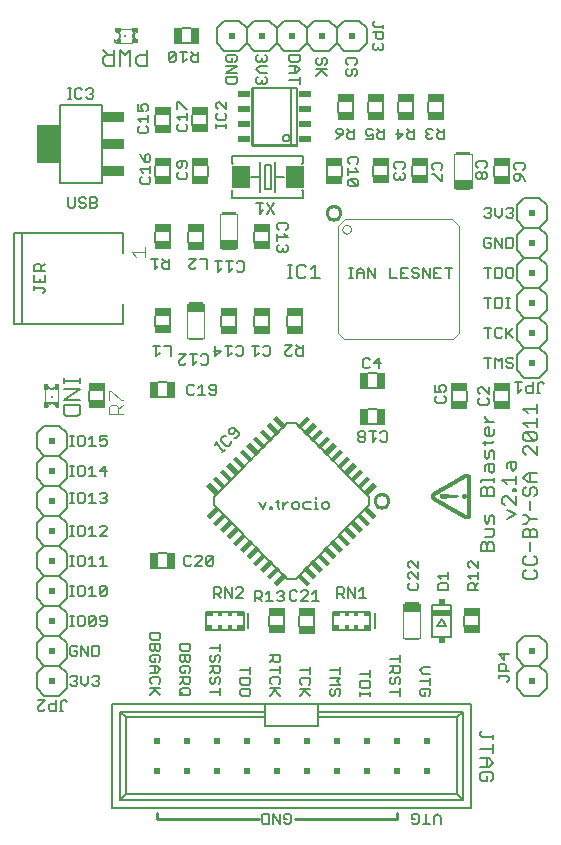
<source format=gto>
G75*
G70*
%OFA0B0*%
%FSLAX24Y24*%
%IPPOS*%
%LPD*%
%AMOC8*
5,1,8,0,0,1.08239X$1,22.5*
%
%ADD10C,0.0060*%
%ADD11C,0.0050*%
%ADD12C,0.0100*%
%ADD13R,0.0551X0.0256*%
%ADD14R,0.0256X0.0551*%
%ADD15R,0.0472X0.0079*%
%ADD16C,0.0040*%
%ADD17R,0.0591X0.0256*%
%ADD18R,0.0433X0.0193*%
%ADD19C,0.0080*%
%ADD20R,0.0730X0.1260*%
%ADD21R,0.0730X0.0340*%
%ADD22R,0.0200X0.0200*%
%ADD23R,0.0197X0.0128*%
%ADD24R,0.0098X0.0059*%
%ADD25R,0.0069X0.0157*%
%ADD26R,0.0079X0.0079*%
%ADD27R,0.0118X0.0118*%
%ADD28R,0.0030X0.0128*%
%ADD29C,0.0070*%
%ADD30R,0.0600X0.0750*%
%ADD31R,0.0472X0.0157*%
%ADD32C,0.0079*%
%ADD33R,0.0240X0.0195*%
%ADD34R,0.0630X0.0197*%
%ADD35R,0.0236X0.0118*%
%ADD36R,0.0157X0.0118*%
%ADD37R,0.0197X0.0118*%
%ADD38R,0.0039X0.0551*%
%ADD39R,0.0079X0.0551*%
%ADD40R,0.0079X0.0039*%
%ADD41R,0.0006X0.0006*%
%ADD42R,0.0006X0.0006*%
%ADD43R,0.0006X0.0006*%
%ADD44R,0.0006X0.0006*%
%ADD45C,0.0039*%
%ADD46R,0.0128X0.0197*%
%ADD47R,0.0059X0.0098*%
%ADD48R,0.0157X0.0069*%
%ADD49R,0.0128X0.0030*%
D10*
X001133Y004652D02*
X000883Y004902D01*
X000883Y005402D01*
X001133Y005652D01*
X000883Y005902D01*
X000883Y006402D01*
X001133Y006652D01*
X001633Y006652D01*
X001883Y006402D01*
X001883Y005902D01*
X001633Y005652D01*
X001883Y005402D01*
X001883Y004902D01*
X001633Y004652D01*
X001133Y004652D01*
X001133Y005652D02*
X001633Y005652D01*
X001633Y006652D02*
X001883Y006902D01*
X001883Y007402D01*
X001633Y007652D01*
X001883Y007902D01*
X001883Y008402D01*
X001633Y008652D01*
X001883Y008902D01*
X001883Y009402D01*
X001633Y009652D01*
X001133Y009652D01*
X000883Y009402D01*
X000883Y008902D01*
X001133Y008652D01*
X001633Y008652D01*
X001133Y008652D02*
X000883Y008402D01*
X000883Y007902D01*
X001133Y007652D01*
X001633Y007652D01*
X001133Y007652D02*
X000883Y007402D01*
X000883Y006902D01*
X001133Y006652D01*
X001133Y009652D02*
X000883Y009902D01*
X000883Y010402D01*
X001133Y010652D01*
X000883Y010902D01*
X000883Y011402D01*
X001133Y011652D01*
X000883Y011902D01*
X000883Y012402D01*
X001133Y012652D01*
X000883Y012902D01*
X000883Y013402D01*
X001133Y013652D01*
X001633Y013652D01*
X001883Y013402D01*
X001883Y012902D01*
X001633Y012652D01*
X001883Y012402D01*
X001883Y011902D01*
X001633Y011652D01*
X001883Y011402D01*
X001883Y010902D01*
X001633Y010652D01*
X001883Y010402D01*
X001883Y009902D01*
X001633Y009652D01*
X001633Y010652D02*
X001133Y010652D01*
X001133Y011652D02*
X001633Y011652D01*
X001633Y012652D02*
X001133Y012652D01*
X002633Y014490D02*
X002633Y014813D01*
X003133Y014813D02*
X003133Y014490D01*
X004922Y014602D02*
X005244Y014602D01*
X005244Y015102D02*
X004922Y015102D01*
X004833Y016990D02*
X004833Y017313D01*
X005333Y017313D02*
X005333Y016990D01*
X007033Y016990D02*
X007033Y017313D01*
X007533Y017313D02*
X007533Y016990D01*
X008133Y016990D02*
X008133Y017313D01*
X008633Y017313D02*
X008633Y016990D01*
X009233Y016989D02*
X009233Y017312D01*
X009733Y017312D02*
X009733Y016989D01*
X009788Y018575D02*
X009861Y018648D01*
X009788Y018575D02*
X009641Y018575D01*
X009568Y018648D01*
X009568Y018942D01*
X009641Y019015D01*
X009788Y019015D01*
X009861Y018942D01*
X010028Y018868D02*
X010175Y019015D01*
X010175Y018575D01*
X010028Y018575D02*
X010322Y018575D01*
X009408Y018575D02*
X009261Y018575D01*
X009334Y018575D02*
X009334Y019015D01*
X009261Y019015D02*
X009408Y019015D01*
X008633Y019790D02*
X008633Y020113D01*
X008133Y020113D02*
X008133Y019790D01*
X006583Y021990D02*
X006583Y022313D01*
X006083Y022313D02*
X006083Y021990D01*
X005333Y021992D02*
X005333Y022315D01*
X004833Y022315D02*
X004833Y021992D01*
X004833Y023692D02*
X004833Y024015D01*
X005333Y024015D02*
X005333Y023692D01*
X006081Y023690D02*
X006081Y024013D01*
X006581Y024013D02*
X006581Y023690D01*
X007133Y026152D02*
X006883Y026402D01*
X006883Y026902D01*
X007133Y027152D01*
X007633Y027152D01*
X007883Y026902D01*
X008133Y027152D01*
X008633Y027152D01*
X008883Y026902D01*
X008883Y026402D01*
X008633Y026152D01*
X008133Y026152D01*
X007883Y026402D01*
X007633Y026152D01*
X007133Y026152D01*
X007883Y026402D02*
X007883Y026902D01*
X008883Y026902D02*
X009133Y027152D01*
X009633Y027152D01*
X009883Y026902D01*
X010133Y027152D01*
X010633Y027152D01*
X010883Y026902D01*
X011133Y027152D01*
X011633Y027152D01*
X011883Y026902D01*
X011883Y026402D01*
X011633Y026152D01*
X011133Y026152D01*
X010883Y026402D01*
X010633Y026152D01*
X010133Y026152D01*
X009883Y026402D01*
X009633Y026152D01*
X009133Y026152D01*
X008883Y026402D01*
X009883Y026402D02*
X009883Y026902D01*
X010883Y026902D02*
X010883Y026402D01*
X010933Y024445D02*
X010933Y024122D01*
X011433Y024122D02*
X011433Y024445D01*
X011933Y024445D02*
X011933Y024122D01*
X012433Y024122D02*
X012433Y024445D01*
X012933Y024445D02*
X012933Y024122D01*
X013433Y024122D02*
X013433Y024445D01*
X013933Y024445D02*
X013933Y024122D01*
X014433Y024122D02*
X014433Y024445D01*
X013901Y022313D02*
X013901Y021990D01*
X013401Y021990D02*
X013401Y022313D01*
X012601Y022313D02*
X012601Y021990D01*
X012101Y021990D02*
X012101Y022313D01*
X011064Y022313D02*
X011064Y021990D01*
X010564Y021990D02*
X010564Y022313D01*
X006433Y020113D02*
X006433Y019790D01*
X005933Y019790D02*
X005933Y020113D01*
X005333Y020113D02*
X005333Y019790D01*
X004833Y019790D02*
X004833Y020113D01*
X005722Y026402D02*
X006044Y026402D01*
X006044Y026902D02*
X005722Y026902D01*
X011922Y015400D02*
X012244Y015400D01*
X012244Y014900D02*
X011922Y014900D01*
X011922Y014202D02*
X012244Y014202D01*
X012244Y013702D02*
X011922Y013702D01*
X014731Y014490D02*
X014731Y014813D01*
X015231Y014813D02*
X015231Y014490D01*
X015834Y013992D02*
X015834Y013919D01*
X015981Y013772D01*
X016128Y013772D02*
X015834Y013772D01*
X015908Y013605D02*
X015981Y013605D01*
X015981Y013311D01*
X015908Y013311D02*
X016055Y013311D01*
X016128Y013385D01*
X016128Y013532D01*
X016128Y013151D02*
X016055Y013078D01*
X015761Y013078D01*
X015834Y013005D02*
X015834Y013151D01*
X015908Y013311D02*
X015834Y013385D01*
X015834Y013532D01*
X015908Y013605D01*
X015834Y012838D02*
X015834Y012618D01*
X015908Y012544D01*
X015981Y012618D01*
X015981Y012764D01*
X016055Y012838D01*
X016128Y012764D01*
X016128Y012544D01*
X016128Y012377D02*
X016128Y012157D01*
X016055Y012084D01*
X015981Y012157D01*
X015981Y012377D01*
X015908Y012377D02*
X016128Y012377D01*
X015908Y012377D02*
X015834Y012304D01*
X015834Y012157D01*
X015688Y011850D02*
X016128Y011850D01*
X016128Y011777D02*
X016128Y011924D01*
X016413Y011848D02*
X016853Y011848D01*
X016853Y011701D02*
X016853Y011995D01*
X016780Y012161D02*
X016706Y012235D01*
X016706Y012455D01*
X016633Y012455D02*
X016853Y012455D01*
X016853Y012235D01*
X016780Y012161D01*
X016559Y012235D02*
X016559Y012382D01*
X016633Y012455D01*
X016413Y011848D02*
X016559Y011701D01*
X016780Y011544D02*
X016853Y011544D01*
X016853Y011471D01*
X016780Y011471D01*
X016780Y011544D01*
X016853Y011304D02*
X016853Y011011D01*
X016559Y011304D01*
X016486Y011304D01*
X016413Y011231D01*
X016413Y011084D01*
X016486Y011011D01*
X016559Y010844D02*
X016853Y010697D01*
X016559Y010550D01*
X016128Y010616D02*
X016128Y010396D01*
X015981Y010469D02*
X015981Y010616D01*
X016055Y010689D01*
X016128Y010616D01*
X015981Y010469D02*
X015908Y010396D01*
X015834Y010469D01*
X015834Y010689D01*
X015834Y010229D02*
X016128Y010229D01*
X016128Y010009D01*
X016055Y009936D01*
X015834Y009936D01*
X015834Y009769D02*
X015908Y009695D01*
X015908Y009475D01*
X016128Y009475D02*
X015688Y009475D01*
X015688Y009695D01*
X015761Y009769D01*
X015834Y009769D01*
X015908Y009695D02*
X015981Y009769D01*
X016055Y009769D01*
X016128Y009695D01*
X016128Y009475D01*
X017113Y009231D02*
X017113Y009084D01*
X017186Y009011D01*
X017480Y009011D01*
X017553Y009084D01*
X017553Y009231D01*
X017480Y009304D01*
X017333Y009471D02*
X017333Y009764D01*
X017333Y009931D02*
X017333Y010151D01*
X017406Y010225D01*
X017480Y010225D01*
X017553Y010151D01*
X017553Y009931D01*
X017113Y009931D01*
X017113Y010151D01*
X017186Y010225D01*
X017259Y010225D01*
X017333Y010151D01*
X017186Y010392D02*
X017333Y010538D01*
X017553Y010538D01*
X017333Y010538D02*
X017186Y010685D01*
X017113Y010685D01*
X017333Y010852D02*
X017333Y011146D01*
X017259Y011312D02*
X017333Y011386D01*
X017333Y011532D01*
X017406Y011606D01*
X017480Y011606D01*
X017553Y011532D01*
X017553Y011386D01*
X017480Y011312D01*
X017259Y011312D02*
X017186Y011312D01*
X017113Y011386D01*
X017113Y011532D01*
X017186Y011606D01*
X017259Y011773D02*
X017113Y011919D01*
X017259Y012066D01*
X017553Y012066D01*
X017333Y012066D02*
X017333Y011773D01*
X017259Y011773D02*
X017553Y011773D01*
X017553Y012693D02*
X017259Y012987D01*
X017186Y012987D01*
X017113Y012914D01*
X017113Y012767D01*
X017186Y012693D01*
X017553Y012693D02*
X017553Y012987D01*
X017480Y013154D02*
X017186Y013447D01*
X017480Y013447D01*
X017553Y013374D01*
X017553Y013227D01*
X017480Y013154D01*
X017186Y013154D01*
X017113Y013227D01*
X017113Y013374D01*
X017186Y013447D01*
X017259Y013614D02*
X017113Y013761D01*
X017553Y013761D01*
X017553Y013614D02*
X017553Y013908D01*
X017553Y014074D02*
X017553Y014368D01*
X017553Y014221D02*
X017113Y014221D01*
X017259Y014074D01*
X016633Y014492D02*
X016633Y014815D01*
X016133Y014815D02*
X016133Y014492D01*
X017133Y015252D02*
X016883Y015502D01*
X016883Y016002D01*
X017133Y016252D01*
X016883Y016502D01*
X016883Y017002D01*
X017133Y017252D01*
X017633Y017252D01*
X017883Y017002D01*
X017883Y016502D01*
X017633Y016252D01*
X017883Y016002D01*
X017883Y015502D01*
X017633Y015252D01*
X017133Y015252D01*
X017133Y016252D02*
X017633Y016252D01*
X017633Y017252D02*
X017883Y017502D01*
X017883Y018002D01*
X017633Y018252D01*
X017883Y018502D01*
X017883Y019002D01*
X017633Y019252D01*
X017883Y019502D01*
X017883Y020002D01*
X017633Y020252D01*
X017883Y020502D01*
X017883Y021002D01*
X017633Y021252D01*
X017133Y021252D01*
X016883Y021002D01*
X016883Y020502D01*
X017133Y020252D01*
X017633Y020252D01*
X017133Y020252D02*
X016883Y020002D01*
X016883Y019502D01*
X017133Y019252D01*
X017633Y019252D01*
X017133Y019252D02*
X016883Y019002D01*
X016883Y018502D01*
X017133Y018252D01*
X017633Y018252D01*
X017133Y018252D02*
X016883Y018002D01*
X016883Y017502D01*
X017133Y017252D01*
X016633Y021989D02*
X016633Y022312D01*
X016133Y022312D02*
X016133Y021989D01*
X015688Y011850D02*
X015688Y011777D01*
X015761Y011610D02*
X015688Y011537D01*
X015688Y011317D01*
X016128Y011317D01*
X016128Y011537D01*
X016055Y011610D01*
X015981Y011610D01*
X015908Y011537D01*
X015908Y011317D01*
X015908Y011537D02*
X015834Y011610D01*
X015761Y011610D01*
X017113Y010392D02*
X017186Y010392D01*
X017186Y009304D02*
X017113Y009231D01*
X017186Y008844D02*
X017113Y008770D01*
X017113Y008624D01*
X017186Y008550D01*
X017480Y008550D01*
X017553Y008624D01*
X017553Y008770D01*
X017480Y008844D01*
X017633Y006652D02*
X017133Y006652D01*
X016883Y006402D01*
X016883Y005902D01*
X017133Y005652D01*
X016883Y005402D01*
X016883Y004902D01*
X017133Y004652D01*
X017633Y004652D01*
X017883Y004902D01*
X017883Y005402D01*
X017633Y005652D01*
X017133Y005652D01*
X017633Y005652D02*
X017883Y005902D01*
X017883Y006402D01*
X017633Y006652D01*
X015633Y006990D02*
X015633Y007313D01*
X015133Y007313D02*
X015133Y006990D01*
X015359Y004384D02*
X015359Y000919D01*
X003407Y000919D01*
X003407Y004384D01*
X008497Y004384D01*
X008497Y003660D01*
X010269Y003660D01*
X010269Y003931D01*
X010269Y004384D01*
X015359Y004384D01*
X015088Y004112D02*
X014907Y003931D01*
X010269Y003931D01*
X010269Y004112D02*
X015088Y004112D01*
X015088Y001191D01*
X014907Y001372D01*
X014907Y003931D01*
X015673Y003418D02*
X015673Y003345D01*
X015746Y003271D01*
X016113Y003271D01*
X016113Y003198D02*
X016113Y003345D01*
X016113Y003031D02*
X016113Y002738D01*
X016113Y002885D02*
X015673Y002885D01*
X015673Y002571D02*
X015967Y002571D01*
X016113Y002424D01*
X015967Y002277D01*
X015673Y002277D01*
X015746Y002111D02*
X015673Y002037D01*
X015673Y001890D01*
X015746Y001817D01*
X015893Y001817D01*
X015893Y001964D01*
X016040Y002111D02*
X015746Y002111D01*
X015893Y002277D02*
X015893Y002571D01*
X016040Y002111D02*
X016113Y002037D01*
X016113Y001890D01*
X016040Y001817D01*
X015088Y001191D02*
X003678Y001191D01*
X003859Y001372D01*
X003859Y003931D01*
X003678Y004112D01*
X008497Y004112D01*
X008497Y003931D02*
X003859Y003931D01*
X003678Y004112D02*
X003678Y001191D01*
X003859Y001372D02*
X014907Y001372D01*
X015673Y003418D02*
X015746Y003492D01*
X010269Y004384D02*
X008497Y004384D01*
X008633Y006990D02*
X008633Y007313D01*
X009133Y007313D02*
X009133Y006990D01*
X009633Y006990D02*
X009633Y007313D01*
X010133Y007313D02*
X010133Y006990D01*
X005244Y008902D02*
X004922Y008902D01*
X004922Y009402D02*
X005244Y009402D01*
D11*
X001093Y004156D02*
X000976Y004156D01*
X000918Y004215D01*
X000918Y004273D01*
X001151Y004507D01*
X000918Y004507D01*
X001151Y004215D02*
X001093Y004156D01*
X001286Y004215D02*
X001286Y004332D01*
X001345Y004390D01*
X001520Y004390D01*
X001520Y004507D02*
X001520Y004156D01*
X001345Y004156D01*
X001286Y004215D01*
X001654Y004156D02*
X001771Y004156D01*
X001713Y004156D02*
X001713Y004448D01*
X001771Y004507D01*
X001830Y004507D01*
X001888Y004448D01*
X002066Y004977D02*
X002008Y005035D01*
X002066Y004977D02*
X002183Y004977D01*
X002241Y005035D01*
X002241Y005093D01*
X002183Y005152D01*
X002125Y005152D01*
X002183Y005152D02*
X002241Y005210D01*
X002241Y005269D01*
X002183Y005327D01*
X002066Y005327D01*
X002008Y005269D01*
X002376Y005327D02*
X002376Y005093D01*
X002493Y004977D01*
X002610Y005093D01*
X002610Y005327D01*
X002745Y005269D02*
X002803Y005327D01*
X002920Y005327D01*
X002978Y005269D01*
X002978Y005210D01*
X002920Y005152D01*
X002978Y005093D01*
X002978Y005035D01*
X002920Y004977D01*
X002803Y004977D01*
X002745Y005035D01*
X002861Y005152D02*
X002920Y005152D01*
X002920Y005977D02*
X002745Y005977D01*
X002745Y006327D01*
X002920Y006327D01*
X002978Y006269D01*
X002978Y006035D01*
X002920Y005977D01*
X002610Y005977D02*
X002610Y006327D01*
X002376Y006327D02*
X002610Y005977D01*
X002376Y005977D02*
X002376Y006327D01*
X002241Y006269D02*
X002183Y006327D01*
X002066Y006327D01*
X002008Y006269D01*
X002008Y006035D01*
X002066Y005977D01*
X002183Y005977D01*
X002241Y006035D01*
X002241Y006152D01*
X002125Y006152D01*
X002125Y006977D02*
X002008Y006977D01*
X002066Y006977D02*
X002066Y007327D01*
X002008Y007327D02*
X002125Y007327D01*
X002254Y007269D02*
X002254Y007035D01*
X002312Y006977D01*
X002429Y006977D01*
X002487Y007035D01*
X002487Y007269D01*
X002429Y007327D01*
X002312Y007327D01*
X002254Y007269D01*
X002622Y007269D02*
X002622Y007035D01*
X002855Y007269D01*
X002855Y007035D01*
X002797Y006977D01*
X002680Y006977D01*
X002622Y007035D01*
X002622Y007269D02*
X002680Y007327D01*
X002797Y007327D01*
X002855Y007269D01*
X002990Y007269D02*
X002990Y007210D01*
X003048Y007152D01*
X003224Y007152D01*
X003224Y007035D02*
X003224Y007269D01*
X003165Y007327D01*
X003048Y007327D01*
X002990Y007269D01*
X002990Y007035D02*
X003048Y006977D01*
X003165Y006977D01*
X003224Y007035D01*
X003165Y007977D02*
X003048Y007977D01*
X002990Y008035D01*
X003224Y008269D01*
X003224Y008035D01*
X003165Y007977D01*
X002990Y008035D02*
X002990Y008269D01*
X003048Y008327D01*
X003165Y008327D01*
X003224Y008269D01*
X002855Y007977D02*
X002622Y007977D01*
X002739Y007977D02*
X002739Y008327D01*
X002622Y008210D01*
X002487Y008269D02*
X002487Y008035D01*
X002429Y007977D01*
X002312Y007977D01*
X002254Y008035D01*
X002254Y008269D01*
X002312Y008327D01*
X002429Y008327D01*
X002487Y008269D01*
X002125Y008327D02*
X002008Y008327D01*
X002066Y008327D02*
X002066Y007977D01*
X002008Y007977D02*
X002125Y007977D01*
X002125Y008977D02*
X002008Y008977D01*
X002066Y008977D02*
X002066Y009327D01*
X002008Y009327D02*
X002125Y009327D01*
X002254Y009269D02*
X002254Y009035D01*
X002312Y008977D01*
X002429Y008977D01*
X002487Y009035D01*
X002487Y009269D01*
X002429Y009327D01*
X002312Y009327D01*
X002254Y009269D01*
X002622Y009210D02*
X002739Y009327D01*
X002739Y008977D01*
X002855Y008977D02*
X002622Y008977D01*
X002990Y008977D02*
X003224Y008977D01*
X003107Y008977D02*
X003107Y009327D01*
X002990Y009210D01*
X002990Y009977D02*
X003224Y010210D01*
X003224Y010269D01*
X003165Y010327D01*
X003048Y010327D01*
X002990Y010269D01*
X002990Y009977D02*
X003224Y009977D01*
X002855Y009977D02*
X002622Y009977D01*
X002739Y009977D02*
X002739Y010327D01*
X002622Y010210D01*
X002487Y010269D02*
X002429Y010327D01*
X002312Y010327D01*
X002254Y010269D01*
X002254Y010035D01*
X002312Y009977D01*
X002429Y009977D01*
X002487Y010035D01*
X002487Y010269D01*
X002125Y010327D02*
X002008Y010327D01*
X002066Y010327D02*
X002066Y009977D01*
X002008Y009977D02*
X002125Y009977D01*
X002125Y011077D02*
X002008Y011077D01*
X002066Y011077D02*
X002066Y011427D01*
X002008Y011427D02*
X002125Y011427D01*
X002254Y011369D02*
X002254Y011135D01*
X002312Y011077D01*
X002429Y011077D01*
X002487Y011135D01*
X002487Y011369D01*
X002429Y011427D01*
X002312Y011427D01*
X002254Y011369D01*
X002622Y011310D02*
X002739Y011427D01*
X002739Y011077D01*
X002855Y011077D02*
X002622Y011077D01*
X002990Y011135D02*
X003048Y011077D01*
X003165Y011077D01*
X003224Y011135D01*
X003224Y011193D01*
X003165Y011252D01*
X003107Y011252D01*
X003165Y011252D02*
X003224Y011310D01*
X003224Y011369D01*
X003165Y011427D01*
X003048Y011427D01*
X002990Y011369D01*
X002855Y011977D02*
X002622Y011977D01*
X002739Y011977D02*
X002739Y012327D01*
X002622Y012210D01*
X002487Y012269D02*
X002429Y012327D01*
X002312Y012327D01*
X002254Y012269D01*
X002254Y012035D01*
X002312Y011977D01*
X002429Y011977D01*
X002487Y012035D01*
X002487Y012269D01*
X002125Y012327D02*
X002008Y012327D01*
X002066Y012327D02*
X002066Y011977D01*
X002008Y011977D02*
X002125Y011977D01*
X002125Y012977D02*
X002008Y012977D01*
X002066Y012977D02*
X002066Y013327D01*
X002008Y013327D02*
X002125Y013327D01*
X002254Y013269D02*
X002254Y013035D01*
X002312Y012977D01*
X002429Y012977D01*
X002487Y013035D01*
X002487Y013269D01*
X002429Y013327D01*
X002312Y013327D01*
X002254Y013269D01*
X002622Y013210D02*
X002739Y013327D01*
X002739Y012977D01*
X002855Y012977D02*
X002622Y012977D01*
X002990Y013035D02*
X003048Y012977D01*
X003165Y012977D01*
X003224Y013035D01*
X003224Y013152D01*
X003165Y013210D01*
X003107Y013210D01*
X002990Y013152D01*
X002990Y013327D01*
X003224Y013327D01*
X003165Y012327D02*
X002990Y012152D01*
X003224Y012152D01*
X003165Y011977D02*
X003165Y012327D01*
X002242Y013964D02*
X002333Y014056D01*
X002333Y014331D01*
X001783Y014331D01*
X001783Y014056D01*
X001875Y013964D01*
X002242Y013964D01*
X002333Y014516D02*
X001783Y014516D01*
X002333Y014883D01*
X001783Y014883D01*
X001783Y015068D02*
X001783Y015252D01*
X001783Y015160D02*
X002333Y015160D01*
X002333Y015252D02*
X002333Y015068D01*
X001887Y017036D02*
X000667Y017036D01*
X000391Y017036D01*
X000135Y017036D01*
X000135Y020067D01*
X000391Y020067D01*
X000667Y020067D01*
X001887Y020067D01*
X002832Y020067D01*
X003757Y020067D01*
X003757Y019792D01*
X003757Y019398D01*
X004706Y019227D02*
X004940Y019227D01*
X004823Y019227D02*
X004823Y018876D01*
X004940Y018993D01*
X005074Y018935D02*
X005133Y018876D01*
X005308Y018876D01*
X005308Y019227D01*
X005308Y019110D02*
X005133Y019110D01*
X005074Y019052D01*
X005074Y018935D01*
X005191Y019110D02*
X005074Y019227D01*
X005956Y019227D02*
X006190Y019227D01*
X005956Y018993D01*
X005956Y018935D01*
X006015Y018876D01*
X006131Y018876D01*
X006190Y018935D01*
X006324Y019227D02*
X006558Y019227D01*
X006558Y018876D01*
X006818Y019143D02*
X007051Y019143D01*
X006935Y019143D02*
X006935Y018793D01*
X007051Y018909D01*
X007186Y019143D02*
X007420Y019143D01*
X007303Y019143D02*
X007303Y018793D01*
X007420Y018909D01*
X007554Y018851D02*
X007613Y018793D01*
X007730Y018793D01*
X007788Y018851D01*
X007788Y019084D01*
X007730Y019143D01*
X007613Y019143D01*
X007554Y019084D01*
X008323Y020726D02*
X008323Y021077D01*
X008440Y021077D02*
X008206Y021077D01*
X008440Y020843D02*
X008323Y020726D01*
X008574Y020726D02*
X008808Y021077D01*
X008574Y021077D02*
X008808Y020726D01*
X008966Y020427D02*
X008908Y020368D01*
X008908Y020252D01*
X008966Y020193D01*
X008908Y020058D02*
X008908Y019825D01*
X008908Y019942D02*
X009258Y019942D01*
X009141Y020058D01*
X009200Y020193D02*
X009258Y020252D01*
X009258Y020368D01*
X009200Y020427D01*
X008966Y020427D01*
X008966Y019690D02*
X008908Y019632D01*
X008908Y019515D01*
X008966Y019457D01*
X009025Y019457D01*
X009083Y019515D01*
X009083Y019573D01*
X009083Y019515D02*
X009141Y019457D01*
X009200Y019457D01*
X009258Y019515D01*
X009258Y019632D01*
X009200Y019690D01*
X009764Y021243D02*
X007402Y021243D01*
X007402Y021479D01*
X007441Y021519D01*
X008033Y021952D02*
X008333Y021952D01*
X008333Y022452D01*
X008483Y022352D02*
X008483Y021552D01*
X008683Y021552D01*
X008683Y022352D01*
X008483Y022352D01*
X008833Y022452D02*
X008833Y021952D01*
X009133Y021952D01*
X008833Y021952D02*
X008833Y021452D01*
X008333Y021452D02*
X008333Y021952D01*
X007441Y022385D02*
X007402Y022424D01*
X007402Y022660D01*
X009764Y022660D01*
X009764Y022424D01*
X009725Y022385D01*
X009563Y022967D02*
X008106Y022967D01*
X008106Y024897D01*
X009563Y024897D01*
X009563Y022967D01*
X009097Y023243D02*
X009099Y023263D01*
X009104Y023283D01*
X009114Y023301D01*
X009126Y023318D01*
X009141Y023332D01*
X009159Y023342D01*
X009178Y023350D01*
X009198Y023354D01*
X009218Y023354D01*
X009238Y023350D01*
X009257Y023342D01*
X009275Y023332D01*
X009290Y023318D01*
X009302Y023301D01*
X009312Y023283D01*
X009317Y023263D01*
X009319Y023243D01*
X009317Y023223D01*
X009312Y023203D01*
X009302Y023185D01*
X009290Y023168D01*
X009275Y023154D01*
X009257Y023144D01*
X009238Y023136D01*
X009218Y023132D01*
X009198Y023132D01*
X009178Y023136D01*
X009159Y023144D01*
X009141Y023154D01*
X009126Y023168D01*
X009114Y023185D01*
X009104Y023203D01*
X009099Y023223D01*
X009097Y023243D01*
X009725Y021519D02*
X009764Y021479D01*
X009764Y021243D01*
X010856Y023208D02*
X010973Y023266D01*
X011090Y023383D01*
X010915Y023383D01*
X010856Y023441D01*
X010856Y023500D01*
X010915Y023558D01*
X011031Y023558D01*
X011090Y023500D01*
X011090Y023383D01*
X011224Y023383D02*
X011224Y023266D01*
X011283Y023208D01*
X011458Y023208D01*
X011458Y023558D01*
X011458Y023441D02*
X011283Y023441D01*
X011224Y023383D01*
X011341Y023441D02*
X011224Y023558D01*
X011856Y023500D02*
X011915Y023558D01*
X012031Y023558D01*
X012090Y023500D01*
X012090Y023383D02*
X011973Y023325D01*
X011915Y023325D01*
X011856Y023383D01*
X011856Y023500D01*
X011856Y023208D02*
X012090Y023208D01*
X012090Y023383D01*
X012224Y023383D02*
X012283Y023441D01*
X012458Y023441D01*
X012341Y023441D02*
X012224Y023558D01*
X012224Y023383D02*
X012224Y023266D01*
X012283Y023208D01*
X012458Y023208D01*
X012458Y023558D01*
X012856Y023383D02*
X013090Y023383D01*
X012915Y023208D01*
X012915Y023558D01*
X013224Y023558D02*
X013341Y023441D01*
X013283Y023441D02*
X013458Y023441D01*
X013458Y023558D02*
X013458Y023208D01*
X013283Y023208D01*
X013224Y023266D01*
X013224Y023383D01*
X013283Y023441D01*
X013856Y023441D02*
X013856Y023500D01*
X013915Y023558D01*
X014031Y023558D01*
X014090Y023500D01*
X014224Y023558D02*
X014341Y023441D01*
X014283Y023441D02*
X014458Y023441D01*
X014458Y023558D02*
X014458Y023208D01*
X014283Y023208D01*
X014224Y023266D01*
X014224Y023383D01*
X014283Y023441D01*
X014090Y023266D02*
X014031Y023208D01*
X013915Y023208D01*
X013856Y023266D01*
X013856Y023325D01*
X013915Y023383D01*
X013856Y023441D01*
X013915Y023383D02*
X013973Y023383D01*
X014116Y022408D02*
X014058Y022350D01*
X014058Y022233D01*
X014116Y022175D01*
X014116Y022040D02*
X014058Y022040D01*
X014116Y022040D02*
X014350Y021806D01*
X014408Y021806D01*
X014408Y022040D01*
X014350Y022175D02*
X014408Y022233D01*
X014408Y022350D01*
X014350Y022408D01*
X014116Y022408D01*
X013158Y022400D02*
X013100Y022458D01*
X012866Y022458D01*
X012808Y022400D01*
X012808Y022283D01*
X012866Y022225D01*
X012866Y022090D02*
X012808Y022031D01*
X012808Y021915D01*
X012866Y021856D01*
X012925Y021856D01*
X012983Y021915D01*
X012983Y021973D01*
X012983Y021915D02*
X013041Y021856D01*
X013100Y021856D01*
X013158Y021915D01*
X013158Y022031D01*
X013100Y022090D01*
X013100Y022225D02*
X013158Y022283D01*
X013158Y022400D01*
X011608Y022433D02*
X011608Y022550D01*
X011550Y022608D01*
X011316Y022608D01*
X011258Y022550D01*
X011258Y022433D01*
X011316Y022375D01*
X011258Y022240D02*
X011258Y022006D01*
X011258Y022123D02*
X011608Y022123D01*
X011491Y022240D01*
X011550Y022375D02*
X011608Y022433D01*
X011550Y021872D02*
X011316Y021872D01*
X011550Y021638D01*
X011316Y021638D01*
X011258Y021696D01*
X011258Y021813D01*
X011316Y021872D01*
X011550Y021872D02*
X011608Y021813D01*
X011608Y021696D01*
X011550Y021638D01*
X011670Y018927D02*
X011787Y018810D01*
X011787Y018577D01*
X011922Y018577D02*
X011922Y018927D01*
X012155Y018577D01*
X012155Y018927D01*
X011787Y018752D02*
X011554Y018752D01*
X011554Y018810D02*
X011670Y018927D01*
X011554Y018810D02*
X011554Y018577D01*
X011425Y018577D02*
X011308Y018577D01*
X011366Y018577D02*
X011366Y018927D01*
X011308Y018927D02*
X011425Y018927D01*
X012658Y018927D02*
X012658Y018577D01*
X012892Y018577D01*
X013027Y018577D02*
X013260Y018577D01*
X013395Y018635D02*
X013453Y018577D01*
X013570Y018577D01*
X013629Y018635D01*
X013629Y018693D01*
X013570Y018752D01*
X013453Y018752D01*
X013395Y018810D01*
X013395Y018869D01*
X013453Y018927D01*
X013570Y018927D01*
X013629Y018869D01*
X013763Y018927D02*
X013763Y018577D01*
X013997Y018577D02*
X013997Y018927D01*
X014132Y018927D02*
X014132Y018577D01*
X014365Y018577D01*
X014248Y018752D02*
X014132Y018752D01*
X014132Y018927D02*
X014365Y018927D01*
X014500Y018927D02*
X014733Y018927D01*
X014617Y018927D02*
X014617Y018577D01*
X013997Y018577D02*
X013763Y018927D01*
X013260Y018927D02*
X013027Y018927D01*
X013027Y018577D01*
X013027Y018752D02*
X013143Y018752D01*
X012311Y015918D02*
X012136Y015743D01*
X012370Y015743D01*
X012311Y015568D02*
X012311Y015918D01*
X012001Y015860D02*
X011943Y015918D01*
X011826Y015918D01*
X011768Y015860D01*
X011768Y015626D01*
X011826Y015568D01*
X011943Y015568D01*
X012001Y015626D01*
X011976Y013467D02*
X012210Y013467D01*
X012093Y013467D02*
X012093Y013116D01*
X012210Y013233D01*
X012345Y013175D02*
X012403Y013116D01*
X012520Y013116D01*
X012578Y013175D01*
X012578Y013408D01*
X012520Y013467D01*
X012403Y013467D01*
X012345Y013408D01*
X011841Y013408D02*
X011841Y013350D01*
X011783Y013292D01*
X011666Y013292D01*
X011608Y013350D01*
X011608Y013408D01*
X011666Y013467D01*
X011783Y013467D01*
X011841Y013408D01*
X011783Y013292D02*
X011841Y013233D01*
X011841Y013175D01*
X011783Y013116D01*
X011666Y013116D01*
X011608Y013175D01*
X011608Y013233D01*
X011666Y013292D01*
X010208Y011285D02*
X010208Y011227D01*
X010208Y011110D02*
X010149Y011110D01*
X010208Y011110D02*
X010208Y010877D01*
X010266Y010877D02*
X010149Y010877D01*
X010015Y010877D02*
X009839Y010877D01*
X009781Y010935D01*
X009781Y011052D01*
X009839Y011110D01*
X010015Y011110D01*
X009646Y011052D02*
X009588Y011110D01*
X009471Y011110D01*
X009413Y011052D01*
X009413Y010935D01*
X009471Y010877D01*
X009588Y010877D01*
X009646Y010935D01*
X009646Y011052D01*
X009281Y011110D02*
X009223Y011110D01*
X009106Y010993D01*
X009106Y010877D02*
X009106Y011110D01*
X008977Y011110D02*
X008860Y011110D01*
X008919Y011169D02*
X008919Y010935D01*
X008977Y010877D01*
X008735Y010877D02*
X008676Y010877D01*
X008676Y010935D01*
X008735Y010935D01*
X008735Y010877D01*
X008541Y011110D02*
X008425Y010877D01*
X008308Y011110D01*
X007068Y012780D02*
X007151Y012863D01*
X007110Y012822D02*
X006862Y013069D01*
X006821Y013028D02*
X006903Y013111D01*
X007036Y013160D02*
X007201Y012995D01*
X007283Y012995D01*
X007366Y013078D01*
X007366Y013160D01*
X007461Y013256D02*
X007544Y013256D01*
X007626Y013338D01*
X007626Y013421D01*
X007461Y013586D01*
X007378Y013586D01*
X007296Y013503D01*
X007296Y013421D01*
X007337Y013379D01*
X007420Y013379D01*
X007544Y013503D01*
X007201Y013325D02*
X007118Y013325D01*
X007035Y013243D01*
X007036Y013160D01*
X006820Y014677D02*
X006878Y014735D01*
X006878Y014969D01*
X006820Y015027D01*
X006703Y015027D01*
X006645Y014969D01*
X006645Y014910D01*
X006703Y014852D01*
X006878Y014852D01*
X006820Y014677D02*
X006703Y014677D01*
X006645Y014735D01*
X006510Y014677D02*
X006276Y014677D01*
X006393Y014677D02*
X006393Y015027D01*
X006276Y014910D01*
X006141Y014969D02*
X006083Y015027D01*
X005966Y015027D01*
X005908Y014969D01*
X005908Y014735D01*
X005966Y014677D01*
X006083Y014677D01*
X006141Y014735D01*
X006103Y015693D02*
X006103Y016043D01*
X006220Y016043D02*
X005986Y016043D01*
X005851Y016043D02*
X005618Y015809D01*
X005618Y015751D01*
X005676Y015693D01*
X005793Y015693D01*
X005851Y015751D01*
X006103Y015693D02*
X006220Y015809D01*
X006354Y015751D02*
X006413Y015693D01*
X006530Y015693D01*
X006588Y015751D01*
X006588Y015984D01*
X006530Y016043D01*
X006413Y016043D01*
X006354Y015984D01*
X006788Y016152D02*
X007021Y016152D01*
X006846Y015976D01*
X006846Y016327D01*
X007156Y016327D02*
X007390Y016327D01*
X007273Y016327D02*
X007273Y015976D01*
X007390Y016093D01*
X007524Y016035D02*
X007583Y015976D01*
X007700Y015976D01*
X007758Y016035D01*
X007758Y016268D01*
X007700Y016327D01*
X007583Y016327D01*
X007524Y016268D01*
X008056Y016327D02*
X008290Y016327D01*
X008173Y016327D02*
X008173Y015976D01*
X008290Y016093D01*
X008424Y016035D02*
X008483Y015976D01*
X008600Y015976D01*
X008658Y016035D01*
X008658Y016268D01*
X008600Y016327D01*
X008483Y016327D01*
X008424Y016268D01*
X009175Y016347D02*
X009408Y016347D01*
X009175Y016113D01*
X009175Y016055D01*
X009233Y015996D01*
X009350Y015996D01*
X009408Y016055D01*
X009543Y016055D02*
X009543Y016172D01*
X009601Y016230D01*
X009776Y016230D01*
X009660Y016230D02*
X009543Y016347D01*
X009776Y016347D02*
X009776Y015996D01*
X009601Y015996D01*
X009543Y016055D01*
X010453Y011110D02*
X010395Y011052D01*
X010395Y010935D01*
X010453Y010877D01*
X010570Y010877D01*
X010628Y010935D01*
X010628Y011052D01*
X010570Y011110D01*
X010453Y011110D01*
X010908Y008277D02*
X011083Y008277D01*
X011141Y008219D01*
X011141Y008102D01*
X011083Y008043D01*
X010908Y008043D01*
X010908Y007927D02*
X010908Y008277D01*
X011025Y008043D02*
X011141Y007927D01*
X011276Y007927D02*
X011276Y008277D01*
X011510Y007927D01*
X011510Y008277D01*
X011645Y008160D02*
X011761Y008277D01*
X011761Y007927D01*
X011645Y007927D02*
X011878Y007927D01*
X013258Y008235D02*
X013316Y008177D01*
X013550Y008177D01*
X013608Y008235D01*
X013608Y008352D01*
X013550Y008410D01*
X013608Y008545D02*
X013374Y008778D01*
X013316Y008778D01*
X013258Y008720D01*
X013258Y008603D01*
X013316Y008545D01*
X013316Y008410D02*
X013258Y008352D01*
X013258Y008235D01*
X013608Y008545D02*
X013608Y008778D01*
X013608Y008913D02*
X013374Y009147D01*
X013316Y009147D01*
X013258Y009088D01*
X013258Y008972D01*
X013316Y008913D01*
X013608Y008913D02*
X013608Y009147D01*
X014258Y008662D02*
X014608Y008662D01*
X014608Y008778D02*
X014608Y008545D01*
X014550Y008410D02*
X014316Y008410D01*
X014258Y008352D01*
X014258Y008177D01*
X014608Y008177D01*
X014608Y008352D01*
X014550Y008410D01*
X014374Y008545D02*
X014258Y008662D01*
X014068Y007681D02*
X014698Y007681D01*
X014698Y006622D01*
X014068Y006622D01*
X014068Y007681D01*
X014383Y007224D02*
X014226Y006987D01*
X014540Y006987D01*
X014383Y007224D01*
X015258Y008177D02*
X015258Y008352D01*
X015316Y008410D01*
X015433Y008410D01*
X015491Y008352D01*
X015491Y008177D01*
X015491Y008293D02*
X015608Y008410D01*
X015608Y008545D02*
X015608Y008778D01*
X015608Y008662D02*
X015258Y008662D01*
X015374Y008545D01*
X015258Y008177D02*
X015608Y008177D01*
X015608Y008913D02*
X015374Y009147D01*
X015316Y009147D01*
X015258Y009088D01*
X015258Y008972D01*
X015316Y008913D01*
X015608Y008913D02*
X015608Y009147D01*
X016463Y006092D02*
X016463Y005858D01*
X016288Y006033D01*
X016638Y006033D01*
X016463Y005723D02*
X016521Y005665D01*
X016521Y005490D01*
X016638Y005490D02*
X016288Y005490D01*
X016288Y005665D01*
X016346Y005723D01*
X016463Y005723D01*
X016288Y005355D02*
X016288Y005238D01*
X016288Y005297D02*
X016580Y005297D01*
X016638Y005238D01*
X016638Y005180D01*
X016580Y005122D01*
X014008Y005142D02*
X013658Y005142D01*
X013716Y004890D02*
X013658Y004832D01*
X013658Y004715D01*
X013716Y004657D01*
X013833Y004657D01*
X013833Y004773D01*
X013950Y004657D02*
X014008Y004715D01*
X014008Y004832D01*
X013950Y004890D01*
X013716Y004890D01*
X014008Y005025D02*
X014008Y005258D01*
X014008Y005393D02*
X013775Y005393D01*
X013658Y005510D01*
X013775Y005627D01*
X014008Y005627D01*
X013008Y005633D02*
X013008Y005458D01*
X012950Y005400D01*
X012833Y005400D01*
X012775Y005458D01*
X012775Y005633D01*
X012775Y005517D02*
X012658Y005400D01*
X012716Y005265D02*
X012658Y005207D01*
X012658Y005090D01*
X012716Y005032D01*
X012775Y005032D01*
X012833Y005090D01*
X012833Y005207D01*
X012891Y005265D01*
X012950Y005265D01*
X013008Y005207D01*
X013008Y005090D01*
X012950Y005032D01*
X013008Y004897D02*
X013008Y004663D01*
X013008Y004780D02*
X012658Y004780D01*
X012658Y005633D02*
X013008Y005633D01*
X013008Y005768D02*
X013008Y006002D01*
X013008Y005885D02*
X012658Y005885D01*
X012008Y005502D02*
X012008Y005268D01*
X012008Y005385D02*
X011658Y005385D01*
X011658Y005133D02*
X011658Y004958D01*
X011716Y004900D01*
X011950Y004900D01*
X012008Y004958D01*
X012008Y005133D01*
X011658Y005133D01*
X011658Y004765D02*
X011658Y004648D01*
X011658Y004707D02*
X012008Y004707D01*
X012008Y004765D02*
X012008Y004648D01*
X011008Y004715D02*
X011008Y004832D01*
X010950Y004890D01*
X010891Y004890D01*
X010833Y004832D01*
X010833Y004715D01*
X010775Y004657D01*
X010716Y004657D01*
X010658Y004715D01*
X010658Y004832D01*
X010716Y004890D01*
X010658Y005025D02*
X011008Y005025D01*
X010891Y005142D01*
X011008Y005258D01*
X010658Y005258D01*
X010658Y005510D02*
X011008Y005510D01*
X011008Y005627D02*
X011008Y005393D01*
X011008Y004715D02*
X010950Y004657D01*
X010008Y004657D02*
X009775Y004890D01*
X009833Y004832D02*
X009658Y004657D01*
X009658Y004890D02*
X010008Y004890D01*
X009950Y005025D02*
X010008Y005083D01*
X010008Y005200D01*
X009950Y005258D01*
X009716Y005258D01*
X009658Y005200D01*
X009658Y005083D01*
X009716Y005025D01*
X009658Y005510D02*
X010008Y005510D01*
X010008Y005627D02*
X010008Y005393D01*
X009008Y005400D02*
X009008Y005633D01*
X009008Y005517D02*
X008658Y005517D01*
X008658Y005768D02*
X008775Y005885D01*
X008775Y005827D02*
X008775Y006002D01*
X008658Y006002D02*
X009008Y006002D01*
X009008Y005827D01*
X008950Y005768D01*
X008833Y005768D01*
X008775Y005827D01*
X008716Y005265D02*
X008658Y005207D01*
X008658Y005090D01*
X008716Y005032D01*
X008658Y004897D02*
X009008Y004897D01*
X008950Y005032D02*
X009008Y005090D01*
X009008Y005207D01*
X008950Y005265D01*
X008716Y005265D01*
X008775Y004897D02*
X009008Y004663D01*
X008833Y004838D02*
X008658Y004663D01*
X008008Y004715D02*
X007950Y004657D01*
X007716Y004657D01*
X007658Y004715D01*
X007658Y004832D01*
X007716Y004890D01*
X007950Y004890D01*
X008008Y004832D01*
X008008Y004715D01*
X007950Y005025D02*
X007716Y005025D01*
X007658Y005083D01*
X007658Y005258D01*
X008008Y005258D01*
X008008Y005083D01*
X007950Y005025D01*
X008008Y005393D02*
X008008Y005627D01*
X008008Y005510D02*
X007658Y005510D01*
X007008Y005465D02*
X006950Y005407D01*
X006833Y005407D01*
X006775Y005465D01*
X006775Y005640D01*
X006775Y005523D02*
X006658Y005407D01*
X006716Y005272D02*
X006658Y005213D01*
X006658Y005097D01*
X006716Y005038D01*
X006775Y005038D01*
X006833Y005097D01*
X006833Y005213D01*
X006891Y005272D01*
X006950Y005272D01*
X007008Y005213D01*
X007008Y005097D01*
X006950Y005038D01*
X007008Y004903D02*
X007008Y004670D01*
X007008Y004787D02*
X006658Y004787D01*
X007008Y005465D02*
X007008Y005640D01*
X006658Y005640D01*
X006716Y005775D02*
X006658Y005833D01*
X006658Y005950D01*
X006716Y006008D01*
X006833Y005950D02*
X006833Y005833D01*
X006775Y005775D01*
X006716Y005775D01*
X006833Y005950D02*
X006891Y006008D01*
X006950Y006008D01*
X007008Y005950D01*
X007008Y005833D01*
X006950Y005775D01*
X007008Y006143D02*
X007008Y006377D01*
X007008Y006260D02*
X006658Y006260D01*
X006008Y006202D02*
X006008Y006377D01*
X005658Y006377D01*
X005658Y006202D01*
X005716Y006143D01*
X005950Y006143D01*
X006008Y006202D01*
X006008Y006008D02*
X006008Y005833D01*
X005950Y005775D01*
X005891Y005775D01*
X005833Y005833D01*
X005833Y006008D01*
X005833Y005833D02*
X005775Y005775D01*
X005716Y005775D01*
X005658Y005833D01*
X005658Y006008D01*
X006008Y006008D01*
X005950Y005640D02*
X005716Y005640D01*
X005658Y005582D01*
X005658Y005465D01*
X005716Y005407D01*
X005833Y005407D01*
X005833Y005523D01*
X005950Y005407D02*
X006008Y005465D01*
X006008Y005582D01*
X005950Y005640D01*
X006008Y005272D02*
X005658Y005272D01*
X005775Y005272D02*
X005775Y005097D01*
X005833Y005038D01*
X005950Y005038D01*
X006008Y005097D01*
X006008Y005272D01*
X005775Y005155D02*
X005658Y005038D01*
X005716Y004903D02*
X005658Y004845D01*
X005658Y004728D01*
X005716Y004670D01*
X005950Y004670D01*
X006008Y004728D01*
X006008Y004845D01*
X005950Y004903D01*
X005716Y004903D01*
X005775Y004787D02*
X005658Y004670D01*
X005008Y004677D02*
X004775Y004910D01*
X004833Y004852D02*
X004658Y004677D01*
X004658Y004910D02*
X005008Y004910D01*
X004950Y005045D02*
X005008Y005103D01*
X005008Y005220D01*
X004950Y005278D01*
X004716Y005278D01*
X004658Y005220D01*
X004658Y005103D01*
X004716Y005045D01*
X004658Y005413D02*
X004891Y005413D01*
X005008Y005530D01*
X004891Y005647D01*
X004658Y005647D01*
X004716Y005782D02*
X004833Y005782D01*
X004833Y005898D01*
X004716Y005782D02*
X004658Y005840D01*
X004658Y005957D01*
X004716Y006015D01*
X004950Y006015D01*
X005008Y005957D01*
X005008Y005840D01*
X004950Y005782D01*
X004833Y005647D02*
X004833Y005413D01*
X004775Y006150D02*
X004716Y006150D01*
X004658Y006208D01*
X004658Y006383D01*
X005008Y006383D01*
X005008Y006208D01*
X004950Y006150D01*
X004891Y006150D01*
X004833Y006208D01*
X004833Y006383D01*
X004833Y006208D02*
X004775Y006150D01*
X004716Y006518D02*
X004950Y006518D01*
X005008Y006577D01*
X005008Y006752D01*
X004658Y006752D01*
X004658Y006577D01*
X004716Y006518D01*
X005866Y008977D02*
X005983Y008977D01*
X006041Y009035D01*
X006176Y008977D02*
X006410Y009210D01*
X006410Y009269D01*
X006351Y009327D01*
X006235Y009327D01*
X006176Y009269D01*
X006041Y009269D02*
X005983Y009327D01*
X005866Y009327D01*
X005808Y009269D01*
X005808Y009035D01*
X005866Y008977D01*
X006176Y008977D02*
X006410Y008977D01*
X006545Y009035D02*
X006545Y009269D01*
X006603Y009327D01*
X006720Y009327D01*
X006778Y009269D01*
X006545Y009035D01*
X006603Y008977D01*
X006720Y008977D01*
X006778Y009035D01*
X006778Y009269D01*
X006783Y008277D02*
X006958Y008277D01*
X007016Y008219D01*
X007016Y008102D01*
X006958Y008043D01*
X006783Y008043D01*
X006783Y007927D02*
X006783Y008277D01*
X006900Y008043D02*
X007016Y007927D01*
X007151Y007927D02*
X007151Y008277D01*
X007385Y007927D01*
X007385Y008277D01*
X007520Y008219D02*
X007578Y008277D01*
X007695Y008277D01*
X007753Y008219D01*
X007753Y008160D01*
X007520Y007927D01*
X007753Y007927D01*
X008158Y007918D02*
X008333Y007918D01*
X008391Y007977D01*
X008391Y008094D01*
X008333Y008152D01*
X008158Y008152D01*
X008158Y007802D01*
X008275Y007918D02*
X008391Y007802D01*
X008526Y007802D02*
X008760Y007802D01*
X008643Y007802D02*
X008643Y008152D01*
X008526Y008035D01*
X008895Y008094D02*
X008953Y008152D01*
X009070Y008152D01*
X009128Y008094D01*
X009128Y008035D01*
X009070Y007977D01*
X009128Y007918D01*
X009128Y007860D01*
X009070Y007802D01*
X008953Y007802D01*
X008895Y007860D01*
X009011Y007977D02*
X009070Y007977D01*
X009333Y007885D02*
X009391Y007827D01*
X009508Y007827D01*
X009566Y007885D01*
X009701Y007827D02*
X009935Y008060D01*
X009935Y008119D01*
X009876Y008177D01*
X009760Y008177D01*
X009701Y008119D01*
X009566Y008119D02*
X009508Y008177D01*
X009391Y008177D01*
X009333Y008119D01*
X009333Y007885D01*
X009701Y007827D02*
X009935Y007827D01*
X010070Y007827D02*
X010303Y007827D01*
X010186Y007827D02*
X010186Y008177D01*
X010070Y008060D01*
X014235Y014407D02*
X014468Y014407D01*
X014526Y014465D01*
X014526Y014582D01*
X014468Y014640D01*
X014468Y014775D02*
X014526Y014833D01*
X014526Y014950D01*
X014468Y015008D01*
X014351Y015008D01*
X014293Y014950D01*
X014293Y014892D01*
X014351Y014775D01*
X014176Y014775D01*
X014176Y015008D01*
X014235Y014640D02*
X014176Y014582D01*
X014176Y014465D01*
X014235Y014407D01*
X015606Y014398D02*
X015665Y014340D01*
X015898Y014340D01*
X015956Y014398D01*
X015956Y014515D01*
X015898Y014574D01*
X015956Y014708D02*
X015723Y014942D01*
X015665Y014942D01*
X015606Y014883D01*
X015606Y014767D01*
X015665Y014708D01*
X015665Y014574D02*
X015606Y014515D01*
X015606Y014398D01*
X015956Y014708D02*
X015956Y014942D01*
X015925Y015577D02*
X015925Y015927D01*
X016041Y015927D02*
X015808Y015927D01*
X016176Y015927D02*
X016293Y015810D01*
X016410Y015927D01*
X016410Y015577D01*
X016545Y015635D02*
X016603Y015577D01*
X016720Y015577D01*
X016778Y015635D01*
X016778Y015693D01*
X016720Y015752D01*
X016603Y015752D01*
X016545Y015810D01*
X016545Y015869D01*
X016603Y015927D01*
X016720Y015927D01*
X016778Y015869D01*
X016778Y016577D02*
X016603Y016752D01*
X016545Y016693D02*
X016778Y016927D01*
X016545Y016927D02*
X016545Y016577D01*
X016410Y016635D02*
X016351Y016577D01*
X016235Y016577D01*
X016176Y016635D01*
X016176Y016869D01*
X016235Y016927D01*
X016351Y016927D01*
X016410Y016869D01*
X016041Y016927D02*
X015808Y016927D01*
X015925Y016927D02*
X015925Y016577D01*
X016176Y015927D02*
X016176Y015577D01*
X016818Y015107D02*
X017051Y015107D01*
X016935Y015107D02*
X016935Y014756D01*
X017051Y014873D01*
X017186Y014815D02*
X017186Y014932D01*
X017245Y014990D01*
X017420Y014990D01*
X017420Y015107D02*
X017420Y014756D01*
X017245Y014756D01*
X017186Y014815D01*
X017554Y014756D02*
X017671Y014756D01*
X017613Y014756D02*
X017613Y015048D01*
X017671Y015107D01*
X017730Y015107D01*
X017788Y015048D01*
X016661Y017577D02*
X016545Y017577D01*
X016603Y017577D02*
X016603Y017927D01*
X016545Y017927D02*
X016661Y017927D01*
X016410Y017869D02*
X016410Y017635D01*
X016351Y017577D01*
X016176Y017577D01*
X016176Y017927D01*
X016351Y017927D01*
X016410Y017869D01*
X016041Y017927D02*
X015808Y017927D01*
X015925Y017927D02*
X015925Y017577D01*
X015925Y018577D02*
X015925Y018927D01*
X016041Y018927D02*
X015808Y018927D01*
X016176Y018927D02*
X016176Y018577D01*
X016351Y018577D01*
X016410Y018635D01*
X016410Y018869D01*
X016351Y018927D01*
X016176Y018927D01*
X016545Y018869D02*
X016545Y018635D01*
X016603Y018577D01*
X016720Y018577D01*
X016778Y018635D01*
X016778Y018869D01*
X016720Y018927D01*
X016603Y018927D01*
X016545Y018869D01*
X016545Y019577D02*
X016720Y019577D01*
X016778Y019635D01*
X016778Y019869D01*
X016720Y019927D01*
X016545Y019927D01*
X016545Y019577D01*
X016410Y019577D02*
X016410Y019927D01*
X016176Y019927D02*
X016176Y019577D01*
X016041Y019635D02*
X016041Y019752D01*
X015925Y019752D01*
X016041Y019869D02*
X015983Y019927D01*
X015866Y019927D01*
X015808Y019869D01*
X015808Y019635D01*
X015866Y019577D01*
X015983Y019577D01*
X016041Y019635D01*
X016176Y019927D02*
X016410Y019577D01*
X016293Y020577D02*
X016410Y020693D01*
X016410Y020927D01*
X016545Y020869D02*
X016603Y020927D01*
X016720Y020927D01*
X016778Y020869D01*
X016778Y020810D01*
X016720Y020752D01*
X016778Y020693D01*
X016778Y020635D01*
X016720Y020577D01*
X016603Y020577D01*
X016545Y020635D01*
X016661Y020752D02*
X016720Y020752D01*
X016293Y020577D02*
X016176Y020693D01*
X016176Y020927D01*
X016041Y020869D02*
X016041Y020810D01*
X015983Y020752D01*
X016041Y020693D01*
X016041Y020635D01*
X015983Y020577D01*
X015866Y020577D01*
X015808Y020635D01*
X015925Y020752D02*
X015983Y020752D01*
X016041Y020869D02*
X015983Y020927D01*
X015866Y020927D01*
X015808Y020869D01*
X015834Y021873D02*
X015775Y021873D01*
X015717Y021932D01*
X015717Y022048D01*
X015775Y022107D01*
X015834Y022107D01*
X015892Y022048D01*
X015892Y021932D01*
X015834Y021873D01*
X015717Y021932D02*
X015659Y021873D01*
X015600Y021873D01*
X015542Y021932D01*
X015542Y022048D01*
X015600Y022107D01*
X015659Y022107D01*
X015717Y022048D01*
X015834Y022242D02*
X015892Y022300D01*
X015892Y022417D01*
X015834Y022475D01*
X015600Y022475D01*
X015542Y022417D01*
X015542Y022300D01*
X015600Y022242D01*
X016806Y022252D02*
X016865Y022193D01*
X016806Y022252D02*
X016806Y022368D01*
X016865Y022427D01*
X017098Y022427D01*
X017157Y022368D01*
X017157Y022252D01*
X017098Y022193D01*
X016982Y022058D02*
X016982Y021883D01*
X016923Y021825D01*
X016865Y021825D01*
X016806Y021883D01*
X016806Y022000D01*
X016865Y022058D01*
X016982Y022058D01*
X017098Y021942D01*
X017157Y021825D01*
X012447Y026226D02*
X012388Y026168D01*
X012330Y026168D01*
X012272Y026226D01*
X012213Y026168D01*
X012155Y026168D01*
X012096Y026226D01*
X012096Y026343D01*
X012155Y026402D01*
X012272Y026285D02*
X012272Y026226D01*
X012447Y026226D02*
X012447Y026343D01*
X012388Y026402D01*
X012388Y026536D02*
X012272Y026536D01*
X012213Y026595D01*
X012213Y026770D01*
X012096Y026770D02*
X012447Y026770D01*
X012447Y026595D01*
X012388Y026536D01*
X012447Y026905D02*
X012447Y027021D01*
X012447Y026963D02*
X012155Y026963D01*
X012096Y027021D01*
X012096Y027080D01*
X012155Y027138D01*
X011500Y025927D02*
X011266Y025927D01*
X011208Y025868D01*
X011208Y025752D01*
X011266Y025693D01*
X011266Y025558D02*
X011208Y025500D01*
X011208Y025383D01*
X011266Y025325D01*
X011325Y025325D01*
X011383Y025383D01*
X011383Y025500D01*
X011441Y025558D01*
X011500Y025558D01*
X011558Y025500D01*
X011558Y025383D01*
X011500Y025325D01*
X011500Y025693D02*
X011558Y025752D01*
X011558Y025868D01*
X011500Y025927D01*
X010558Y025868D02*
X010558Y025752D01*
X010500Y025693D01*
X010383Y025752D02*
X010325Y025693D01*
X010266Y025693D01*
X010208Y025752D01*
X010208Y025868D01*
X010266Y025927D01*
X010383Y025868D02*
X010383Y025752D01*
X010383Y025868D02*
X010441Y025927D01*
X010500Y025927D01*
X010558Y025868D01*
X010558Y025558D02*
X010208Y025558D01*
X010325Y025558D02*
X010558Y025325D01*
X010383Y025500D02*
X010208Y025325D01*
X009658Y025290D02*
X009658Y025057D01*
X009658Y025173D02*
X009308Y025173D01*
X009308Y025425D02*
X009541Y025425D01*
X009658Y025542D01*
X009541Y025658D01*
X009308Y025658D01*
X009366Y025793D02*
X009600Y025793D01*
X009658Y025852D01*
X009658Y026027D01*
X009308Y026027D01*
X009308Y025852D01*
X009366Y025793D01*
X009483Y025658D02*
X009483Y025425D01*
X008558Y025425D02*
X008325Y025425D01*
X008208Y025542D01*
X008325Y025658D01*
X008558Y025658D01*
X008500Y025793D02*
X008558Y025852D01*
X008558Y025968D01*
X008500Y026027D01*
X008383Y025910D02*
X008383Y025852D01*
X008325Y025793D01*
X008266Y025793D01*
X008208Y025852D01*
X008208Y025968D01*
X008266Y026027D01*
X008383Y025852D02*
X008441Y025793D01*
X008500Y025793D01*
X008500Y025290D02*
X008558Y025232D01*
X008558Y025115D01*
X008500Y025057D01*
X008441Y025057D01*
X008383Y025115D01*
X008325Y025057D01*
X008266Y025057D01*
X008208Y025115D01*
X008208Y025232D01*
X008266Y025290D01*
X008383Y025173D02*
X008383Y025115D01*
X007558Y025115D02*
X007558Y025290D01*
X007208Y025290D01*
X007208Y025115D01*
X007266Y025057D01*
X007500Y025057D01*
X007558Y025115D01*
X007558Y025425D02*
X007208Y025425D01*
X007558Y025658D01*
X007208Y025658D01*
X007266Y025793D02*
X007208Y025852D01*
X007208Y025968D01*
X007266Y026027D01*
X007500Y026027D01*
X007558Y025968D01*
X007558Y025852D01*
X007500Y025793D01*
X007383Y025793D02*
X007383Y025910D01*
X007383Y025793D02*
X007266Y025793D01*
X007208Y024442D02*
X007208Y024209D01*
X006974Y024442D01*
X006916Y024442D01*
X006858Y024384D01*
X006858Y024267D01*
X006916Y024209D01*
X006916Y024074D02*
X006858Y024016D01*
X006858Y023899D01*
X006916Y023841D01*
X007150Y023841D01*
X007208Y023899D01*
X007208Y024016D01*
X007150Y024074D01*
X007208Y023712D02*
X007208Y023595D01*
X007208Y023654D02*
X006858Y023654D01*
X006858Y023712D02*
X006858Y023595D01*
X005909Y023535D02*
X005909Y023652D01*
X005851Y023710D01*
X005909Y023845D02*
X005909Y024078D01*
X005909Y023962D02*
X005559Y023962D01*
X005676Y023845D01*
X005618Y023710D02*
X005559Y023652D01*
X005559Y023535D01*
X005618Y023477D01*
X005851Y023477D01*
X005909Y023535D01*
X005909Y024213D02*
X005851Y024213D01*
X005618Y024447D01*
X005559Y024447D01*
X005559Y024213D01*
X004606Y024192D02*
X004548Y024133D01*
X004606Y024192D02*
X004606Y024308D01*
X004548Y024367D01*
X004431Y024367D01*
X004373Y024308D01*
X004373Y024250D01*
X004431Y024133D01*
X004256Y024133D01*
X004256Y024367D01*
X004256Y023882D02*
X004606Y023882D01*
X004606Y023998D02*
X004606Y023765D01*
X004548Y023630D02*
X004606Y023572D01*
X004606Y023455D01*
X004548Y023397D01*
X004315Y023397D01*
X004256Y023455D01*
X004256Y023572D01*
X004315Y023630D01*
X004373Y023765D02*
X004256Y023882D01*
X004326Y022697D02*
X004385Y022580D01*
X004501Y022463D01*
X004501Y022638D01*
X004560Y022697D01*
X004618Y022697D01*
X004676Y022638D01*
X004676Y022522D01*
X004618Y022463D01*
X004501Y022463D01*
X004676Y022328D02*
X004676Y022095D01*
X004676Y022212D02*
X004326Y022212D01*
X004443Y022095D01*
X004385Y021960D02*
X004326Y021902D01*
X004326Y021785D01*
X004385Y021727D01*
X004618Y021727D01*
X004676Y021785D01*
X004676Y021902D01*
X004618Y021960D01*
X005558Y021935D02*
X005616Y021877D01*
X005850Y021877D01*
X005908Y021935D01*
X005908Y022052D01*
X005850Y022110D01*
X005850Y022245D02*
X005908Y022303D01*
X005908Y022420D01*
X005850Y022478D01*
X005616Y022478D01*
X005558Y022420D01*
X005558Y022303D01*
X005616Y022245D01*
X005674Y022245D01*
X005733Y022303D01*
X005733Y022478D01*
X005616Y022110D02*
X005558Y022052D01*
X005558Y021935D01*
X002903Y021209D02*
X002903Y021151D01*
X002845Y021092D01*
X002670Y021092D01*
X002535Y021034D02*
X002535Y020975D01*
X002477Y020917D01*
X002360Y020917D01*
X002301Y020975D01*
X002360Y021092D02*
X002477Y021092D01*
X002535Y021034D01*
X002535Y021209D02*
X002477Y021267D01*
X002360Y021267D01*
X002301Y021209D01*
X002301Y021151D01*
X002360Y021092D01*
X002167Y020975D02*
X002167Y021267D01*
X001933Y021267D02*
X001933Y020975D01*
X001992Y020917D01*
X002108Y020917D01*
X002167Y020975D01*
X002670Y020917D02*
X002845Y020917D01*
X002903Y020975D01*
X002903Y021034D01*
X002845Y021092D01*
X002903Y021209D02*
X002845Y021267D01*
X002670Y021267D01*
X002670Y020917D01*
X001158Y019047D02*
X001041Y018930D01*
X001041Y018988D02*
X001041Y018813D01*
X001158Y018813D02*
X000808Y018813D01*
X000808Y018988D01*
X000866Y019047D01*
X000983Y019047D01*
X001041Y018988D01*
X001158Y018678D02*
X001158Y018445D01*
X000808Y018445D01*
X000808Y018678D01*
X000983Y018562D02*
X000983Y018445D01*
X000808Y018310D02*
X000808Y018193D01*
X000808Y018252D02*
X001100Y018252D01*
X001158Y018193D01*
X001158Y018135D01*
X001100Y018077D01*
X000391Y017036D02*
X000391Y020067D01*
X001887Y017036D02*
X002832Y017036D01*
X003167Y017036D01*
X003757Y017036D01*
X003757Y017311D01*
X003757Y017705D01*
X004756Y016327D02*
X004990Y016327D01*
X004873Y016327D02*
X004873Y015976D01*
X004990Y016093D01*
X005124Y016327D02*
X005358Y016327D01*
X005358Y015976D01*
X005618Y016043D02*
X005851Y016043D01*
X002715Y024547D02*
X002599Y024547D01*
X002540Y024605D01*
X002406Y024605D02*
X002347Y024547D01*
X002230Y024547D01*
X002172Y024605D01*
X002172Y024839D01*
X002230Y024897D01*
X002347Y024897D01*
X002406Y024839D01*
X002540Y024839D02*
X002599Y024897D01*
X002715Y024897D01*
X002774Y024839D01*
X002774Y024780D01*
X002715Y024722D01*
X002774Y024663D01*
X002774Y024605D01*
X002715Y024547D01*
X002715Y024722D02*
X002657Y024722D01*
X002043Y024897D02*
X001926Y024897D01*
X001985Y024897D02*
X001985Y024547D01*
X002043Y024547D02*
X001926Y024547D01*
X005288Y025835D02*
X005521Y026068D01*
X005463Y026127D01*
X005346Y026127D01*
X005288Y026068D01*
X005288Y025835D01*
X005346Y025776D01*
X005463Y025776D01*
X005521Y025835D01*
X005521Y026068D01*
X005656Y026127D02*
X005890Y026127D01*
X005773Y026127D02*
X005773Y025776D01*
X005890Y025893D01*
X006024Y025835D02*
X006024Y025952D01*
X006083Y026010D01*
X006258Y026010D01*
X006258Y026127D02*
X006258Y025776D01*
X006083Y025776D01*
X006024Y025835D01*
X006141Y026010D02*
X006024Y026127D01*
X008446Y000727D02*
X008388Y000668D01*
X008388Y000435D01*
X008446Y000376D01*
X008621Y000376D01*
X008621Y000727D01*
X008446Y000727D01*
X008756Y000727D02*
X008756Y000376D01*
X008990Y000376D02*
X008756Y000727D01*
X008990Y000727D02*
X008990Y000376D01*
X009124Y000435D02*
X009183Y000376D01*
X009300Y000376D01*
X009358Y000435D01*
X009358Y000668D01*
X009300Y000727D01*
X009183Y000727D01*
X009124Y000668D01*
X009124Y000552D01*
X009241Y000552D01*
X013388Y000552D02*
X013505Y000552D01*
X013388Y000552D02*
X013388Y000668D01*
X013446Y000727D01*
X013563Y000727D01*
X013621Y000668D01*
X013621Y000435D01*
X013563Y000376D01*
X013446Y000376D01*
X013388Y000435D01*
X013756Y000376D02*
X013990Y000376D01*
X013873Y000376D02*
X013873Y000727D01*
X014124Y000610D02*
X014124Y000376D01*
X014124Y000610D02*
X014241Y000727D01*
X014358Y000610D01*
X014358Y000376D01*
D12*
X012883Y000552D02*
X012883Y000752D01*
X012883Y000552D02*
X009483Y000552D01*
X008283Y000552D02*
X004883Y000552D01*
X004883Y000752D01*
X012159Y011152D02*
X012161Y011181D01*
X012167Y011210D01*
X012176Y011238D01*
X012189Y011264D01*
X012205Y011288D01*
X012225Y011310D01*
X012247Y011330D01*
X012271Y011346D01*
X012297Y011359D01*
X012325Y011368D01*
X012354Y011374D01*
X012383Y011376D01*
X012412Y011374D01*
X012441Y011368D01*
X012469Y011359D01*
X012495Y011346D01*
X012519Y011330D01*
X012541Y011310D01*
X012561Y011288D01*
X012577Y011264D01*
X012590Y011238D01*
X012599Y011210D01*
X012605Y011181D01*
X012607Y011152D01*
X012605Y011123D01*
X012599Y011094D01*
X012590Y011066D01*
X012577Y011040D01*
X012561Y011016D01*
X012541Y010994D01*
X012519Y010974D01*
X012495Y010958D01*
X012469Y010945D01*
X012441Y010936D01*
X012412Y010930D01*
X012383Y010928D01*
X012354Y010930D01*
X012325Y010936D01*
X012297Y010945D01*
X012271Y010958D01*
X012247Y010974D01*
X012225Y010994D01*
X012205Y011016D01*
X012189Y011040D01*
X012176Y011066D01*
X012167Y011094D01*
X012161Y011123D01*
X012159Y011152D01*
X010559Y020752D02*
X010561Y020781D01*
X010567Y020810D01*
X010576Y020838D01*
X010589Y020864D01*
X010605Y020888D01*
X010625Y020910D01*
X010647Y020930D01*
X010671Y020946D01*
X010697Y020959D01*
X010725Y020968D01*
X010754Y020974D01*
X010783Y020976D01*
X010812Y020974D01*
X010841Y020968D01*
X010869Y020959D01*
X010895Y020946D01*
X010919Y020930D01*
X010941Y020910D01*
X010961Y020888D01*
X010977Y020864D01*
X010990Y020838D01*
X010999Y020810D01*
X011005Y020781D01*
X011007Y020752D01*
X011005Y020723D01*
X010999Y020694D01*
X010990Y020666D01*
X010977Y020640D01*
X010961Y020616D01*
X010941Y020594D01*
X010919Y020574D01*
X010895Y020558D01*
X010869Y020545D01*
X010841Y020536D01*
X010812Y020530D01*
X010783Y020528D01*
X010754Y020530D01*
X010725Y020536D01*
X010697Y020545D01*
X010671Y020558D01*
X010647Y020574D01*
X010625Y020594D01*
X010605Y020616D01*
X010589Y020640D01*
X010576Y020666D01*
X010567Y020694D01*
X010561Y020723D01*
X010559Y020752D01*
D13*
X010814Y021860D03*
X010814Y022440D03*
X011182Y023991D03*
X011182Y024571D03*
X012182Y024571D03*
X012182Y023991D03*
X013182Y023991D03*
X013182Y024571D03*
X014182Y024571D03*
X014182Y023991D03*
X013652Y022444D03*
X013652Y021864D03*
X012352Y021864D03*
X012352Y022444D03*
X009482Y017438D03*
X009482Y016858D03*
X008382Y016860D03*
X008382Y017440D03*
X007282Y017440D03*
X007282Y016860D03*
X006182Y019660D03*
X006182Y020240D03*
X005084Y020244D03*
X005084Y019664D03*
X005082Y021861D03*
X005082Y022441D03*
X005082Y023561D03*
X005082Y024141D03*
X006332Y024144D03*
X006332Y023564D03*
X006332Y022440D03*
X006332Y021860D03*
X008384Y020244D03*
X008384Y019664D03*
X005084Y017444D03*
X005084Y016864D03*
X002884Y014944D03*
X002884Y014364D03*
X008884Y007444D03*
X008884Y006864D03*
X009882Y006860D03*
X009882Y007440D03*
X014981Y014360D03*
X014981Y014940D03*
X016382Y014941D03*
X016382Y014361D03*
X015384Y007444D03*
X015384Y006864D03*
X016384Y021862D03*
X016384Y022442D03*
D14*
X012375Y015150D03*
X011795Y015150D03*
X011791Y013952D03*
X012371Y013952D03*
X005371Y014852D03*
X004791Y014852D03*
X004791Y009152D03*
X005371Y009152D03*
X005591Y026652D03*
X006171Y026652D03*
D15*
X007283Y020742D03*
X007283Y019561D03*
X006183Y017742D03*
X006183Y016561D03*
X013383Y007742D03*
X013383Y006561D03*
X015101Y021561D03*
X015101Y022742D03*
D16*
X014806Y022723D02*
X015397Y022723D01*
X015397Y021581D01*
X014806Y021581D01*
X014806Y022723D01*
X007578Y020723D02*
X007578Y019581D01*
X006988Y019581D01*
X006988Y020723D01*
X007578Y020723D01*
X006478Y017723D02*
X005888Y017723D01*
X005888Y016581D01*
X006478Y016581D01*
X006478Y017723D01*
X004513Y019292D02*
X004513Y019599D01*
X004513Y019446D02*
X004052Y019446D01*
X004206Y019292D01*
X001520Y015016D02*
X001515Y014994D01*
X001507Y014974D01*
X001496Y014956D01*
X001481Y014939D01*
X001465Y014925D01*
X001446Y014913D01*
X001426Y014905D01*
X001405Y014900D01*
X001383Y014898D01*
X001361Y014900D01*
X001340Y014905D01*
X001320Y014913D01*
X001301Y014925D01*
X001285Y014939D01*
X001270Y014956D01*
X001259Y014974D01*
X001251Y014994D01*
X001246Y015016D01*
X001157Y014858D02*
X001157Y014445D01*
X001246Y014287D02*
X001251Y014309D01*
X001259Y014329D01*
X001270Y014347D01*
X001285Y014364D01*
X001301Y014378D01*
X001320Y014390D01*
X001340Y014398D01*
X001361Y014403D01*
X001383Y014405D01*
X001405Y014403D01*
X001426Y014398D01*
X001446Y014390D01*
X001465Y014378D01*
X001481Y014364D01*
X001496Y014347D01*
X001507Y014329D01*
X001515Y014309D01*
X001520Y014287D01*
X001519Y014317D02*
X001521Y014329D01*
X001526Y014340D01*
X001534Y014349D01*
X001545Y014355D01*
X001557Y014358D01*
X001569Y014357D01*
X001581Y014353D01*
X001590Y014345D01*
X001597Y014335D01*
X001601Y014323D01*
X001601Y014311D01*
X001597Y014299D01*
X001590Y014289D01*
X001580Y014281D01*
X001569Y014277D01*
X001557Y014276D01*
X001545Y014279D01*
X001534Y014285D01*
X001526Y014294D01*
X001521Y014305D01*
X001519Y014317D01*
X001609Y014287D02*
X001609Y014849D01*
X003303Y014818D02*
X003303Y014511D01*
X003379Y014358D02*
X003303Y014281D01*
X003303Y014051D01*
X003763Y014051D01*
X003610Y014051D02*
X003610Y014281D01*
X003533Y014358D01*
X003379Y014358D01*
X003610Y014204D02*
X003763Y014358D01*
X003763Y014511D02*
X003686Y014511D01*
X003379Y014818D01*
X003303Y014818D01*
X003519Y026425D02*
X004080Y026425D01*
X004248Y026515D02*
X004226Y026520D01*
X004206Y026528D01*
X004188Y026539D01*
X004171Y026554D01*
X004157Y026570D01*
X004145Y026589D01*
X004137Y026609D01*
X004132Y026630D01*
X004130Y026652D01*
X004132Y026674D01*
X004137Y026695D01*
X004145Y026715D01*
X004157Y026734D01*
X004171Y026750D01*
X004188Y026765D01*
X004206Y026776D01*
X004226Y026784D01*
X004248Y026789D01*
X004090Y026878D02*
X003676Y026878D01*
X003518Y026789D02*
X003540Y026784D01*
X003560Y026776D01*
X003578Y026765D01*
X003595Y026750D01*
X003609Y026734D01*
X003621Y026715D01*
X003629Y026695D01*
X003634Y026674D01*
X003636Y026652D01*
X003634Y026630D01*
X003629Y026609D01*
X003621Y026589D01*
X003609Y026570D01*
X003595Y026554D01*
X003578Y026539D01*
X003560Y026528D01*
X003540Y026520D01*
X003518Y026515D01*
X003507Y026474D02*
X003509Y026486D01*
X003514Y026497D01*
X003522Y026506D01*
X003533Y026512D01*
X003545Y026515D01*
X003557Y026514D01*
X003569Y026510D01*
X003578Y026502D01*
X003585Y026492D01*
X003589Y026480D01*
X003589Y026468D01*
X003585Y026456D01*
X003578Y026446D01*
X003568Y026438D01*
X003557Y026434D01*
X003545Y026433D01*
X003533Y026436D01*
X003522Y026442D01*
X003514Y026451D01*
X003509Y026462D01*
X003507Y026474D01*
X013088Y007723D02*
X013678Y007723D01*
X013678Y006581D01*
X013088Y006581D01*
X013088Y007723D01*
D17*
X013383Y007595D03*
X006183Y017595D03*
X007283Y019709D03*
X015101Y021709D03*
D18*
X009818Y023202D03*
X009818Y023702D03*
X009818Y024202D03*
X009818Y024702D03*
X007811Y024702D03*
X007811Y024202D03*
X007811Y023702D03*
X007811Y023202D03*
D19*
X008066Y023007D02*
X008066Y024897D01*
X009366Y024897D01*
X009366Y023007D01*
X008066Y023007D01*
X009366Y023007D02*
X009563Y023007D01*
X009563Y024897D01*
X009366Y024897D01*
X003051Y024342D02*
X003051Y021761D01*
X001651Y021761D01*
X001651Y024342D01*
X003051Y024342D01*
X006528Y007447D02*
X007788Y007447D01*
X007788Y006856D01*
X006528Y006856D01*
X006528Y007447D01*
X010753Y007447D02*
X010753Y006856D01*
X012013Y006856D01*
X012013Y007447D01*
X010753Y007447D01*
D20*
X001276Y023052D03*
X001276Y023052D03*
D21*
X003426Y023052D03*
X003426Y023052D03*
X003426Y022142D03*
X003426Y022142D03*
X003426Y023962D03*
X003426Y023962D03*
D22*
X007383Y026652D03*
X008383Y026652D03*
X009383Y026652D03*
X010383Y026652D03*
X011383Y026652D03*
X017383Y020752D03*
X017383Y019752D03*
X017383Y018752D03*
X017383Y017752D03*
X017383Y016752D03*
X017383Y015752D03*
X017383Y006152D03*
X017383Y005152D03*
X013883Y003152D03*
X013883Y002152D03*
X012883Y002152D03*
X012883Y003152D03*
X011883Y003152D03*
X011883Y002152D03*
X010883Y002152D03*
X010883Y003152D03*
X009883Y003152D03*
X009883Y002152D03*
X008883Y002152D03*
X008883Y003152D03*
X007883Y003152D03*
X007883Y002152D03*
X006883Y002152D03*
X006883Y003152D03*
X005883Y003152D03*
X005883Y002152D03*
X004883Y002152D03*
X004883Y003152D03*
X001383Y005152D03*
X001383Y006152D03*
X001383Y007152D03*
X001383Y008152D03*
X001383Y009152D03*
X001383Y010152D03*
X001383Y011152D03*
X001383Y012152D03*
X001383Y013152D03*
D23*
X004178Y026470D03*
X004178Y026834D03*
X003588Y026834D03*
D24*
X003637Y026750D03*
X003637Y026553D03*
X004129Y026553D03*
X004129Y026750D03*
D25*
X004114Y026652D03*
X003652Y026652D03*
D26*
X003844Y026652D03*
X001383Y014612D03*
D27*
X001560Y014396D03*
X003627Y026474D03*
D28*
X003504Y026470D03*
D29*
X003456Y026178D02*
X003456Y025647D01*
X003191Y025647D01*
X003102Y025736D01*
X003102Y025912D01*
X003191Y026001D01*
X003456Y026001D01*
X003279Y026001D02*
X003102Y026178D01*
X003655Y026178D02*
X003655Y025647D01*
X003832Y026001D02*
X003655Y026178D01*
X003832Y026001D02*
X004009Y026178D01*
X004009Y025647D01*
X004207Y025736D02*
X004207Y025912D01*
X004296Y026001D01*
X004561Y026001D01*
X004561Y026178D02*
X004561Y025647D01*
X004296Y025647D01*
X004207Y025736D01*
D30*
X007683Y021952D03*
X009483Y021952D03*
D31*
G36*
X009551Y013658D02*
X009884Y013991D01*
X009995Y013880D01*
X009662Y013547D01*
X009551Y013658D01*
G37*
G36*
X009773Y013435D02*
X010106Y013768D01*
X010217Y013657D01*
X009884Y013324D01*
X009773Y013435D01*
G37*
G36*
X009996Y013212D02*
X010329Y013545D01*
X010440Y013434D01*
X010107Y013101D01*
X009996Y013212D01*
G37*
G36*
X010219Y012989D02*
X010552Y013322D01*
X010663Y013211D01*
X010330Y012878D01*
X010219Y012989D01*
G37*
G36*
X010442Y012767D02*
X010775Y013100D01*
X010886Y012989D01*
X010553Y012656D01*
X010442Y012767D01*
G37*
G36*
X010664Y012544D02*
X010997Y012877D01*
X011108Y012766D01*
X010775Y012433D01*
X010664Y012544D01*
G37*
G36*
X010887Y012321D02*
X011220Y012654D01*
X011331Y012543D01*
X010998Y012210D01*
X010887Y012321D01*
G37*
G36*
X011110Y012099D02*
X011443Y012432D01*
X011554Y012321D01*
X011221Y011988D01*
X011110Y012099D01*
G37*
G36*
X011332Y011876D02*
X011665Y012209D01*
X011776Y012098D01*
X011443Y011765D01*
X011332Y011876D01*
G37*
G36*
X011555Y011653D02*
X011888Y011986D01*
X011999Y011875D01*
X011666Y011542D01*
X011555Y011653D01*
G37*
G36*
X011778Y011430D02*
X012111Y011763D01*
X012222Y011652D01*
X011889Y011319D01*
X011778Y011430D01*
G37*
G36*
X012111Y010540D02*
X011778Y010873D01*
X011889Y010984D01*
X012222Y010651D01*
X012111Y010540D01*
G37*
G36*
X011888Y010317D02*
X011555Y010650D01*
X011666Y010761D01*
X011999Y010428D01*
X011888Y010317D01*
G37*
G36*
X011665Y010094D02*
X011332Y010427D01*
X011443Y010538D01*
X011776Y010205D01*
X011665Y010094D01*
G37*
G36*
X011443Y009872D02*
X011110Y010205D01*
X011221Y010316D01*
X011554Y009983D01*
X011443Y009872D01*
G37*
G36*
X011220Y009649D02*
X010887Y009982D01*
X010998Y010093D01*
X011331Y009760D01*
X011220Y009649D01*
G37*
G36*
X010997Y009426D02*
X010664Y009759D01*
X010775Y009870D01*
X011108Y009537D01*
X010997Y009426D01*
G37*
G36*
X010775Y009204D02*
X010442Y009537D01*
X010553Y009648D01*
X010886Y009315D01*
X010775Y009204D01*
G37*
G36*
X010552Y008981D02*
X010219Y009314D01*
X010330Y009425D01*
X010663Y009092D01*
X010552Y008981D01*
G37*
G36*
X010329Y008758D02*
X009996Y009091D01*
X010107Y009202D01*
X010440Y008869D01*
X010329Y008758D01*
G37*
G36*
X010106Y008535D02*
X009773Y008868D01*
X009884Y008979D01*
X010217Y008646D01*
X010106Y008535D01*
G37*
G36*
X009884Y008313D02*
X009551Y008646D01*
X009662Y008757D01*
X009995Y008424D01*
X009884Y008313D01*
G37*
G36*
X008771Y008424D02*
X009104Y008757D01*
X009215Y008646D01*
X008882Y008313D01*
X008771Y008424D01*
G37*
G36*
X008549Y008646D02*
X008882Y008979D01*
X008993Y008868D01*
X008660Y008535D01*
X008549Y008646D01*
G37*
G36*
X008326Y008869D02*
X008659Y009202D01*
X008770Y009091D01*
X008437Y008758D01*
X008326Y008869D01*
G37*
G36*
X008103Y009092D02*
X008436Y009425D01*
X008547Y009314D01*
X008214Y008981D01*
X008103Y009092D01*
G37*
G36*
X007880Y009315D02*
X008213Y009648D01*
X008324Y009537D01*
X007991Y009204D01*
X007880Y009315D01*
G37*
G36*
X007658Y009537D02*
X007991Y009870D01*
X008102Y009759D01*
X007769Y009426D01*
X007658Y009537D01*
G37*
G36*
X007435Y009760D02*
X007768Y010093D01*
X007879Y009982D01*
X007546Y009649D01*
X007435Y009760D01*
G37*
G36*
X007212Y009983D02*
X007545Y010316D01*
X007656Y010205D01*
X007323Y009872D01*
X007212Y009983D01*
G37*
G36*
X006990Y010205D02*
X007323Y010538D01*
X007434Y010427D01*
X007101Y010094D01*
X006990Y010205D01*
G37*
G36*
X006767Y010428D02*
X007100Y010761D01*
X007211Y010650D01*
X006878Y010317D01*
X006767Y010428D01*
G37*
G36*
X006544Y010651D02*
X006877Y010984D01*
X006988Y010873D01*
X006655Y010540D01*
X006544Y010651D01*
G37*
G36*
X006877Y011319D02*
X006544Y011652D01*
X006655Y011763D01*
X006988Y011430D01*
X006877Y011319D01*
G37*
G36*
X007100Y011542D02*
X006767Y011875D01*
X006878Y011986D01*
X007211Y011653D01*
X007100Y011542D01*
G37*
G36*
X007323Y011765D02*
X006990Y012098D01*
X007101Y012209D01*
X007434Y011876D01*
X007323Y011765D01*
G37*
G36*
X007545Y011988D02*
X007212Y012321D01*
X007323Y012432D01*
X007656Y012099D01*
X007545Y011988D01*
G37*
G36*
X007768Y012210D02*
X007435Y012543D01*
X007546Y012654D01*
X007879Y012321D01*
X007768Y012210D01*
G37*
G36*
X007991Y012433D02*
X007658Y012766D01*
X007769Y012877D01*
X008102Y012544D01*
X007991Y012433D01*
G37*
G36*
X008213Y012656D02*
X007880Y012989D01*
X007991Y013100D01*
X008324Y012767D01*
X008213Y012656D01*
G37*
G36*
X008436Y012878D02*
X008103Y013211D01*
X008214Y013322D01*
X008547Y012989D01*
X008436Y012878D01*
G37*
G36*
X008659Y013101D02*
X008326Y013434D01*
X008437Y013545D01*
X008770Y013212D01*
X008659Y013101D01*
G37*
G36*
X008882Y013324D02*
X008549Y013657D01*
X008660Y013768D01*
X008993Y013435D01*
X008882Y013324D01*
G37*
G36*
X009104Y013547D02*
X008771Y013880D01*
X008882Y013991D01*
X009215Y013658D01*
X009104Y013547D01*
G37*
D32*
X009244Y013741D02*
X006794Y011291D01*
X006794Y011012D01*
X009244Y008563D01*
X009522Y008563D01*
X011972Y011012D01*
X011972Y011291D01*
X009522Y013741D01*
X009244Y013741D01*
D33*
X014383Y007779D03*
X014383Y006525D03*
D34*
X014383Y007418D03*
D35*
X011895Y007368D03*
X011895Y006935D03*
X010871Y006935D03*
X007670Y006935D03*
X007670Y007368D03*
X006646Y006935D03*
D36*
X007001Y006935D03*
X007315Y006935D03*
X007315Y007368D03*
X007001Y007368D03*
X011226Y007368D03*
X011540Y007368D03*
X011540Y006935D03*
X011226Y006935D03*
D37*
X010891Y007368D03*
X006666Y007368D03*
D38*
X006430Y007152D03*
X010655Y007152D03*
D39*
X012170Y007152D03*
X007945Y007152D03*
D40*
X007906Y007408D03*
X007906Y006896D03*
X012131Y006896D03*
X012131Y007408D03*
D41*
X014288Y011058D03*
X014300Y011058D03*
X014306Y011058D03*
X014318Y011058D03*
X014330Y011058D03*
X014336Y011058D03*
X014348Y011058D03*
X014360Y011058D03*
X014366Y011058D03*
X014378Y011058D03*
X014390Y011058D03*
X014396Y011058D03*
X014408Y011058D03*
X014420Y011058D03*
X014426Y011058D03*
X014438Y011058D03*
X014450Y011058D03*
X014456Y011058D03*
X014468Y011058D03*
X014480Y011058D03*
X014486Y011058D03*
X014486Y011046D03*
X014480Y011046D03*
X014468Y011046D03*
X014456Y011046D03*
X014450Y011046D03*
X014438Y011046D03*
X014426Y011046D03*
X014420Y011046D03*
X014408Y011046D03*
X014396Y011046D03*
X014390Y011046D03*
X014378Y011046D03*
X014366Y011046D03*
X014360Y011046D03*
X014348Y011046D03*
X014336Y011046D03*
X014330Y011046D03*
X014318Y011046D03*
X014318Y011076D03*
X014318Y011088D03*
X014306Y011088D03*
X014300Y011088D03*
X014288Y011088D03*
X014276Y011088D03*
X014270Y011088D03*
X014258Y011088D03*
X014246Y011088D03*
X014240Y011088D03*
X014240Y011106D03*
X014246Y011106D03*
X014246Y011118D03*
X014240Y011118D03*
X014228Y011118D03*
X014216Y011118D03*
X014210Y011118D03*
X014198Y011118D03*
X014186Y011118D03*
X014186Y011136D03*
X014180Y011136D03*
X014180Y011148D03*
X014186Y011148D03*
X014198Y011148D03*
X014210Y011148D03*
X014216Y011148D03*
X014228Y011148D03*
X014240Y011148D03*
X014246Y011148D03*
X014258Y011148D03*
X014270Y011148D03*
X014276Y011148D03*
X014288Y011148D03*
X014300Y011148D03*
X014306Y011148D03*
X014318Y011148D03*
X014330Y011148D03*
X014336Y011148D03*
X014336Y011136D03*
X014330Y011136D03*
X014318Y011136D03*
X014306Y011136D03*
X014300Y011136D03*
X014288Y011136D03*
X014276Y011136D03*
X014270Y011136D03*
X014258Y011136D03*
X014246Y011136D03*
X014240Y011136D03*
X014228Y011136D03*
X014216Y011136D03*
X014210Y011136D03*
X014198Y011136D03*
X014198Y011166D03*
X014198Y011178D03*
X014186Y011178D03*
X014180Y011178D03*
X014168Y011178D03*
X014156Y011178D03*
X014150Y011178D03*
X014138Y011178D03*
X014126Y011178D03*
X014120Y011178D03*
X014108Y011178D03*
X014120Y011166D03*
X014126Y011166D03*
X014138Y011166D03*
X014150Y011166D03*
X014156Y011166D03*
X014168Y011166D03*
X014180Y011166D03*
X014186Y011166D03*
X014210Y011166D03*
X014216Y011166D03*
X014216Y011178D03*
X014210Y011178D03*
X014210Y011196D03*
X014216Y011196D03*
X014216Y011208D03*
X014210Y011208D03*
X014198Y011208D03*
X014186Y011208D03*
X014180Y011208D03*
X014168Y011208D03*
X014156Y011208D03*
X014150Y011208D03*
X014138Y011208D03*
X014126Y011208D03*
X014120Y011208D03*
X014108Y011208D03*
X014096Y011208D03*
X014090Y011208D03*
X014078Y011208D03*
X014090Y011196D03*
X014096Y011196D03*
X014108Y011196D03*
X014120Y011196D03*
X014126Y011196D03*
X014138Y011196D03*
X014150Y011196D03*
X014156Y011196D03*
X014168Y011196D03*
X014180Y011196D03*
X014186Y011196D03*
X014198Y011196D03*
X014198Y011226D03*
X014186Y011226D03*
X014180Y011226D03*
X014180Y011238D03*
X014186Y011238D03*
X014168Y011238D03*
X014156Y011238D03*
X014150Y011238D03*
X014138Y011238D03*
X014126Y011238D03*
X014120Y011238D03*
X014108Y011238D03*
X014096Y011238D03*
X014090Y011238D03*
X014078Y011238D03*
X014066Y011238D03*
X014060Y011238D03*
X014066Y011226D03*
X014078Y011226D03*
X014090Y011226D03*
X014096Y011226D03*
X014108Y011226D03*
X014120Y011226D03*
X014126Y011226D03*
X014138Y011226D03*
X014150Y011226D03*
X014156Y011226D03*
X014168Y011226D03*
X014156Y011256D03*
X014150Y011256D03*
X014150Y011268D03*
X014156Y011268D03*
X014156Y011286D03*
X014150Y011286D03*
X014150Y011298D03*
X014156Y011298D03*
X014156Y011316D03*
X014150Y011316D03*
X014150Y011328D03*
X014156Y011328D03*
X014168Y011328D03*
X014180Y011328D03*
X014186Y011328D03*
X014198Y011328D03*
X014198Y011346D03*
X014198Y011358D03*
X014186Y011358D03*
X014180Y011358D03*
X014168Y011358D03*
X014156Y011358D03*
X014150Y011358D03*
X014138Y011358D03*
X014126Y011358D03*
X014120Y011358D03*
X014108Y011358D03*
X014096Y011358D03*
X014090Y011358D03*
X014090Y011346D03*
X014096Y011346D03*
X014108Y011346D03*
X014120Y011346D03*
X014126Y011346D03*
X014138Y011346D03*
X014150Y011346D03*
X014156Y011346D03*
X014168Y011346D03*
X014180Y011346D03*
X014186Y011346D03*
X014210Y011346D03*
X014216Y011346D03*
X014216Y011358D03*
X014210Y011358D03*
X014210Y011376D03*
X014216Y011376D03*
X014216Y011388D03*
X014210Y011388D03*
X014198Y011388D03*
X014186Y011388D03*
X014180Y011388D03*
X014168Y011388D03*
X014156Y011388D03*
X014150Y011388D03*
X014138Y011388D03*
X014126Y011388D03*
X014120Y011388D03*
X014108Y011388D03*
X014108Y011376D03*
X014096Y011376D03*
X014120Y011376D03*
X014126Y011376D03*
X014138Y011376D03*
X014150Y011376D03*
X014156Y011376D03*
X014168Y011376D03*
X014180Y011376D03*
X014186Y011376D03*
X014198Y011376D03*
X014198Y011406D03*
X014198Y011418D03*
X014186Y011418D03*
X014180Y011418D03*
X014168Y011418D03*
X014156Y011418D03*
X014156Y011406D03*
X014150Y011406D03*
X014138Y011406D03*
X014168Y011406D03*
X014180Y011406D03*
X014186Y011406D03*
X014210Y011406D03*
X014216Y011406D03*
X014216Y011418D03*
X014210Y011418D03*
X014210Y011436D03*
X014216Y011436D03*
X014216Y011448D03*
X014210Y011448D03*
X014198Y011436D03*
X014186Y011436D03*
X014180Y011436D03*
X014228Y011436D03*
X014228Y011448D03*
X014240Y011448D03*
X014246Y011448D03*
X014258Y011448D03*
X014270Y011448D03*
X014276Y011448D03*
X014288Y011448D03*
X014300Y011448D03*
X014306Y011448D03*
X014318Y011448D03*
X014330Y011448D03*
X014336Y011448D03*
X014348Y011448D03*
X014360Y011448D03*
X014366Y011448D03*
X014378Y011448D03*
X014390Y011448D03*
X014396Y011448D03*
X014408Y011448D03*
X014408Y011466D03*
X014408Y011478D03*
X014396Y011478D03*
X014390Y011478D03*
X014378Y011478D03*
X014366Y011478D03*
X014360Y011478D03*
X014348Y011478D03*
X014336Y011478D03*
X014330Y011478D03*
X014318Y011478D03*
X014306Y011478D03*
X014300Y011478D03*
X014288Y011478D03*
X014276Y011478D03*
X014270Y011478D03*
X014258Y011478D03*
X014258Y011466D03*
X014246Y011466D03*
X014240Y011466D03*
X014270Y011466D03*
X014276Y011466D03*
X014288Y011466D03*
X014300Y011466D03*
X014306Y011466D03*
X014318Y011466D03*
X014330Y011466D03*
X014336Y011466D03*
X014348Y011466D03*
X014360Y011466D03*
X014366Y011466D03*
X014378Y011466D03*
X014390Y011466D03*
X014396Y011466D03*
X014420Y011466D03*
X014426Y011466D03*
X014426Y011478D03*
X014420Y011478D03*
X014420Y011496D03*
X014426Y011496D03*
X014426Y011508D03*
X014420Y011508D03*
X014408Y011508D03*
X014396Y011508D03*
X014390Y011508D03*
X014378Y011508D03*
X014366Y011508D03*
X014360Y011508D03*
X014348Y011508D03*
X014336Y011508D03*
X014330Y011508D03*
X014318Y011508D03*
X014306Y011508D03*
X014306Y011496D03*
X014300Y011496D03*
X014288Y011496D03*
X014318Y011496D03*
X014330Y011496D03*
X014336Y011496D03*
X014348Y011496D03*
X014360Y011496D03*
X014366Y011496D03*
X014378Y011496D03*
X014390Y011496D03*
X014396Y011496D03*
X014408Y011496D03*
X014408Y011526D03*
X014408Y011538D03*
X014396Y011538D03*
X014390Y011538D03*
X014378Y011538D03*
X014366Y011538D03*
X014360Y011538D03*
X014360Y011526D03*
X014366Y011526D03*
X014378Y011526D03*
X014390Y011526D03*
X014396Y011526D03*
X014420Y011526D03*
X014426Y011526D03*
X014426Y011538D03*
X014420Y011538D03*
X014420Y011556D03*
X014426Y011556D03*
X014426Y011568D03*
X014420Y011568D03*
X014408Y011556D03*
X014396Y011556D03*
X014390Y011556D03*
X014438Y011556D03*
X014438Y011568D03*
X014450Y011568D03*
X014456Y011568D03*
X014468Y011568D03*
X014480Y011568D03*
X014486Y011568D03*
X014498Y011568D03*
X014510Y011568D03*
X014516Y011568D03*
X014528Y011568D03*
X014540Y011568D03*
X014546Y011568D03*
X014558Y011568D03*
X014570Y011568D03*
X014576Y011568D03*
X014588Y011568D03*
X014600Y011568D03*
X014606Y011568D03*
X014618Y011568D03*
X014618Y011586D03*
X014618Y011598D03*
X014606Y011598D03*
X014600Y011598D03*
X014588Y011598D03*
X014576Y011598D03*
X014570Y011598D03*
X014558Y011598D03*
X014546Y011598D03*
X014540Y011598D03*
X014528Y011598D03*
X014516Y011598D03*
X014510Y011598D03*
X014498Y011598D03*
X014486Y011598D03*
X014480Y011598D03*
X014468Y011598D03*
X014468Y011586D03*
X014456Y011586D03*
X014450Y011586D03*
X014480Y011586D03*
X014486Y011586D03*
X014498Y011586D03*
X014510Y011586D03*
X014516Y011586D03*
X014528Y011586D03*
X014540Y011586D03*
X014546Y011586D03*
X014558Y011586D03*
X014570Y011586D03*
X014576Y011586D03*
X014588Y011586D03*
X014600Y011586D03*
X014606Y011586D03*
X014630Y011586D03*
X014636Y011586D03*
X014636Y011598D03*
X014630Y011598D03*
X014630Y011616D03*
X014636Y011616D03*
X014636Y011628D03*
X014630Y011628D03*
X014618Y011628D03*
X014606Y011628D03*
X014600Y011628D03*
X014588Y011628D03*
X014576Y011628D03*
X014570Y011628D03*
X014558Y011628D03*
X014546Y011628D03*
X014540Y011628D03*
X014528Y011628D03*
X014516Y011628D03*
X014516Y011616D03*
X014510Y011616D03*
X014498Y011616D03*
X014528Y011616D03*
X014540Y011616D03*
X014546Y011616D03*
X014558Y011616D03*
X014570Y011616D03*
X014576Y011616D03*
X014588Y011616D03*
X014600Y011616D03*
X014606Y011616D03*
X014618Y011616D03*
X014618Y011646D03*
X014618Y011658D03*
X014606Y011658D03*
X014600Y011658D03*
X014588Y011658D03*
X014576Y011658D03*
X014570Y011658D03*
X014570Y011646D03*
X014576Y011646D03*
X014588Y011646D03*
X014600Y011646D03*
X014606Y011646D03*
X014630Y011646D03*
X014636Y011646D03*
X014636Y011658D03*
X014630Y011658D03*
X014630Y011676D03*
X014636Y011676D03*
X014636Y011688D03*
X014630Y011688D03*
X014618Y011688D03*
X014618Y011676D03*
X014606Y011676D03*
X014600Y011676D03*
X014648Y011676D03*
X014648Y011688D03*
X014660Y011688D03*
X014666Y011688D03*
X014678Y011688D03*
X014690Y011688D03*
X014696Y011688D03*
X014708Y011688D03*
X014720Y011688D03*
X014726Y011688D03*
X014738Y011688D03*
X014750Y011688D03*
X014756Y011688D03*
X014768Y011688D03*
X014780Y011688D03*
X014786Y011688D03*
X014798Y011688D03*
X014810Y011688D03*
X014816Y011688D03*
X014828Y011688D03*
X014828Y011706D03*
X014828Y011718D03*
X014840Y011718D03*
X014846Y011718D03*
X014858Y011718D03*
X014870Y011718D03*
X014876Y011718D03*
X014876Y011736D03*
X014870Y011736D03*
X014870Y011748D03*
X014876Y011748D03*
X014888Y011748D03*
X014900Y011748D03*
X014906Y011748D03*
X014918Y011748D03*
X014906Y011736D03*
X014900Y011736D03*
X014888Y011736D03*
X014888Y011766D03*
X014888Y011778D03*
X014876Y011778D03*
X014870Y011778D03*
X014858Y011778D03*
X014846Y011778D03*
X014840Y011778D03*
X014828Y011778D03*
X014816Y011778D03*
X014810Y011778D03*
X014798Y011778D03*
X014786Y011778D03*
X014780Y011778D03*
X014780Y011766D03*
X014786Y011766D03*
X014798Y011766D03*
X014810Y011766D03*
X014816Y011766D03*
X014828Y011766D03*
X014840Y011766D03*
X014846Y011766D03*
X014858Y011766D03*
X014870Y011766D03*
X014876Y011766D03*
X014900Y011766D03*
X014906Y011766D03*
X014906Y011778D03*
X014900Y011778D03*
X014900Y011796D03*
X014906Y011796D03*
X014906Y011808D03*
X014900Y011808D03*
X014888Y011808D03*
X014876Y011808D03*
X014870Y011808D03*
X014858Y011808D03*
X014846Y011808D03*
X014840Y011808D03*
X014828Y011808D03*
X014828Y011796D03*
X014840Y011796D03*
X014846Y011796D03*
X014858Y011796D03*
X014870Y011796D03*
X014876Y011796D03*
X014888Y011796D03*
X014888Y011826D03*
X014888Y011838D03*
X014876Y011838D03*
X014876Y011826D03*
X014870Y011826D03*
X014858Y011826D03*
X014900Y011826D03*
X014906Y011826D03*
X014906Y011838D03*
X014900Y011838D03*
X014918Y011838D03*
X014930Y011838D03*
X014936Y011838D03*
X014948Y011838D03*
X014960Y011838D03*
X014966Y011838D03*
X014978Y011838D03*
X014990Y011838D03*
X014996Y011838D03*
X015008Y011838D03*
X015020Y011838D03*
X015026Y011838D03*
X015038Y011838D03*
X015050Y011838D03*
X015056Y011838D03*
X015068Y011838D03*
X015080Y011838D03*
X015086Y011838D03*
X015086Y011856D03*
X015080Y011856D03*
X015080Y011868D03*
X015086Y011868D03*
X015098Y011868D03*
X015110Y011868D03*
X015116Y011868D03*
X015128Y011868D03*
X015116Y011856D03*
X015110Y011856D03*
X015098Y011856D03*
X015098Y011886D03*
X015098Y011898D03*
X015086Y011898D03*
X015080Y011898D03*
X015068Y011898D03*
X015056Y011898D03*
X015050Y011898D03*
X015038Y011898D03*
X015026Y011898D03*
X015020Y011898D03*
X015008Y011898D03*
X014996Y011898D03*
X014990Y011898D03*
X014990Y011886D03*
X014996Y011886D03*
X015008Y011886D03*
X015020Y011886D03*
X015026Y011886D03*
X015038Y011886D03*
X015050Y011886D03*
X015056Y011886D03*
X015068Y011886D03*
X015080Y011886D03*
X015086Y011886D03*
X015110Y011886D03*
X015116Y011886D03*
X015116Y011898D03*
X015110Y011898D03*
X015110Y011916D03*
X015116Y011916D03*
X015116Y011928D03*
X015110Y011928D03*
X015098Y011928D03*
X015086Y011928D03*
X015080Y011928D03*
X015068Y011928D03*
X015056Y011928D03*
X015050Y011928D03*
X015038Y011928D03*
X015038Y011916D03*
X015026Y011916D03*
X015020Y011916D03*
X015050Y011916D03*
X015056Y011916D03*
X015068Y011916D03*
X015080Y011916D03*
X015086Y011916D03*
X015098Y011916D03*
X015098Y011946D03*
X015098Y011958D03*
X015110Y011958D03*
X015116Y011958D03*
X015128Y011958D03*
X015140Y011958D03*
X015146Y011958D03*
X015158Y011958D03*
X015170Y011958D03*
X015176Y011958D03*
X015188Y011958D03*
X015200Y011958D03*
X015206Y011958D03*
X015218Y011958D03*
X015230Y011958D03*
X015236Y011958D03*
X015248Y011958D03*
X015260Y011958D03*
X015266Y011958D03*
X015278Y011958D03*
X015290Y011958D03*
X015296Y011958D03*
X015308Y011958D03*
X015320Y011958D03*
X015326Y011958D03*
X015338Y011958D03*
X015350Y011958D03*
X015356Y011958D03*
X015356Y011946D03*
X015350Y011946D03*
X015338Y011946D03*
X015326Y011946D03*
X015320Y011946D03*
X015308Y011946D03*
X015296Y011946D03*
X015290Y011946D03*
X015278Y011946D03*
X015266Y011946D03*
X015260Y011946D03*
X015248Y011946D03*
X015236Y011946D03*
X015230Y011946D03*
X015218Y011946D03*
X015206Y011946D03*
X015200Y011946D03*
X015188Y011946D03*
X015176Y011946D03*
X015170Y011946D03*
X015158Y011946D03*
X015146Y011946D03*
X015140Y011946D03*
X015128Y011946D03*
X015116Y011946D03*
X015110Y011946D03*
X015086Y011946D03*
X015080Y011946D03*
X015068Y011946D03*
X015128Y011928D03*
X015140Y011928D03*
X015146Y011928D03*
X015158Y011928D03*
X015170Y011928D03*
X015176Y011928D03*
X015188Y011928D03*
X015200Y011928D03*
X015206Y011928D03*
X015218Y011928D03*
X015230Y011928D03*
X015236Y011928D03*
X015248Y011928D03*
X015260Y011928D03*
X015266Y011928D03*
X015278Y011928D03*
X015290Y011928D03*
X015296Y011928D03*
X015308Y011928D03*
X015320Y011928D03*
X015326Y011928D03*
X015338Y011928D03*
X015350Y011928D03*
X015356Y011928D03*
X015368Y011928D03*
X015368Y011916D03*
X015356Y011916D03*
X015350Y011916D03*
X015338Y011916D03*
X015326Y011916D03*
X015320Y011916D03*
X015308Y011916D03*
X015296Y011916D03*
X015290Y011916D03*
X015278Y011916D03*
X015266Y011916D03*
X015260Y011916D03*
X015278Y011898D03*
X015290Y011898D03*
X015296Y011898D03*
X015308Y011898D03*
X015320Y011898D03*
X015326Y011898D03*
X015338Y011898D03*
X015350Y011898D03*
X015356Y011898D03*
X015368Y011898D03*
X015368Y011886D03*
X015356Y011886D03*
X015350Y011886D03*
X015338Y011886D03*
X015326Y011886D03*
X015320Y011886D03*
X015308Y011886D03*
X015296Y011886D03*
X015290Y011886D03*
X015278Y011886D03*
X015278Y011868D03*
X015290Y011868D03*
X015296Y011868D03*
X015308Y011868D03*
X015320Y011868D03*
X015326Y011868D03*
X015338Y011868D03*
X015350Y011868D03*
X015356Y011868D03*
X015368Y011868D03*
X015368Y011856D03*
X015356Y011856D03*
X015350Y011856D03*
X015338Y011856D03*
X015326Y011856D03*
X015320Y011856D03*
X015308Y011856D03*
X015296Y011856D03*
X015290Y011856D03*
X015278Y011856D03*
X015278Y011838D03*
X015290Y011838D03*
X015296Y011838D03*
X015308Y011838D03*
X015320Y011838D03*
X015326Y011838D03*
X015338Y011838D03*
X015350Y011838D03*
X015356Y011838D03*
X015368Y011838D03*
X015380Y011838D03*
X015380Y011826D03*
X015368Y011826D03*
X015356Y011826D03*
X015350Y011826D03*
X015338Y011826D03*
X015326Y011826D03*
X015320Y011826D03*
X015308Y011826D03*
X015296Y011826D03*
X015290Y011826D03*
X015278Y011826D03*
X015278Y011808D03*
X015290Y011808D03*
X015296Y011808D03*
X015308Y011808D03*
X015320Y011808D03*
X015326Y011808D03*
X015338Y011808D03*
X015350Y011808D03*
X015356Y011808D03*
X015368Y011808D03*
X015368Y011796D03*
X015356Y011796D03*
X015350Y011796D03*
X015338Y011796D03*
X015326Y011796D03*
X015320Y011796D03*
X015308Y011796D03*
X015296Y011796D03*
X015290Y011796D03*
X015278Y011796D03*
X015278Y011778D03*
X015290Y011778D03*
X015296Y011778D03*
X015308Y011778D03*
X015320Y011778D03*
X015326Y011778D03*
X015338Y011778D03*
X015350Y011778D03*
X015356Y011778D03*
X015368Y011778D03*
X015380Y011778D03*
X015380Y011766D03*
X015368Y011766D03*
X015356Y011766D03*
X015350Y011766D03*
X015338Y011766D03*
X015326Y011766D03*
X015320Y011766D03*
X015308Y011766D03*
X015296Y011766D03*
X015290Y011766D03*
X015278Y011766D03*
X015278Y011748D03*
X015290Y011748D03*
X015296Y011748D03*
X015308Y011748D03*
X015320Y011748D03*
X015326Y011748D03*
X015338Y011748D03*
X015350Y011748D03*
X015356Y011748D03*
X015368Y011748D03*
X015368Y011736D03*
X015356Y011736D03*
X015350Y011736D03*
X015338Y011736D03*
X015326Y011736D03*
X015320Y011736D03*
X015308Y011736D03*
X015296Y011736D03*
X015290Y011736D03*
X015278Y011736D03*
X015278Y011718D03*
X015290Y011718D03*
X015296Y011718D03*
X015308Y011718D03*
X015320Y011718D03*
X015326Y011718D03*
X015338Y011718D03*
X015350Y011718D03*
X015356Y011718D03*
X015368Y011718D03*
X015380Y011718D03*
X015380Y011706D03*
X015368Y011706D03*
X015356Y011706D03*
X015350Y011706D03*
X015338Y011706D03*
X015326Y011706D03*
X015320Y011706D03*
X015308Y011706D03*
X015296Y011706D03*
X015290Y011706D03*
X015278Y011706D03*
X015278Y011688D03*
X015290Y011688D03*
X015296Y011688D03*
X015308Y011688D03*
X015320Y011688D03*
X015326Y011688D03*
X015338Y011688D03*
X015350Y011688D03*
X015356Y011688D03*
X015368Y011688D03*
X015368Y011676D03*
X015356Y011676D03*
X015350Y011676D03*
X015338Y011676D03*
X015326Y011676D03*
X015320Y011676D03*
X015308Y011676D03*
X015296Y011676D03*
X015290Y011676D03*
X015278Y011676D03*
X015278Y011658D03*
X015290Y011658D03*
X015296Y011658D03*
X015308Y011658D03*
X015320Y011658D03*
X015326Y011658D03*
X015338Y011658D03*
X015350Y011658D03*
X015356Y011658D03*
X015368Y011658D03*
X015380Y011658D03*
X015380Y011646D03*
X015368Y011646D03*
X015356Y011646D03*
X015350Y011646D03*
X015338Y011646D03*
X015326Y011646D03*
X015320Y011646D03*
X015308Y011646D03*
X015296Y011646D03*
X015290Y011646D03*
X015278Y011646D03*
X015278Y011628D03*
X015290Y011628D03*
X015296Y011628D03*
X015308Y011628D03*
X015320Y011628D03*
X015326Y011628D03*
X015338Y011628D03*
X015350Y011628D03*
X015356Y011628D03*
X015368Y011628D03*
X015368Y011616D03*
X015356Y011616D03*
X015350Y011616D03*
X015338Y011616D03*
X015326Y011616D03*
X015320Y011616D03*
X015308Y011616D03*
X015296Y011616D03*
X015290Y011616D03*
X015278Y011616D03*
X015278Y011598D03*
X015290Y011598D03*
X015296Y011598D03*
X015308Y011598D03*
X015320Y011598D03*
X015326Y011598D03*
X015338Y011598D03*
X015350Y011598D03*
X015356Y011598D03*
X015368Y011598D03*
X015380Y011598D03*
X015380Y011586D03*
X015368Y011586D03*
X015356Y011586D03*
X015350Y011586D03*
X015338Y011586D03*
X015326Y011586D03*
X015320Y011586D03*
X015308Y011586D03*
X015296Y011586D03*
X015290Y011586D03*
X015278Y011586D03*
X015278Y011568D03*
X015290Y011568D03*
X015296Y011568D03*
X015308Y011568D03*
X015320Y011568D03*
X015326Y011568D03*
X015338Y011568D03*
X015350Y011568D03*
X015356Y011568D03*
X015368Y011568D03*
X015368Y011556D03*
X015356Y011556D03*
X015350Y011556D03*
X015338Y011556D03*
X015326Y011556D03*
X015320Y011556D03*
X015308Y011556D03*
X015296Y011556D03*
X015290Y011556D03*
X015278Y011556D03*
X015278Y011538D03*
X015290Y011538D03*
X015296Y011538D03*
X015308Y011538D03*
X015320Y011538D03*
X015326Y011538D03*
X015338Y011538D03*
X015350Y011538D03*
X015356Y011538D03*
X015368Y011538D03*
X015380Y011538D03*
X015380Y011526D03*
X015368Y011526D03*
X015356Y011526D03*
X015350Y011526D03*
X015338Y011526D03*
X015326Y011526D03*
X015320Y011526D03*
X015308Y011526D03*
X015296Y011526D03*
X015290Y011526D03*
X015278Y011526D03*
X015278Y011508D03*
X015290Y011508D03*
X015296Y011508D03*
X015308Y011508D03*
X015320Y011508D03*
X015326Y011508D03*
X015338Y011508D03*
X015350Y011508D03*
X015356Y011508D03*
X015368Y011508D03*
X015368Y011496D03*
X015356Y011496D03*
X015350Y011496D03*
X015338Y011496D03*
X015326Y011496D03*
X015320Y011496D03*
X015308Y011496D03*
X015296Y011496D03*
X015290Y011496D03*
X015278Y011496D03*
X015278Y011478D03*
X015290Y011478D03*
X015296Y011478D03*
X015308Y011478D03*
X015320Y011478D03*
X015326Y011478D03*
X015338Y011478D03*
X015350Y011478D03*
X015356Y011478D03*
X015368Y011478D03*
X015380Y011478D03*
X015380Y011466D03*
X015368Y011466D03*
X015356Y011466D03*
X015350Y011466D03*
X015338Y011466D03*
X015326Y011466D03*
X015320Y011466D03*
X015308Y011466D03*
X015296Y011466D03*
X015290Y011466D03*
X015278Y011466D03*
X015278Y011448D03*
X015290Y011448D03*
X015296Y011448D03*
X015308Y011448D03*
X015320Y011448D03*
X015326Y011448D03*
X015338Y011448D03*
X015350Y011448D03*
X015356Y011448D03*
X015368Y011448D03*
X015368Y011436D03*
X015356Y011436D03*
X015350Y011436D03*
X015338Y011436D03*
X015326Y011436D03*
X015320Y011436D03*
X015308Y011436D03*
X015296Y011436D03*
X015290Y011436D03*
X015278Y011436D03*
X015278Y011418D03*
X015290Y011418D03*
X015296Y011418D03*
X015308Y011418D03*
X015320Y011418D03*
X015326Y011418D03*
X015338Y011418D03*
X015350Y011418D03*
X015356Y011418D03*
X015368Y011418D03*
X015380Y011418D03*
X015380Y011406D03*
X015368Y011406D03*
X015356Y011406D03*
X015350Y011406D03*
X015338Y011406D03*
X015326Y011406D03*
X015320Y011406D03*
X015308Y011406D03*
X015296Y011406D03*
X015290Y011406D03*
X015278Y011406D03*
X015278Y011388D03*
X015290Y011388D03*
X015296Y011388D03*
X015308Y011388D03*
X015320Y011388D03*
X015326Y011388D03*
X015338Y011388D03*
X015350Y011388D03*
X015356Y011388D03*
X015368Y011388D03*
X015368Y011376D03*
X015356Y011376D03*
X015350Y011376D03*
X015338Y011376D03*
X015326Y011376D03*
X015320Y011376D03*
X015308Y011376D03*
X015296Y011376D03*
X015290Y011376D03*
X015278Y011376D03*
X015278Y011358D03*
X015290Y011358D03*
X015296Y011358D03*
X015308Y011358D03*
X015320Y011358D03*
X015326Y011358D03*
X015338Y011358D03*
X015350Y011358D03*
X015356Y011358D03*
X015368Y011358D03*
X015380Y011358D03*
X015380Y011346D03*
X015368Y011346D03*
X015356Y011346D03*
X015350Y011346D03*
X015338Y011346D03*
X015326Y011346D03*
X015320Y011346D03*
X015308Y011346D03*
X015296Y011346D03*
X015290Y011346D03*
X015278Y011346D03*
X015278Y011328D03*
X015290Y011328D03*
X015296Y011328D03*
X015308Y011328D03*
X015320Y011328D03*
X015326Y011328D03*
X015338Y011328D03*
X015350Y011328D03*
X015356Y011328D03*
X015368Y011328D03*
X015368Y011316D03*
X015356Y011316D03*
X015350Y011316D03*
X015338Y011316D03*
X015326Y011316D03*
X015320Y011316D03*
X015308Y011316D03*
X015296Y011316D03*
X015290Y011316D03*
X015278Y011316D03*
X015278Y011298D03*
X015290Y011298D03*
X015296Y011298D03*
X015308Y011298D03*
X015320Y011298D03*
X015326Y011298D03*
X015338Y011298D03*
X015350Y011298D03*
X015356Y011298D03*
X015368Y011298D03*
X015380Y011298D03*
X015380Y011286D03*
X015368Y011286D03*
X015356Y011286D03*
X015350Y011286D03*
X015338Y011286D03*
X015326Y011286D03*
X015320Y011286D03*
X015308Y011286D03*
X015296Y011286D03*
X015290Y011286D03*
X015278Y011286D03*
X015278Y011268D03*
X015290Y011268D03*
X015296Y011268D03*
X015308Y011268D03*
X015320Y011268D03*
X015326Y011268D03*
X015338Y011268D03*
X015350Y011268D03*
X015356Y011268D03*
X015368Y011268D03*
X015368Y011256D03*
X015356Y011256D03*
X015350Y011256D03*
X015338Y011256D03*
X015326Y011256D03*
X015320Y011256D03*
X015308Y011256D03*
X015296Y011256D03*
X015290Y011256D03*
X015278Y011256D03*
X015278Y011238D03*
X015290Y011238D03*
X015296Y011238D03*
X015308Y011238D03*
X015320Y011238D03*
X015326Y011238D03*
X015338Y011238D03*
X015350Y011238D03*
X015356Y011238D03*
X015368Y011238D03*
X015380Y011238D03*
X015380Y011226D03*
X015368Y011226D03*
X015356Y011226D03*
X015350Y011226D03*
X015338Y011226D03*
X015326Y011226D03*
X015320Y011226D03*
X015308Y011226D03*
X015296Y011226D03*
X015290Y011226D03*
X015278Y011226D03*
X015278Y011208D03*
X015290Y011208D03*
X015296Y011208D03*
X015308Y011208D03*
X015320Y011208D03*
X015326Y011208D03*
X015338Y011208D03*
X015350Y011208D03*
X015356Y011208D03*
X015368Y011208D03*
X015368Y011196D03*
X015356Y011196D03*
X015350Y011196D03*
X015338Y011196D03*
X015326Y011196D03*
X015320Y011196D03*
X015308Y011196D03*
X015296Y011196D03*
X015290Y011196D03*
X015278Y011196D03*
X015278Y011178D03*
X015290Y011178D03*
X015296Y011178D03*
X015308Y011178D03*
X015320Y011178D03*
X015326Y011178D03*
X015338Y011178D03*
X015350Y011178D03*
X015356Y011178D03*
X015368Y011178D03*
X015380Y011178D03*
X015380Y011166D03*
X015368Y011166D03*
X015356Y011166D03*
X015350Y011166D03*
X015338Y011166D03*
X015326Y011166D03*
X015320Y011166D03*
X015308Y011166D03*
X015296Y011166D03*
X015290Y011166D03*
X015278Y011166D03*
X015278Y011148D03*
X015290Y011148D03*
X015296Y011148D03*
X015308Y011148D03*
X015320Y011148D03*
X015326Y011148D03*
X015338Y011148D03*
X015350Y011148D03*
X015356Y011148D03*
X015368Y011148D03*
X015368Y011136D03*
X015356Y011136D03*
X015350Y011136D03*
X015338Y011136D03*
X015326Y011136D03*
X015320Y011136D03*
X015308Y011136D03*
X015296Y011136D03*
X015290Y011136D03*
X015278Y011136D03*
X015278Y011118D03*
X015290Y011118D03*
X015296Y011118D03*
X015308Y011118D03*
X015320Y011118D03*
X015326Y011118D03*
X015338Y011118D03*
X015350Y011118D03*
X015356Y011118D03*
X015368Y011118D03*
X015380Y011118D03*
X015380Y011106D03*
X015368Y011106D03*
X015356Y011106D03*
X015350Y011106D03*
X015338Y011106D03*
X015326Y011106D03*
X015320Y011106D03*
X015308Y011106D03*
X015296Y011106D03*
X015290Y011106D03*
X015278Y011106D03*
X015278Y011088D03*
X015290Y011088D03*
X015296Y011088D03*
X015308Y011088D03*
X015320Y011088D03*
X015326Y011088D03*
X015338Y011088D03*
X015350Y011088D03*
X015356Y011088D03*
X015368Y011088D03*
X015368Y011076D03*
X015356Y011076D03*
X015350Y011076D03*
X015338Y011076D03*
X015326Y011076D03*
X015320Y011076D03*
X015308Y011076D03*
X015296Y011076D03*
X015290Y011076D03*
X015278Y011076D03*
X015278Y011058D03*
X015290Y011058D03*
X015296Y011058D03*
X015308Y011058D03*
X015320Y011058D03*
X015326Y011058D03*
X015338Y011058D03*
X015350Y011058D03*
X015356Y011058D03*
X015368Y011058D03*
X015380Y011058D03*
X015380Y011046D03*
X015368Y011046D03*
X015356Y011046D03*
X015350Y011046D03*
X015338Y011046D03*
X015326Y011046D03*
X015320Y011046D03*
X015308Y011046D03*
X015296Y011046D03*
X015290Y011046D03*
X015278Y011046D03*
X015278Y011028D03*
X015290Y011028D03*
X015296Y011028D03*
X015308Y011028D03*
X015320Y011028D03*
X015326Y011028D03*
X015338Y011028D03*
X015350Y011028D03*
X015356Y011028D03*
X015368Y011028D03*
X015368Y011016D03*
X015356Y011016D03*
X015350Y011016D03*
X015338Y011016D03*
X015326Y011016D03*
X015320Y011016D03*
X015308Y011016D03*
X015296Y011016D03*
X015290Y011016D03*
X015278Y011016D03*
X015278Y010998D03*
X015290Y010998D03*
X015296Y010998D03*
X015308Y010998D03*
X015320Y010998D03*
X015326Y010998D03*
X015338Y010998D03*
X015350Y010998D03*
X015356Y010998D03*
X015368Y010998D03*
X015380Y010998D03*
X015380Y010986D03*
X015368Y010986D03*
X015356Y010986D03*
X015350Y010986D03*
X015338Y010986D03*
X015326Y010986D03*
X015320Y010986D03*
X015308Y010986D03*
X015296Y010986D03*
X015290Y010986D03*
X015278Y010986D03*
X015278Y010968D03*
X015290Y010968D03*
X015296Y010968D03*
X015308Y010968D03*
X015320Y010968D03*
X015326Y010968D03*
X015338Y010968D03*
X015350Y010968D03*
X015356Y010968D03*
X015368Y010968D03*
X015368Y010956D03*
X015356Y010956D03*
X015350Y010956D03*
X015338Y010956D03*
X015326Y010956D03*
X015320Y010956D03*
X015308Y010956D03*
X015296Y010956D03*
X015290Y010956D03*
X015278Y010956D03*
X015278Y010938D03*
X015290Y010938D03*
X015296Y010938D03*
X015308Y010938D03*
X015320Y010938D03*
X015326Y010938D03*
X015338Y010938D03*
X015350Y010938D03*
X015356Y010938D03*
X015368Y010938D03*
X015380Y010938D03*
X015380Y010926D03*
X015368Y010926D03*
X015356Y010926D03*
X015350Y010926D03*
X015338Y010926D03*
X015326Y010926D03*
X015320Y010926D03*
X015308Y010926D03*
X015296Y010926D03*
X015290Y010926D03*
X015278Y010926D03*
X015278Y010908D03*
X015290Y010908D03*
X015296Y010908D03*
X015308Y010908D03*
X015320Y010908D03*
X015326Y010908D03*
X015338Y010908D03*
X015350Y010908D03*
X015356Y010908D03*
X015368Y010908D03*
X015368Y010896D03*
X015356Y010896D03*
X015350Y010896D03*
X015338Y010896D03*
X015326Y010896D03*
X015320Y010896D03*
X015308Y010896D03*
X015296Y010896D03*
X015290Y010896D03*
X015278Y010896D03*
X015278Y010878D03*
X015290Y010878D03*
X015296Y010878D03*
X015308Y010878D03*
X015320Y010878D03*
X015326Y010878D03*
X015338Y010878D03*
X015350Y010878D03*
X015356Y010878D03*
X015368Y010878D03*
X015380Y010878D03*
X015380Y010866D03*
X015368Y010866D03*
X015356Y010866D03*
X015350Y010866D03*
X015338Y010866D03*
X015326Y010866D03*
X015320Y010866D03*
X015308Y010866D03*
X015296Y010866D03*
X015290Y010866D03*
X015278Y010866D03*
X015278Y010848D03*
X015290Y010848D03*
X015296Y010848D03*
X015308Y010848D03*
X015320Y010848D03*
X015326Y010848D03*
X015338Y010848D03*
X015350Y010848D03*
X015356Y010848D03*
X015368Y010848D03*
X015368Y010836D03*
X015356Y010836D03*
X015350Y010836D03*
X015338Y010836D03*
X015326Y010836D03*
X015320Y010836D03*
X015308Y010836D03*
X015296Y010836D03*
X015290Y010836D03*
X015278Y010836D03*
X015278Y010818D03*
X015290Y010818D03*
X015296Y010818D03*
X015308Y010818D03*
X015320Y010818D03*
X015326Y010818D03*
X015338Y010818D03*
X015350Y010818D03*
X015356Y010818D03*
X015368Y010818D03*
X015380Y010818D03*
X015380Y010806D03*
X015368Y010806D03*
X015356Y010806D03*
X015350Y010806D03*
X015338Y010806D03*
X015326Y010806D03*
X015320Y010806D03*
X015308Y010806D03*
X015296Y010806D03*
X015290Y010806D03*
X015278Y010806D03*
X015278Y010788D03*
X015290Y010788D03*
X015296Y010788D03*
X015308Y010788D03*
X015320Y010788D03*
X015326Y010788D03*
X015338Y010788D03*
X015350Y010788D03*
X015356Y010788D03*
X015368Y010788D03*
X015368Y010776D03*
X015356Y010776D03*
X015350Y010776D03*
X015338Y010776D03*
X015326Y010776D03*
X015320Y010776D03*
X015308Y010776D03*
X015296Y010776D03*
X015290Y010776D03*
X015278Y010776D03*
X015278Y010758D03*
X015290Y010758D03*
X015296Y010758D03*
X015308Y010758D03*
X015320Y010758D03*
X015326Y010758D03*
X015338Y010758D03*
X015350Y010758D03*
X015356Y010758D03*
X015368Y010758D03*
X015380Y010758D03*
X015380Y010746D03*
X015368Y010746D03*
X015356Y010746D03*
X015350Y010746D03*
X015338Y010746D03*
X015326Y010746D03*
X015320Y010746D03*
X015308Y010746D03*
X015296Y010746D03*
X015290Y010746D03*
X015278Y010746D03*
X015278Y010728D03*
X015290Y010728D03*
X015296Y010728D03*
X015308Y010728D03*
X015320Y010728D03*
X015326Y010728D03*
X015338Y010728D03*
X015350Y010728D03*
X015356Y010728D03*
X015368Y010728D03*
X015368Y010716D03*
X015356Y010716D03*
X015350Y010716D03*
X015338Y010716D03*
X015326Y010716D03*
X015320Y010716D03*
X015308Y010716D03*
X015296Y010716D03*
X015290Y010716D03*
X015278Y010716D03*
X015278Y010698D03*
X015290Y010698D03*
X015296Y010698D03*
X015308Y010698D03*
X015320Y010698D03*
X015326Y010698D03*
X015338Y010698D03*
X015350Y010698D03*
X015356Y010698D03*
X015368Y010698D03*
X015380Y010698D03*
X015380Y010686D03*
X015368Y010686D03*
X015356Y010686D03*
X015350Y010686D03*
X015338Y010686D03*
X015326Y010686D03*
X015320Y010686D03*
X015308Y010686D03*
X015296Y010686D03*
X015290Y010686D03*
X015278Y010686D03*
X015278Y010668D03*
X015290Y010668D03*
X015296Y010668D03*
X015308Y010668D03*
X015320Y010668D03*
X015326Y010668D03*
X015338Y010668D03*
X015350Y010668D03*
X015356Y010668D03*
X015368Y010668D03*
X015368Y010656D03*
X015356Y010656D03*
X015350Y010656D03*
X015338Y010656D03*
X015326Y010656D03*
X015320Y010656D03*
X015308Y010656D03*
X015296Y010656D03*
X015290Y010656D03*
X015278Y010656D03*
X015278Y010638D03*
X015266Y010638D03*
X015260Y010638D03*
X015260Y010626D03*
X015266Y010626D03*
X015278Y010626D03*
X015290Y010626D03*
X015296Y010626D03*
X015296Y010638D03*
X015290Y010638D03*
X015308Y010638D03*
X015320Y010638D03*
X015326Y010638D03*
X015338Y010638D03*
X015350Y010638D03*
X015356Y010638D03*
X015368Y010638D03*
X015368Y010626D03*
X015356Y010626D03*
X015350Y010626D03*
X015338Y010626D03*
X015326Y010626D03*
X015320Y010626D03*
X015308Y010626D03*
X015308Y010608D03*
X015296Y010608D03*
X015290Y010608D03*
X015278Y010608D03*
X015266Y010608D03*
X015260Y010608D03*
X015248Y010608D03*
X015236Y010608D03*
X015230Y010608D03*
X015218Y010608D03*
X015206Y010608D03*
X015200Y010608D03*
X015188Y010608D03*
X015176Y010608D03*
X015170Y010608D03*
X015158Y010608D03*
X015146Y010608D03*
X015140Y010608D03*
X015128Y010608D03*
X015116Y010608D03*
X015110Y010608D03*
X015098Y010608D03*
X015086Y010608D03*
X015080Y010608D03*
X015080Y010626D03*
X015086Y010626D03*
X015086Y010638D03*
X015080Y010638D03*
X015068Y010638D03*
X015056Y010638D03*
X015050Y010638D03*
X015038Y010638D03*
X015026Y010638D03*
X015020Y010638D03*
X015020Y010656D03*
X015026Y010656D03*
X015026Y010668D03*
X015020Y010668D03*
X015008Y010668D03*
X014996Y010668D03*
X014990Y010668D03*
X014978Y010668D03*
X014966Y010668D03*
X014966Y010686D03*
X014960Y010686D03*
X014960Y010698D03*
X014966Y010698D03*
X014978Y010698D03*
X014990Y010698D03*
X014996Y010698D03*
X015008Y010698D03*
X015020Y010698D03*
X015026Y010698D03*
X015038Y010698D03*
X015050Y010698D03*
X015056Y010698D03*
X015068Y010698D03*
X015080Y010698D03*
X015086Y010698D03*
X015098Y010698D03*
X015110Y010698D03*
X015116Y010698D03*
X015116Y010686D03*
X015110Y010686D03*
X015098Y010686D03*
X015086Y010686D03*
X015080Y010686D03*
X015068Y010686D03*
X015056Y010686D03*
X015050Y010686D03*
X015038Y010686D03*
X015026Y010686D03*
X015020Y010686D03*
X015008Y010686D03*
X014996Y010686D03*
X014990Y010686D03*
X014978Y010686D03*
X014978Y010716D03*
X014978Y010728D03*
X014966Y010728D03*
X014960Y010728D03*
X014948Y010728D03*
X014936Y010728D03*
X014930Y010728D03*
X014918Y010728D03*
X014906Y010728D03*
X014900Y010728D03*
X014888Y010728D03*
X014876Y010728D03*
X014870Y010728D03*
X014858Y010728D03*
X014858Y010746D03*
X014858Y010758D03*
X014846Y010758D03*
X014840Y010758D03*
X014828Y010758D03*
X014816Y010758D03*
X014810Y010758D03*
X014810Y010776D03*
X014816Y010776D03*
X014816Y010788D03*
X014810Y010788D03*
X014798Y010788D03*
X014786Y010788D03*
X014780Y010788D03*
X014768Y010788D03*
X014756Y010788D03*
X014756Y010806D03*
X014750Y010806D03*
X014750Y010818D03*
X014756Y010818D03*
X014768Y010818D03*
X014780Y010818D03*
X014786Y010818D03*
X014798Y010818D03*
X014810Y010818D03*
X014816Y010818D03*
X014828Y010818D03*
X014840Y010818D03*
X014846Y010818D03*
X014858Y010818D03*
X014870Y010818D03*
X014876Y010818D03*
X014888Y010818D03*
X014900Y010818D03*
X014906Y010818D03*
X014906Y010806D03*
X014900Y010806D03*
X014888Y010806D03*
X014876Y010806D03*
X014870Y010806D03*
X014858Y010806D03*
X014846Y010806D03*
X014840Y010806D03*
X014828Y010806D03*
X014816Y010806D03*
X014810Y010806D03*
X014798Y010806D03*
X014786Y010806D03*
X014780Y010806D03*
X014768Y010806D03*
X014768Y010836D03*
X014768Y010848D03*
X014756Y010848D03*
X014750Y010848D03*
X014738Y010848D03*
X014726Y010848D03*
X014720Y010848D03*
X014708Y010848D03*
X014696Y010848D03*
X014690Y010848D03*
X014678Y010848D03*
X014666Y010848D03*
X014660Y010848D03*
X014660Y010866D03*
X014666Y010866D03*
X014666Y010878D03*
X014660Y010878D03*
X014648Y010878D03*
X014636Y010878D03*
X014630Y010878D03*
X014618Y010878D03*
X014606Y010878D03*
X014606Y010896D03*
X014600Y010896D03*
X014600Y010908D03*
X014606Y010908D03*
X014618Y010908D03*
X014630Y010908D03*
X014636Y010908D03*
X014648Y010908D03*
X014660Y010908D03*
X014666Y010908D03*
X014678Y010908D03*
X014690Y010908D03*
X014696Y010908D03*
X014708Y010908D03*
X014720Y010908D03*
X014726Y010908D03*
X014738Y010908D03*
X014750Y010908D03*
X014756Y010908D03*
X014756Y010896D03*
X014750Y010896D03*
X014738Y010896D03*
X014726Y010896D03*
X014720Y010896D03*
X014708Y010896D03*
X014696Y010896D03*
X014690Y010896D03*
X014678Y010896D03*
X014666Y010896D03*
X014660Y010896D03*
X014648Y010896D03*
X014636Y010896D03*
X014630Y010896D03*
X014618Y010896D03*
X014618Y010926D03*
X014618Y010938D03*
X014606Y010938D03*
X014600Y010938D03*
X014588Y010938D03*
X014576Y010938D03*
X014570Y010938D03*
X014558Y010938D03*
X014546Y010938D03*
X014540Y010938D03*
X014528Y010938D03*
X014516Y010938D03*
X014510Y010938D03*
X014498Y010938D03*
X014498Y010956D03*
X014498Y010968D03*
X014486Y010968D03*
X014480Y010968D03*
X014468Y010968D03*
X014456Y010968D03*
X014450Y010968D03*
X014450Y010986D03*
X014456Y010986D03*
X014456Y010998D03*
X014450Y010998D03*
X014438Y010998D03*
X014426Y010998D03*
X014420Y010998D03*
X014408Y010998D03*
X014396Y010998D03*
X014396Y011016D03*
X014390Y011016D03*
X014390Y011028D03*
X014396Y011028D03*
X014408Y011028D03*
X014420Y011028D03*
X014426Y011028D03*
X014438Y011028D03*
X014450Y011028D03*
X014456Y011028D03*
X014468Y011028D03*
X014480Y011028D03*
X014486Y011028D03*
X014498Y011028D03*
X014510Y011028D03*
X014516Y011028D03*
X014528Y011028D03*
X014540Y011028D03*
X014546Y011028D03*
X014546Y011016D03*
X014540Y011016D03*
X014528Y011016D03*
X014516Y011016D03*
X014510Y011016D03*
X014498Y011016D03*
X014486Y011016D03*
X014480Y011016D03*
X014468Y011016D03*
X014456Y011016D03*
X014450Y011016D03*
X014438Y011016D03*
X014426Y011016D03*
X014420Y011016D03*
X014408Y011016D03*
X014378Y011016D03*
X014378Y011028D03*
X014366Y011028D03*
X014360Y011028D03*
X014348Y011028D03*
X014360Y011016D03*
X014366Y011016D03*
X014366Y011076D03*
X014360Y011076D03*
X014360Y011088D03*
X014366Y011088D03*
X014378Y011088D03*
X014390Y011088D03*
X014396Y011088D03*
X014408Y011088D03*
X014420Y011088D03*
X014426Y011088D03*
X014438Y011088D03*
X014438Y011076D03*
X014426Y011076D03*
X014420Y011076D03*
X014408Y011076D03*
X014396Y011076D03*
X014390Y011076D03*
X014378Y011076D03*
X014378Y011106D03*
X014378Y011118D03*
X014366Y011118D03*
X014360Y011118D03*
X014348Y011118D03*
X014336Y011118D03*
X014330Y011118D03*
X014318Y011118D03*
X014306Y011118D03*
X014300Y011118D03*
X014288Y011118D03*
X014276Y011118D03*
X014270Y011118D03*
X014258Y011118D03*
X014258Y011106D03*
X014270Y011106D03*
X014276Y011106D03*
X014288Y011106D03*
X014300Y011106D03*
X014306Y011106D03*
X014318Y011106D03*
X014330Y011106D03*
X014336Y011106D03*
X014348Y011106D03*
X014360Y011106D03*
X014366Y011106D03*
X014390Y011106D03*
X014396Y011106D03*
X014408Y011106D03*
X014390Y011118D03*
X014360Y011136D03*
X014348Y011136D03*
X014348Y011088D03*
X014336Y011088D03*
X014330Y011088D03*
X014330Y011076D03*
X014336Y011076D03*
X014348Y011076D03*
X014306Y011076D03*
X014300Y011076D03*
X014288Y011076D03*
X014276Y011076D03*
X014270Y011076D03*
X014258Y011076D03*
X014228Y011106D03*
X014216Y011106D03*
X014210Y011106D03*
X014168Y011136D03*
X014168Y011148D03*
X014156Y011148D03*
X014150Y011148D03*
X014138Y011148D03*
X014156Y011136D03*
X014228Y011166D03*
X014228Y011178D03*
X014240Y011178D03*
X014246Y011178D03*
X014258Y011178D03*
X014270Y011178D03*
X014276Y011178D03*
X014288Y011178D03*
X014288Y011166D03*
X014276Y011166D03*
X014270Y011166D03*
X014258Y011166D03*
X014246Y011166D03*
X014240Y011166D03*
X014240Y011196D03*
X014246Y011196D03*
X014258Y011196D03*
X014228Y011196D03*
X014228Y011208D03*
X014300Y011166D03*
X014306Y011166D03*
X014378Y011238D03*
X014390Y011238D03*
X014396Y011238D03*
X014408Y011238D03*
X014420Y011238D03*
X014426Y011238D03*
X014438Y011238D03*
X014450Y011238D03*
X014456Y011238D03*
X014468Y011238D03*
X014480Y011238D03*
X014486Y011238D03*
X014498Y011238D03*
X014510Y011238D03*
X014516Y011238D03*
X014528Y011238D03*
X014540Y011238D03*
X014546Y011238D03*
X014558Y011238D03*
X014570Y011238D03*
X014576Y011238D03*
X014588Y011238D03*
X014600Y011238D03*
X014606Y011238D03*
X014618Y011238D03*
X014630Y011238D03*
X014636Y011238D03*
X014648Y011238D03*
X014660Y011238D03*
X014666Y011238D03*
X014678Y011238D03*
X014678Y011256D03*
X014678Y011268D03*
X014666Y011268D03*
X014660Y011268D03*
X014648Y011268D03*
X014636Y011268D03*
X014630Y011268D03*
X014618Y011268D03*
X014606Y011268D03*
X014600Y011268D03*
X014588Y011268D03*
X014576Y011268D03*
X014570Y011268D03*
X014558Y011268D03*
X014546Y011268D03*
X014540Y011268D03*
X014528Y011268D03*
X014516Y011268D03*
X014510Y011268D03*
X014498Y011268D03*
X014486Y011268D03*
X014480Y011268D03*
X014468Y011268D03*
X014456Y011268D03*
X014450Y011268D03*
X014438Y011268D03*
X014426Y011268D03*
X014420Y011268D03*
X014408Y011268D03*
X014396Y011268D03*
X014390Y011268D03*
X014378Y011268D03*
X014366Y011268D03*
X014360Y011268D03*
X014360Y011256D03*
X014366Y011256D03*
X014378Y011256D03*
X014390Y011256D03*
X014396Y011256D03*
X014408Y011256D03*
X014420Y011256D03*
X014426Y011256D03*
X014438Y011256D03*
X014450Y011256D03*
X014456Y011256D03*
X014468Y011256D03*
X014480Y011256D03*
X014486Y011256D03*
X014498Y011256D03*
X014510Y011256D03*
X014516Y011256D03*
X014528Y011256D03*
X014540Y011256D03*
X014546Y011256D03*
X014558Y011256D03*
X014570Y011256D03*
X014576Y011256D03*
X014588Y011256D03*
X014600Y011256D03*
X014606Y011256D03*
X014618Y011256D03*
X014630Y011256D03*
X014636Y011256D03*
X014648Y011256D03*
X014660Y011256D03*
X014666Y011256D03*
X014690Y011256D03*
X014696Y011256D03*
X014696Y011268D03*
X014690Y011268D03*
X014690Y011286D03*
X014696Y011286D03*
X014696Y011298D03*
X014690Y011298D03*
X014678Y011298D03*
X014666Y011298D03*
X014660Y011298D03*
X014648Y011298D03*
X014636Y011298D03*
X014630Y011298D03*
X014618Y011298D03*
X014606Y011298D03*
X014600Y011298D03*
X014588Y011298D03*
X014576Y011298D03*
X014570Y011298D03*
X014558Y011298D03*
X014546Y011298D03*
X014540Y011298D03*
X014528Y011298D03*
X014516Y011298D03*
X014510Y011298D03*
X014498Y011298D03*
X014486Y011298D03*
X014480Y011298D03*
X014468Y011298D03*
X014456Y011298D03*
X014450Y011298D03*
X014438Y011298D03*
X014426Y011298D03*
X014420Y011298D03*
X014408Y011298D03*
X014396Y011298D03*
X014390Y011298D03*
X014378Y011298D03*
X014366Y011298D03*
X014360Y011298D03*
X014360Y011286D03*
X014366Y011286D03*
X014378Y011286D03*
X014390Y011286D03*
X014396Y011286D03*
X014408Y011286D03*
X014420Y011286D03*
X014426Y011286D03*
X014438Y011286D03*
X014450Y011286D03*
X014456Y011286D03*
X014468Y011286D03*
X014480Y011286D03*
X014486Y011286D03*
X014498Y011286D03*
X014510Y011286D03*
X014516Y011286D03*
X014528Y011286D03*
X014540Y011286D03*
X014546Y011286D03*
X014558Y011286D03*
X014570Y011286D03*
X014576Y011286D03*
X014588Y011286D03*
X014600Y011286D03*
X014606Y011286D03*
X014618Y011286D03*
X014630Y011286D03*
X014636Y011286D03*
X014648Y011286D03*
X014660Y011286D03*
X014666Y011286D03*
X014678Y011286D03*
X014678Y011316D03*
X014666Y011316D03*
X014660Y011316D03*
X014660Y011328D03*
X014666Y011328D03*
X014648Y011328D03*
X014636Y011328D03*
X014630Y011328D03*
X014618Y011328D03*
X014606Y011328D03*
X014600Y011328D03*
X014588Y011328D03*
X014576Y011328D03*
X014570Y011328D03*
X014558Y011328D03*
X014546Y011328D03*
X014540Y011328D03*
X014528Y011328D03*
X014516Y011328D03*
X014510Y011328D03*
X014498Y011328D03*
X014486Y011328D03*
X014480Y011328D03*
X014468Y011328D03*
X014456Y011328D03*
X014450Y011328D03*
X014438Y011328D03*
X014426Y011328D03*
X014420Y011328D03*
X014408Y011328D03*
X014396Y011328D03*
X014390Y011328D03*
X014378Y011328D03*
X014378Y011316D03*
X014366Y011316D03*
X014360Y011316D03*
X014390Y011316D03*
X014396Y011316D03*
X014408Y011316D03*
X014420Y011316D03*
X014426Y011316D03*
X014438Y011316D03*
X014450Y011316D03*
X014456Y011316D03*
X014468Y011316D03*
X014480Y011316D03*
X014486Y011316D03*
X014498Y011316D03*
X014510Y011316D03*
X014516Y011316D03*
X014528Y011316D03*
X014540Y011316D03*
X014546Y011316D03*
X014558Y011316D03*
X014570Y011316D03*
X014576Y011316D03*
X014588Y011316D03*
X014600Y011316D03*
X014606Y011316D03*
X014618Y011316D03*
X014630Y011316D03*
X014636Y011316D03*
X014648Y011316D03*
X014690Y011316D03*
X014696Y011316D03*
X014708Y011316D03*
X014720Y011316D03*
X014726Y011316D03*
X014738Y011316D03*
X014750Y011316D03*
X014756Y011316D03*
X014768Y011316D03*
X014780Y011316D03*
X014786Y011316D03*
X014786Y011298D03*
X014780Y011298D03*
X014768Y011298D03*
X014756Y011298D03*
X014750Y011298D03*
X014738Y011298D03*
X014726Y011298D03*
X014720Y011298D03*
X014708Y011298D03*
X014708Y011286D03*
X014720Y011286D03*
X014726Y011286D03*
X014738Y011286D03*
X014750Y011286D03*
X014756Y011286D03*
X014768Y011286D03*
X014780Y011286D03*
X014786Y011286D03*
X014798Y011286D03*
X014798Y011298D03*
X014810Y011298D03*
X014816Y011298D03*
X014828Y011298D03*
X014840Y011298D03*
X014846Y011298D03*
X014858Y011298D03*
X014870Y011298D03*
X014876Y011298D03*
X014888Y011298D03*
X014900Y011298D03*
X014906Y011298D03*
X014918Y011298D03*
X014930Y011298D03*
X014936Y011298D03*
X014948Y011298D03*
X014948Y011286D03*
X014936Y011286D03*
X014930Y011286D03*
X014918Y011286D03*
X014906Y011286D03*
X014900Y011286D03*
X014888Y011286D03*
X014876Y011286D03*
X014870Y011286D03*
X014858Y011286D03*
X014846Y011286D03*
X014840Y011286D03*
X014828Y011286D03*
X014816Y011286D03*
X014810Y011286D03*
X014810Y011268D03*
X014816Y011268D03*
X014828Y011268D03*
X014840Y011268D03*
X014846Y011268D03*
X014858Y011268D03*
X014870Y011268D03*
X014876Y011268D03*
X014888Y011268D03*
X014900Y011268D03*
X014906Y011268D03*
X014918Y011268D03*
X014930Y011268D03*
X014936Y011268D03*
X014948Y011268D03*
X014960Y011268D03*
X014960Y011286D03*
X014966Y011286D03*
X014978Y011286D03*
X015098Y011286D03*
X015098Y011298D03*
X015110Y011298D03*
X015116Y011298D03*
X015128Y011298D03*
X015140Y011298D03*
X015146Y011298D03*
X015158Y011298D03*
X015170Y011298D03*
X015176Y011298D03*
X015188Y011298D03*
X015200Y011298D03*
X015206Y011298D03*
X015218Y011298D03*
X015218Y011286D03*
X015206Y011286D03*
X015200Y011286D03*
X015188Y011286D03*
X015176Y011286D03*
X015170Y011286D03*
X015158Y011286D03*
X015146Y011286D03*
X015140Y011286D03*
X015128Y011286D03*
X015116Y011286D03*
X015110Y011286D03*
X015110Y011268D03*
X015116Y011268D03*
X015128Y011268D03*
X015140Y011268D03*
X015146Y011268D03*
X015158Y011268D03*
X015170Y011268D03*
X015176Y011268D03*
X015188Y011268D03*
X015200Y011268D03*
X015206Y011268D03*
X015218Y011268D03*
X015218Y011256D03*
X015206Y011256D03*
X015200Y011256D03*
X015188Y011256D03*
X015176Y011256D03*
X015170Y011256D03*
X015158Y011256D03*
X015146Y011256D03*
X015140Y011256D03*
X015128Y011256D03*
X015116Y011256D03*
X015110Y011256D03*
X015098Y011256D03*
X015098Y011268D03*
X015110Y011238D03*
X015116Y011238D03*
X015128Y011238D03*
X015140Y011238D03*
X015146Y011238D03*
X015158Y011238D03*
X015170Y011238D03*
X015176Y011238D03*
X015188Y011238D03*
X015200Y011238D03*
X015206Y011238D03*
X015188Y011226D03*
X015176Y011226D03*
X015170Y011226D03*
X015158Y011226D03*
X015146Y011226D03*
X015140Y011226D03*
X015128Y011226D03*
X015128Y011316D03*
X015128Y011328D03*
X015116Y011328D03*
X015110Y011328D03*
X015110Y011316D03*
X015116Y011316D03*
X015098Y011316D03*
X015140Y011316D03*
X015146Y011316D03*
X015146Y011328D03*
X015140Y011328D03*
X015140Y011346D03*
X015146Y011346D03*
X015158Y011346D03*
X015170Y011346D03*
X015176Y011346D03*
X015176Y011328D03*
X015170Y011328D03*
X015158Y011328D03*
X015158Y011316D03*
X015170Y011316D03*
X015176Y011316D03*
X015188Y011316D03*
X015188Y011328D03*
X015200Y011328D03*
X015206Y011328D03*
X015206Y011316D03*
X015200Y011316D03*
X015128Y011346D03*
X014846Y011256D03*
X014840Y011256D03*
X014828Y011256D03*
X014816Y011256D03*
X014810Y011256D03*
X014798Y011256D03*
X014798Y011268D03*
X014786Y011268D03*
X014780Y011268D03*
X014768Y011268D03*
X014756Y011268D03*
X014750Y011268D03*
X014738Y011268D03*
X014726Y011268D03*
X014720Y011268D03*
X014708Y011268D03*
X014708Y011256D03*
X014720Y011256D03*
X014726Y011256D03*
X014738Y011256D03*
X014750Y011256D03*
X014756Y011256D03*
X014768Y011256D03*
X014780Y011256D03*
X014786Y011256D03*
X014558Y011226D03*
X014546Y011226D03*
X014540Y011226D03*
X014528Y011226D03*
X014516Y011226D03*
X014510Y011226D03*
X014498Y011226D03*
X014486Y011226D03*
X014480Y011226D03*
X014468Y011226D03*
X014456Y011226D03*
X014450Y011226D03*
X014438Y011226D03*
X014426Y011226D03*
X014420Y011226D03*
X014408Y011226D03*
X014396Y011226D03*
X014390Y011226D03*
X014408Y011346D03*
X014420Y011346D03*
X014426Y011346D03*
X014438Y011346D03*
X014450Y011346D03*
X014456Y011346D03*
X014468Y011346D03*
X014480Y011346D03*
X014486Y011346D03*
X014498Y011346D03*
X014510Y011346D03*
X014516Y011346D03*
X014438Y011466D03*
X014438Y011478D03*
X014450Y011478D03*
X014456Y011478D03*
X014456Y011496D03*
X014450Y011496D03*
X014450Y011508D03*
X014456Y011508D03*
X014468Y011508D03*
X014480Y011508D03*
X014486Y011508D03*
X014498Y011508D03*
X014510Y011508D03*
X014510Y011526D03*
X014516Y011526D03*
X014516Y011538D03*
X014510Y011538D03*
X014498Y011538D03*
X014486Y011538D03*
X014480Y011538D03*
X014468Y011538D03*
X014456Y011538D03*
X014450Y011538D03*
X014438Y011538D03*
X014438Y011526D03*
X014450Y011526D03*
X014456Y011526D03*
X014468Y011526D03*
X014480Y011526D03*
X014486Y011526D03*
X014498Y011526D03*
X014498Y011556D03*
X014486Y011556D03*
X014480Y011556D03*
X014468Y011556D03*
X014456Y011556D03*
X014450Y011556D03*
X014438Y011508D03*
X014438Y011496D03*
X014468Y011496D03*
X014480Y011496D03*
X014486Y011496D03*
X014528Y011526D03*
X014528Y011538D03*
X014540Y011538D03*
X014546Y011538D03*
X014558Y011538D03*
X014546Y011526D03*
X014540Y011526D03*
X014540Y011556D03*
X014546Y011556D03*
X014558Y011556D03*
X014570Y011556D03*
X014576Y011556D03*
X014588Y011556D03*
X014528Y011556D03*
X014516Y011556D03*
X014510Y011556D03*
X014546Y011646D03*
X014558Y011646D03*
X014648Y011646D03*
X014648Y011658D03*
X014660Y011658D03*
X014666Y011658D03*
X014678Y011658D03*
X014690Y011658D03*
X014696Y011658D03*
X014708Y011658D03*
X014720Y011658D03*
X014726Y011658D03*
X014738Y011658D03*
X014750Y011658D03*
X014756Y011658D03*
X014768Y011658D03*
X014756Y011646D03*
X014750Y011646D03*
X014738Y011646D03*
X014726Y011646D03*
X014720Y011646D03*
X014708Y011646D03*
X014696Y011646D03*
X014690Y011646D03*
X014678Y011646D03*
X014666Y011646D03*
X014660Y011646D03*
X014660Y011628D03*
X014666Y011628D03*
X014678Y011628D03*
X014690Y011628D03*
X014696Y011628D03*
X014708Y011628D03*
X014720Y011628D03*
X014726Y011628D03*
X014696Y011616D03*
X014690Y011616D03*
X014678Y011616D03*
X014666Y011616D03*
X014660Y011616D03*
X014648Y011616D03*
X014648Y011628D03*
X014648Y011598D03*
X014660Y011598D03*
X014666Y011598D03*
X014648Y011586D03*
X014660Y011676D03*
X014666Y011676D03*
X014678Y011676D03*
X014690Y011676D03*
X014696Y011676D03*
X014708Y011676D03*
X014720Y011676D03*
X014726Y011676D03*
X014738Y011676D03*
X014750Y011676D03*
X014756Y011676D03*
X014768Y011676D03*
X014780Y011676D03*
X014786Y011676D03*
X014798Y011676D03*
X014798Y011706D03*
X014798Y011718D03*
X014786Y011718D03*
X014780Y011718D03*
X014768Y011718D03*
X014756Y011718D03*
X014750Y011718D03*
X014738Y011718D03*
X014726Y011718D03*
X014720Y011718D03*
X014708Y011718D03*
X014696Y011718D03*
X014690Y011718D03*
X014678Y011718D03*
X014678Y011706D03*
X014666Y011706D03*
X014660Y011706D03*
X014690Y011706D03*
X014696Y011706D03*
X014708Y011706D03*
X014720Y011706D03*
X014726Y011706D03*
X014738Y011706D03*
X014750Y011706D03*
X014756Y011706D03*
X014768Y011706D03*
X014780Y011706D03*
X014786Y011706D03*
X014810Y011706D03*
X014816Y011706D03*
X014816Y011718D03*
X014810Y011718D03*
X014810Y011736D03*
X014816Y011736D03*
X014816Y011748D03*
X014810Y011748D03*
X014798Y011748D03*
X014786Y011748D03*
X014780Y011748D03*
X014768Y011748D03*
X014756Y011748D03*
X014750Y011748D03*
X014738Y011748D03*
X014726Y011748D03*
X014720Y011748D03*
X014720Y011736D03*
X014726Y011736D03*
X014738Y011736D03*
X014750Y011736D03*
X014756Y011736D03*
X014768Y011736D03*
X014780Y011736D03*
X014786Y011736D03*
X014798Y011736D03*
X014828Y011736D03*
X014828Y011748D03*
X014840Y011748D03*
X014846Y011748D03*
X014858Y011748D03*
X014858Y011736D03*
X014846Y011736D03*
X014840Y011736D03*
X014840Y011706D03*
X014846Y011706D03*
X014858Y011706D03*
X014918Y011766D03*
X014918Y011778D03*
X014930Y011778D03*
X014936Y011778D03*
X014948Y011778D03*
X014960Y011778D03*
X014966Y011778D03*
X014978Y011778D03*
X014978Y011796D03*
X014978Y011808D03*
X014966Y011808D03*
X014960Y011808D03*
X014948Y011808D03*
X014936Y011808D03*
X014930Y011808D03*
X014918Y011808D03*
X014918Y011796D03*
X014930Y011796D03*
X014936Y011796D03*
X014948Y011796D03*
X014960Y011796D03*
X014966Y011796D03*
X014990Y011796D03*
X014996Y011796D03*
X014996Y011808D03*
X014990Y011808D03*
X014990Y011826D03*
X014996Y011826D03*
X015008Y011826D03*
X015020Y011826D03*
X015026Y011826D03*
X015038Y011826D03*
X015050Y011826D03*
X015056Y011826D03*
X015056Y011856D03*
X015050Y011856D03*
X015050Y011868D03*
X015056Y011868D03*
X015068Y011868D03*
X015068Y011856D03*
X015038Y011856D03*
X015038Y011868D03*
X015026Y011868D03*
X015020Y011868D03*
X015008Y011868D03*
X014996Y011868D03*
X014990Y011868D03*
X014978Y011868D03*
X014966Y011868D03*
X014960Y011868D03*
X014948Y011868D03*
X014936Y011868D03*
X014930Y011868D03*
X014930Y011856D03*
X014936Y011856D03*
X014948Y011856D03*
X014960Y011856D03*
X014966Y011856D03*
X014978Y011856D03*
X014990Y011856D03*
X014996Y011856D03*
X015008Y011856D03*
X015020Y011856D03*
X015026Y011856D03*
X015026Y011808D03*
X015020Y011808D03*
X015008Y011808D03*
X015008Y011796D03*
X014978Y011826D03*
X014966Y011826D03*
X014960Y011826D03*
X014948Y011826D03*
X014936Y011826D03*
X014930Y011826D03*
X014918Y011826D03*
X014918Y011856D03*
X014960Y011886D03*
X014966Y011886D03*
X014978Y011886D03*
X014948Y011766D03*
X014936Y011766D03*
X014930Y011766D03*
X014816Y011796D03*
X014810Y011796D03*
X014768Y011766D03*
X014756Y011766D03*
X014708Y011736D03*
X014696Y011736D03*
X014348Y011526D03*
X014336Y011526D03*
X014336Y011436D03*
X014330Y011436D03*
X014318Y011436D03*
X014306Y011436D03*
X014300Y011436D03*
X014288Y011436D03*
X014276Y011436D03*
X014270Y011436D03*
X014258Y011436D03*
X014246Y011436D03*
X014240Y011436D03*
X014240Y011418D03*
X014246Y011418D03*
X014258Y011418D03*
X014270Y011418D03*
X014276Y011418D03*
X014288Y011418D03*
X014300Y011418D03*
X014306Y011418D03*
X014318Y011418D03*
X014330Y011418D03*
X014336Y011418D03*
X014348Y011418D03*
X014360Y011418D03*
X014360Y011436D03*
X014366Y011436D03*
X014378Y011436D03*
X014390Y011436D03*
X014348Y011436D03*
X014336Y011406D03*
X014330Y011406D03*
X014318Y011406D03*
X014306Y011406D03*
X014300Y011406D03*
X014288Y011406D03*
X014276Y011406D03*
X014270Y011406D03*
X014258Y011406D03*
X014246Y011406D03*
X014240Y011406D03*
X014228Y011406D03*
X014228Y011418D03*
X014228Y011388D03*
X014240Y011388D03*
X014246Y011388D03*
X014258Y011388D03*
X014270Y011388D03*
X014276Y011388D03*
X014288Y011388D03*
X014300Y011388D03*
X014306Y011388D03*
X014288Y011376D03*
X014276Y011376D03*
X014270Y011376D03*
X014258Y011376D03*
X014246Y011376D03*
X014240Y011376D03*
X014228Y011376D03*
X014228Y011358D03*
X014240Y011358D03*
X014246Y011358D03*
X014228Y011346D03*
X014180Y011316D03*
X014168Y011316D03*
X014138Y011316D03*
X014138Y011328D03*
X014126Y011328D03*
X014120Y011328D03*
X014108Y011328D03*
X014096Y011328D03*
X014090Y011328D03*
X014078Y011328D03*
X014066Y011328D03*
X014066Y011316D03*
X014060Y011316D03*
X014078Y011316D03*
X014090Y011316D03*
X014096Y011316D03*
X014108Y011316D03*
X014120Y011316D03*
X014126Y011316D03*
X014126Y011298D03*
X014120Y011298D03*
X014108Y011298D03*
X014096Y011298D03*
X014090Y011298D03*
X014078Y011298D03*
X014066Y011298D03*
X014060Y011298D03*
X014060Y011286D03*
X014066Y011286D03*
X014078Y011286D03*
X014090Y011286D03*
X014096Y011286D03*
X014108Y011286D03*
X014120Y011286D03*
X014126Y011286D03*
X014138Y011286D03*
X014138Y011298D03*
X014138Y011268D03*
X014126Y011268D03*
X014120Y011268D03*
X014108Y011268D03*
X014096Y011268D03*
X014090Y011268D03*
X014078Y011268D03*
X014066Y011268D03*
X014060Y011268D03*
X014060Y011256D03*
X014066Y011256D03*
X014078Y011256D03*
X014090Y011256D03*
X014096Y011256D03*
X014108Y011256D03*
X014120Y011256D03*
X014126Y011256D03*
X014138Y011256D03*
X014078Y011346D03*
X014450Y011076D03*
X014456Y011076D03*
X014498Y011046D03*
X014510Y011046D03*
X014516Y011046D03*
X014516Y010998D03*
X014510Y010998D03*
X014498Y010998D03*
X014486Y010998D03*
X014480Y010998D03*
X014468Y010998D03*
X014468Y010986D03*
X014480Y010986D03*
X014486Y010986D03*
X014498Y010986D03*
X014510Y010986D03*
X014516Y010986D03*
X014528Y010986D03*
X014528Y010998D03*
X014540Y010998D03*
X014546Y010998D03*
X014558Y010998D03*
X014570Y010998D03*
X014576Y010998D03*
X014588Y010998D03*
X014600Y010998D03*
X014600Y010986D03*
X014606Y010986D03*
X014618Y010986D03*
X014618Y010968D03*
X014606Y010968D03*
X014600Y010968D03*
X014588Y010968D03*
X014576Y010968D03*
X014570Y010968D03*
X014558Y010968D03*
X014546Y010968D03*
X014540Y010968D03*
X014528Y010968D03*
X014516Y010968D03*
X014510Y010968D03*
X014510Y010956D03*
X014516Y010956D03*
X014528Y010956D03*
X014540Y010956D03*
X014546Y010956D03*
X014558Y010956D03*
X014570Y010956D03*
X014576Y010956D03*
X014588Y010956D03*
X014600Y010956D03*
X014606Y010956D03*
X014618Y010956D03*
X014630Y010956D03*
X014636Y010956D03*
X014636Y010968D03*
X014630Y010968D03*
X014648Y010968D03*
X014648Y010956D03*
X014660Y010956D03*
X014666Y010956D03*
X014666Y010938D03*
X014660Y010938D03*
X014648Y010938D03*
X014636Y010938D03*
X014630Y010938D03*
X014630Y010926D03*
X014636Y010926D03*
X014648Y010926D03*
X014660Y010926D03*
X014666Y010926D03*
X014678Y010926D03*
X014678Y010938D03*
X014690Y010938D03*
X014696Y010938D03*
X014696Y010926D03*
X014690Y010926D03*
X014708Y010926D03*
X014720Y010926D03*
X014726Y010926D03*
X014726Y010878D03*
X014720Y010878D03*
X014708Y010878D03*
X014696Y010878D03*
X014690Y010878D03*
X014678Y010878D03*
X014678Y010866D03*
X014690Y010866D03*
X014696Y010866D03*
X014708Y010866D03*
X014720Y010866D03*
X014726Y010866D03*
X014738Y010866D03*
X014738Y010878D03*
X014750Y010878D03*
X014756Y010878D03*
X014768Y010878D03*
X014780Y010878D03*
X014786Y010878D03*
X014798Y010878D03*
X014810Y010878D03*
X014810Y010866D03*
X014816Y010866D03*
X014828Y010866D03*
X014828Y010848D03*
X014840Y010848D03*
X014846Y010848D03*
X014858Y010848D03*
X014858Y010836D03*
X014846Y010836D03*
X014840Y010836D03*
X014828Y010836D03*
X014816Y010836D03*
X014810Y010836D03*
X014810Y010848D03*
X014816Y010848D03*
X014798Y010848D03*
X014786Y010848D03*
X014780Y010848D03*
X014780Y010836D03*
X014786Y010836D03*
X014798Y010836D03*
X014798Y010866D03*
X014786Y010866D03*
X014780Y010866D03*
X014768Y010866D03*
X014756Y010866D03*
X014750Y010866D03*
X014750Y010836D03*
X014756Y010836D03*
X014738Y010836D03*
X014726Y010836D03*
X014720Y010836D03*
X014708Y010836D03*
X014696Y010836D03*
X014690Y010836D03*
X014678Y010836D03*
X014708Y010818D03*
X014720Y010818D03*
X014726Y010818D03*
X014738Y010818D03*
X014738Y010806D03*
X014726Y010806D03*
X014780Y010776D03*
X014786Y010776D03*
X014798Y010776D03*
X014828Y010776D03*
X014828Y010788D03*
X014840Y010788D03*
X014846Y010788D03*
X014858Y010788D03*
X014870Y010788D03*
X014876Y010788D03*
X014888Y010788D03*
X014900Y010788D03*
X014906Y010788D03*
X014918Y010788D03*
X014930Y010788D03*
X014936Y010788D03*
X014948Y010788D03*
X014960Y010788D03*
X014960Y010776D03*
X014966Y010776D03*
X014978Y010776D03*
X014978Y010758D03*
X014966Y010758D03*
X014960Y010758D03*
X014948Y010758D03*
X014936Y010758D03*
X014930Y010758D03*
X014918Y010758D03*
X014906Y010758D03*
X014900Y010758D03*
X014888Y010758D03*
X014876Y010758D03*
X014870Y010758D03*
X014870Y010746D03*
X014876Y010746D03*
X014888Y010746D03*
X014900Y010746D03*
X014906Y010746D03*
X014918Y010746D03*
X014930Y010746D03*
X014936Y010746D03*
X014948Y010746D03*
X014960Y010746D03*
X014966Y010746D03*
X014978Y010746D03*
X014990Y010746D03*
X014996Y010746D03*
X014996Y010758D03*
X014990Y010758D03*
X015008Y010758D03*
X015008Y010746D03*
X015020Y010746D03*
X015026Y010746D03*
X015026Y010728D03*
X015020Y010728D03*
X015008Y010728D03*
X014996Y010728D03*
X014990Y010728D03*
X014990Y010716D03*
X014996Y010716D03*
X015008Y010716D03*
X015020Y010716D03*
X015026Y010716D03*
X015038Y010716D03*
X015038Y010728D03*
X015050Y010728D03*
X015056Y010728D03*
X015068Y010728D03*
X015068Y010716D03*
X015056Y010716D03*
X015050Y010716D03*
X015080Y010716D03*
X015086Y010716D03*
X015086Y010668D03*
X015080Y010668D03*
X015068Y010668D03*
X015056Y010668D03*
X015050Y010668D03*
X015038Y010668D03*
X015038Y010656D03*
X015050Y010656D03*
X015056Y010656D03*
X015068Y010656D03*
X015080Y010656D03*
X015086Y010656D03*
X015098Y010656D03*
X015098Y010668D03*
X015110Y010668D03*
X015116Y010668D03*
X015128Y010668D03*
X015140Y010668D03*
X015146Y010668D03*
X015158Y010668D03*
X015170Y010668D03*
X015170Y010656D03*
X015176Y010656D03*
X015188Y010656D03*
X015188Y010638D03*
X015176Y010638D03*
X015170Y010638D03*
X015158Y010638D03*
X015146Y010638D03*
X015140Y010638D03*
X015128Y010638D03*
X015116Y010638D03*
X015110Y010638D03*
X015098Y010638D03*
X015098Y010626D03*
X015110Y010626D03*
X015116Y010626D03*
X015128Y010626D03*
X015140Y010626D03*
X015146Y010626D03*
X015158Y010626D03*
X015170Y010626D03*
X015176Y010626D03*
X015188Y010626D03*
X015200Y010626D03*
X015206Y010626D03*
X015206Y010638D03*
X015200Y010638D03*
X015218Y010638D03*
X015230Y010638D03*
X015236Y010638D03*
X015236Y010626D03*
X015230Y010626D03*
X015218Y010626D03*
X015248Y010626D03*
X015248Y010596D03*
X015236Y010596D03*
X015230Y010596D03*
X015218Y010596D03*
X015206Y010596D03*
X015200Y010596D03*
X015188Y010596D03*
X015176Y010596D03*
X015170Y010596D03*
X015158Y010596D03*
X015146Y010596D03*
X015140Y010596D03*
X015128Y010596D03*
X015116Y010596D03*
X015110Y010596D03*
X015098Y010596D03*
X015128Y010578D03*
X015140Y010578D03*
X015146Y010578D03*
X015158Y010578D03*
X015170Y010578D03*
X015176Y010578D03*
X015188Y010578D03*
X015200Y010578D03*
X015206Y010578D03*
X015218Y010578D03*
X015230Y010578D03*
X015236Y010578D03*
X015248Y010578D03*
X015260Y010578D03*
X015266Y010578D03*
X015278Y010578D03*
X015290Y010578D03*
X015296Y010578D03*
X015308Y010578D03*
X015320Y010578D03*
X015326Y010578D03*
X015338Y010578D03*
X015326Y010566D03*
X015320Y010566D03*
X015308Y010566D03*
X015296Y010566D03*
X015290Y010566D03*
X015278Y010566D03*
X015266Y010566D03*
X015260Y010566D03*
X015248Y010566D03*
X015236Y010566D03*
X015230Y010566D03*
X015218Y010566D03*
X015206Y010566D03*
X015200Y010566D03*
X015188Y010566D03*
X015176Y010566D03*
X015170Y010566D03*
X015158Y010566D03*
X015146Y010566D03*
X015188Y010548D03*
X015200Y010548D03*
X015206Y010548D03*
X015218Y010548D03*
X015230Y010548D03*
X015236Y010548D03*
X015248Y010548D03*
X015260Y010548D03*
X015266Y010548D03*
X015278Y010548D03*
X015290Y010548D03*
X015296Y010548D03*
X015266Y010536D03*
X015260Y010536D03*
X015248Y010536D03*
X015236Y010536D03*
X015230Y010536D03*
X015218Y010536D03*
X015260Y010596D03*
X015266Y010596D03*
X015278Y010596D03*
X015290Y010596D03*
X015296Y010596D03*
X015308Y010596D03*
X015320Y010596D03*
X015326Y010596D03*
X015326Y010608D03*
X015320Y010608D03*
X015338Y010608D03*
X015350Y010608D03*
X015356Y010608D03*
X015356Y010596D03*
X015350Y010596D03*
X015338Y010596D03*
X015158Y010656D03*
X015146Y010656D03*
X015140Y010656D03*
X015128Y010656D03*
X015116Y010656D03*
X015110Y010656D03*
X015128Y010686D03*
X015140Y010686D03*
X015068Y010626D03*
X015056Y010626D03*
X015050Y010626D03*
X015038Y010626D03*
X015008Y010656D03*
X014996Y010656D03*
X014990Y010656D03*
X014948Y010686D03*
X014948Y010698D03*
X014936Y010698D03*
X014930Y010698D03*
X014918Y010698D03*
X014918Y010716D03*
X014906Y010716D03*
X014900Y010716D03*
X014888Y010716D03*
X014930Y010716D03*
X014936Y010716D03*
X014948Y010716D03*
X014960Y010716D03*
X014966Y010716D03*
X014936Y010686D03*
X014936Y010776D03*
X014930Y010776D03*
X014918Y010776D03*
X014906Y010776D03*
X014900Y010776D03*
X014888Y010776D03*
X014876Y010776D03*
X014870Y010776D03*
X014858Y010776D03*
X014846Y010776D03*
X014840Y010776D03*
X014840Y010746D03*
X014846Y010746D03*
X014828Y010746D03*
X014870Y010836D03*
X014876Y010836D03*
X014918Y010806D03*
X014930Y010806D03*
X014948Y010776D03*
X014780Y010896D03*
X014768Y010896D03*
X014648Y010866D03*
X014636Y010866D03*
X014630Y010866D03*
X014588Y010896D03*
X014588Y010908D03*
X014576Y010908D03*
X014570Y010908D03*
X014558Y010908D03*
X014570Y010896D03*
X014576Y010896D03*
X014576Y010926D03*
X014570Y010926D03*
X014558Y010926D03*
X014546Y010926D03*
X014540Y010926D03*
X014528Y010926D03*
X014486Y010956D03*
X014480Y010956D03*
X014468Y010956D03*
X014438Y010986D03*
X014426Y010986D03*
X014420Y010986D03*
X014540Y010986D03*
X014546Y010986D03*
X014558Y010986D03*
X014570Y010986D03*
X014576Y010986D03*
X014588Y010986D03*
X014570Y011016D03*
X014558Y011016D03*
X014588Y010926D03*
X014600Y010926D03*
X014606Y010926D03*
X015128Y011886D03*
X015128Y011898D03*
X015140Y011898D03*
X015146Y011898D03*
X015158Y011898D03*
X015170Y011898D03*
X015176Y011898D03*
X015188Y011898D03*
X015188Y011916D03*
X015176Y011916D03*
X015170Y011916D03*
X015158Y011916D03*
X015146Y011916D03*
X015140Y011916D03*
X015128Y011916D03*
X015140Y011886D03*
X015146Y011886D03*
X015158Y011886D03*
X015170Y011886D03*
X015200Y011916D03*
X015206Y011916D03*
X015218Y011916D03*
X015218Y011976D03*
X015218Y011988D03*
X015206Y011988D03*
X015200Y011988D03*
X015188Y011988D03*
X015176Y011988D03*
X015170Y011988D03*
X015158Y011988D03*
X015146Y011988D03*
X015140Y011988D03*
X015140Y011976D03*
X015146Y011976D03*
X015158Y011976D03*
X015170Y011976D03*
X015176Y011976D03*
X015188Y011976D03*
X015200Y011976D03*
X015206Y011976D03*
X015230Y011976D03*
X015236Y011976D03*
X015236Y011988D03*
X015230Y011988D03*
X015230Y012006D03*
X015236Y012006D03*
X015236Y012018D03*
X015230Y012018D03*
X015218Y012018D03*
X015218Y012006D03*
X015206Y012006D03*
X015200Y012006D03*
X015188Y012006D03*
X015176Y012006D03*
X015128Y011976D03*
X015248Y011976D03*
X015248Y011988D03*
X015260Y011988D03*
X015266Y011988D03*
X015278Y011988D03*
X015290Y011988D03*
X015296Y011988D03*
X015308Y011988D03*
X015320Y011988D03*
X015326Y011988D03*
X015326Y011976D03*
X015320Y011976D03*
X015308Y011976D03*
X015296Y011976D03*
X015290Y011976D03*
X015278Y011976D03*
X015266Y011976D03*
X015260Y011976D03*
X015260Y012006D03*
X015266Y012006D03*
X015266Y012018D03*
X015260Y012018D03*
X015248Y012018D03*
X015248Y012006D03*
X015278Y012006D03*
X015278Y012018D03*
X015290Y012006D03*
X015296Y012006D03*
X015308Y012006D03*
X015338Y011976D03*
D42*
X015338Y011982D03*
X015326Y011982D03*
X015320Y011982D03*
X015320Y011994D03*
X015326Y011994D03*
X015308Y011994D03*
X015308Y012000D03*
X015296Y012000D03*
X015290Y012000D03*
X015290Y011994D03*
X015296Y011994D03*
X015296Y011982D03*
X015290Y011982D03*
X015278Y011982D03*
X015278Y011994D03*
X015278Y012000D03*
X015278Y012012D03*
X015266Y012012D03*
X015260Y012012D03*
X015248Y012012D03*
X015236Y012012D03*
X015230Y012012D03*
X015218Y012012D03*
X015206Y012012D03*
X015200Y012012D03*
X015188Y012012D03*
X015188Y012000D03*
X015188Y011994D03*
X015176Y011994D03*
X015176Y012000D03*
X015170Y012000D03*
X015170Y011994D03*
X015158Y011994D03*
X015158Y011982D03*
X015146Y011982D03*
X015140Y011982D03*
X015128Y011982D03*
X015128Y011970D03*
X015128Y011964D03*
X015116Y011964D03*
X015116Y011970D03*
X015110Y011970D03*
X015110Y011964D03*
X015098Y011964D03*
X015098Y011952D03*
X015086Y011952D03*
X015080Y011952D03*
X015080Y011940D03*
X015086Y011940D03*
X015086Y011934D03*
X015080Y011934D03*
X015068Y011934D03*
X015068Y011940D03*
X015056Y011940D03*
X015056Y011934D03*
X015050Y011934D03*
X015050Y011922D03*
X015056Y011922D03*
X015068Y011922D03*
X015080Y011922D03*
X015086Y011922D03*
X015098Y011922D03*
X015098Y011934D03*
X015098Y011940D03*
X015110Y011940D03*
X015116Y011940D03*
X015116Y011934D03*
X015110Y011934D03*
X015110Y011922D03*
X015116Y011922D03*
X015128Y011922D03*
X015128Y011934D03*
X015128Y011940D03*
X015128Y011952D03*
X015116Y011952D03*
X015110Y011952D03*
X015140Y011952D03*
X015146Y011952D03*
X015146Y011964D03*
X015146Y011970D03*
X015140Y011970D03*
X015140Y011964D03*
X015158Y011964D03*
X015158Y011970D03*
X015170Y011970D03*
X015176Y011970D03*
X015176Y011964D03*
X015170Y011964D03*
X015170Y011952D03*
X015176Y011952D03*
X015188Y011952D03*
X015188Y011964D03*
X015188Y011970D03*
X015188Y011982D03*
X015176Y011982D03*
X015170Y011982D03*
X015200Y011982D03*
X015206Y011982D03*
X015206Y011994D03*
X015206Y012000D03*
X015200Y012000D03*
X015200Y011994D03*
X015218Y011994D03*
X015218Y012000D03*
X015230Y012000D03*
X015236Y012000D03*
X015236Y011994D03*
X015230Y011994D03*
X015230Y011982D03*
X015236Y011982D03*
X015248Y011982D03*
X015248Y011994D03*
X015248Y012000D03*
X015260Y012000D03*
X015266Y012000D03*
X015266Y011994D03*
X015260Y011994D03*
X015260Y011982D03*
X015266Y011982D03*
X015266Y011970D03*
X015260Y011970D03*
X015260Y011964D03*
X015266Y011964D03*
X015278Y011964D03*
X015278Y011970D03*
X015290Y011970D03*
X015296Y011970D03*
X015296Y011964D03*
X015290Y011964D03*
X015290Y011952D03*
X015296Y011952D03*
X015308Y011952D03*
X015308Y011964D03*
X015308Y011970D03*
X015308Y011982D03*
X015320Y011970D03*
X015326Y011970D03*
X015326Y011964D03*
X015320Y011964D03*
X015320Y011952D03*
X015326Y011952D03*
X015338Y011952D03*
X015338Y011964D03*
X015338Y011970D03*
X015350Y011964D03*
X015350Y011952D03*
X015356Y011952D03*
X015356Y011940D03*
X015350Y011940D03*
X015350Y011934D03*
X015356Y011934D03*
X015368Y011934D03*
X015368Y011922D03*
X015356Y011922D03*
X015350Y011922D03*
X015338Y011922D03*
X015338Y011934D03*
X015338Y011940D03*
X015326Y011940D03*
X015320Y011940D03*
X015320Y011934D03*
X015326Y011934D03*
X015326Y011922D03*
X015320Y011922D03*
X015308Y011922D03*
X015308Y011934D03*
X015308Y011940D03*
X015296Y011940D03*
X015290Y011940D03*
X015290Y011934D03*
X015296Y011934D03*
X015296Y011922D03*
X015290Y011922D03*
X015278Y011922D03*
X015278Y011934D03*
X015278Y011940D03*
X015278Y011952D03*
X015266Y011952D03*
X015260Y011952D03*
X015248Y011952D03*
X015248Y011964D03*
X015248Y011970D03*
X015236Y011970D03*
X015230Y011970D03*
X015230Y011964D03*
X015236Y011964D03*
X015236Y011952D03*
X015230Y011952D03*
X015218Y011952D03*
X015218Y011964D03*
X015218Y011970D03*
X015218Y011982D03*
X015206Y011970D03*
X015200Y011970D03*
X015200Y011964D03*
X015206Y011964D03*
X015206Y011952D03*
X015200Y011952D03*
X015200Y011940D03*
X015206Y011940D03*
X015206Y011934D03*
X015200Y011934D03*
X015188Y011934D03*
X015188Y011940D03*
X015176Y011940D03*
X015170Y011940D03*
X015170Y011934D03*
X015176Y011934D03*
X015176Y011922D03*
X015170Y011922D03*
X015158Y011922D03*
X015158Y011934D03*
X015158Y011940D03*
X015158Y011952D03*
X015146Y011940D03*
X015140Y011940D03*
X015140Y011934D03*
X015146Y011934D03*
X015146Y011922D03*
X015140Y011922D03*
X015140Y011910D03*
X015146Y011910D03*
X015146Y011904D03*
X015140Y011904D03*
X015128Y011904D03*
X015128Y011910D03*
X015116Y011910D03*
X015110Y011910D03*
X015110Y011904D03*
X015116Y011904D03*
X015116Y011892D03*
X015110Y011892D03*
X015098Y011892D03*
X015098Y011904D03*
X015098Y011910D03*
X015086Y011910D03*
X015080Y011910D03*
X015080Y011904D03*
X015086Y011904D03*
X015086Y011892D03*
X015080Y011892D03*
X015068Y011892D03*
X015068Y011904D03*
X015068Y011910D03*
X015056Y011910D03*
X015050Y011910D03*
X015050Y011904D03*
X015056Y011904D03*
X015056Y011892D03*
X015050Y011892D03*
X015038Y011892D03*
X015038Y011904D03*
X015038Y011910D03*
X015038Y011922D03*
X015026Y011922D03*
X015026Y011910D03*
X015020Y011910D03*
X015020Y011904D03*
X015026Y011904D03*
X015026Y011892D03*
X015020Y011892D03*
X015008Y011892D03*
X015008Y011904D03*
X015008Y011910D03*
X014996Y011904D03*
X014990Y011904D03*
X014990Y011892D03*
X014996Y011892D03*
X014996Y011880D03*
X014990Y011880D03*
X014990Y011874D03*
X014996Y011874D03*
X015008Y011874D03*
X015008Y011880D03*
X015020Y011880D03*
X015026Y011880D03*
X015026Y011874D03*
X015020Y011874D03*
X015020Y011862D03*
X015026Y011862D03*
X015038Y011862D03*
X015038Y011874D03*
X015038Y011880D03*
X015050Y011880D03*
X015056Y011880D03*
X015056Y011874D03*
X015050Y011874D03*
X015050Y011862D03*
X015056Y011862D03*
X015068Y011862D03*
X015068Y011874D03*
X015068Y011880D03*
X015080Y011880D03*
X015086Y011880D03*
X015086Y011874D03*
X015080Y011874D03*
X015080Y011862D03*
X015086Y011862D03*
X015098Y011862D03*
X015098Y011874D03*
X015098Y011880D03*
X015110Y011880D03*
X015116Y011880D03*
X015116Y011874D03*
X015110Y011874D03*
X015110Y011862D03*
X015116Y011862D03*
X015128Y011862D03*
X015128Y011874D03*
X015128Y011880D03*
X015128Y011892D03*
X015140Y011892D03*
X015146Y011892D03*
X015158Y011892D03*
X015158Y011904D03*
X015158Y011910D03*
X015170Y011910D03*
X015176Y011910D03*
X015176Y011904D03*
X015170Y011904D03*
X015170Y011892D03*
X015176Y011892D03*
X015188Y011904D03*
X015188Y011910D03*
X015188Y011922D03*
X015200Y011922D03*
X015206Y011922D03*
X015218Y011922D03*
X015218Y011934D03*
X015218Y011940D03*
X015230Y011940D03*
X015236Y011940D03*
X015236Y011934D03*
X015230Y011934D03*
X015230Y011922D03*
X015236Y011922D03*
X015248Y011922D03*
X015248Y011934D03*
X015248Y011940D03*
X015260Y011940D03*
X015266Y011940D03*
X015266Y011934D03*
X015260Y011934D03*
X015260Y011922D03*
X015266Y011922D03*
X015266Y011910D03*
X015278Y011910D03*
X015278Y011904D03*
X015290Y011904D03*
X015290Y011910D03*
X015296Y011910D03*
X015296Y011904D03*
X015308Y011904D03*
X015308Y011910D03*
X015320Y011910D03*
X015326Y011910D03*
X015326Y011904D03*
X015320Y011904D03*
X015320Y011892D03*
X015326Y011892D03*
X015338Y011892D03*
X015338Y011904D03*
X015338Y011910D03*
X015350Y011910D03*
X015356Y011910D03*
X015356Y011904D03*
X015350Y011904D03*
X015350Y011892D03*
X015356Y011892D03*
X015368Y011892D03*
X015368Y011904D03*
X015368Y011910D03*
X015368Y011880D03*
X015368Y011874D03*
X015356Y011874D03*
X015356Y011880D03*
X015350Y011880D03*
X015350Y011874D03*
X015338Y011874D03*
X015338Y011880D03*
X015326Y011880D03*
X015320Y011880D03*
X015320Y011874D03*
X015326Y011874D03*
X015326Y011862D03*
X015320Y011862D03*
X015308Y011862D03*
X015308Y011874D03*
X015308Y011880D03*
X015308Y011892D03*
X015296Y011892D03*
X015290Y011892D03*
X015278Y011892D03*
X015278Y011880D03*
X015278Y011874D03*
X015290Y011874D03*
X015290Y011880D03*
X015296Y011880D03*
X015296Y011874D03*
X015296Y011862D03*
X015290Y011862D03*
X015278Y011862D03*
X015278Y011850D03*
X015278Y011844D03*
X015290Y011844D03*
X015290Y011850D03*
X015296Y011850D03*
X015296Y011844D03*
X015308Y011844D03*
X015308Y011850D03*
X015320Y011850D03*
X015326Y011850D03*
X015326Y011844D03*
X015320Y011844D03*
X015320Y011832D03*
X015326Y011832D03*
X015338Y011832D03*
X015338Y011844D03*
X015338Y011850D03*
X015338Y011862D03*
X015350Y011862D03*
X015356Y011862D03*
X015368Y011862D03*
X015380Y011862D03*
X015380Y011874D03*
X015380Y011850D03*
X015368Y011850D03*
X015368Y011844D03*
X015356Y011844D03*
X015356Y011850D03*
X015350Y011850D03*
X015350Y011844D03*
X015350Y011832D03*
X015356Y011832D03*
X015368Y011832D03*
X015368Y011820D03*
X015368Y011814D03*
X015356Y011814D03*
X015356Y011820D03*
X015350Y011820D03*
X015350Y011814D03*
X015338Y011814D03*
X015338Y011820D03*
X015326Y011820D03*
X015320Y011820D03*
X015320Y011814D03*
X015326Y011814D03*
X015326Y011802D03*
X015320Y011802D03*
X015308Y011802D03*
X015308Y011814D03*
X015308Y011820D03*
X015308Y011832D03*
X015296Y011832D03*
X015290Y011832D03*
X015278Y011832D03*
X015278Y011820D03*
X015278Y011814D03*
X015290Y011814D03*
X015290Y011820D03*
X015296Y011820D03*
X015296Y011814D03*
X015296Y011802D03*
X015290Y011802D03*
X015278Y011802D03*
X015278Y011790D03*
X015278Y011784D03*
X015290Y011784D03*
X015290Y011790D03*
X015296Y011790D03*
X015296Y011784D03*
X015308Y011784D03*
X015308Y011790D03*
X015320Y011790D03*
X015326Y011790D03*
X015326Y011784D03*
X015320Y011784D03*
X015320Y011772D03*
X015326Y011772D03*
X015338Y011772D03*
X015338Y011784D03*
X015338Y011790D03*
X015338Y011802D03*
X015350Y011802D03*
X015356Y011802D03*
X015368Y011802D03*
X015380Y011802D03*
X015380Y011814D03*
X015380Y011790D03*
X015368Y011790D03*
X015368Y011784D03*
X015356Y011784D03*
X015356Y011790D03*
X015350Y011790D03*
X015350Y011784D03*
X015350Y011772D03*
X015356Y011772D03*
X015368Y011772D03*
X015368Y011760D03*
X015368Y011754D03*
X015356Y011754D03*
X015356Y011760D03*
X015350Y011760D03*
X015350Y011754D03*
X015338Y011754D03*
X015338Y011760D03*
X015326Y011760D03*
X015320Y011760D03*
X015320Y011754D03*
X015326Y011754D03*
X015326Y011742D03*
X015320Y011742D03*
X015308Y011742D03*
X015308Y011754D03*
X015308Y011760D03*
X015308Y011772D03*
X015296Y011772D03*
X015290Y011772D03*
X015278Y011772D03*
X015278Y011760D03*
X015278Y011754D03*
X015290Y011754D03*
X015290Y011760D03*
X015296Y011760D03*
X015296Y011754D03*
X015296Y011742D03*
X015290Y011742D03*
X015278Y011742D03*
X015278Y011730D03*
X015278Y011724D03*
X015290Y011724D03*
X015290Y011730D03*
X015296Y011730D03*
X015296Y011724D03*
X015308Y011724D03*
X015308Y011730D03*
X015320Y011730D03*
X015326Y011730D03*
X015326Y011724D03*
X015320Y011724D03*
X015320Y011712D03*
X015326Y011712D03*
X015338Y011712D03*
X015338Y011724D03*
X015338Y011730D03*
X015338Y011742D03*
X015350Y011742D03*
X015356Y011742D03*
X015368Y011742D03*
X015380Y011742D03*
X015380Y011754D03*
X015380Y011730D03*
X015368Y011730D03*
X015368Y011724D03*
X015356Y011724D03*
X015356Y011730D03*
X015350Y011730D03*
X015350Y011724D03*
X015350Y011712D03*
X015356Y011712D03*
X015368Y011712D03*
X015368Y011700D03*
X015368Y011694D03*
X015356Y011694D03*
X015356Y011700D03*
X015350Y011700D03*
X015350Y011694D03*
X015338Y011694D03*
X015338Y011700D03*
X015326Y011700D03*
X015320Y011700D03*
X015320Y011694D03*
X015326Y011694D03*
X015326Y011682D03*
X015320Y011682D03*
X015308Y011682D03*
X015308Y011694D03*
X015308Y011700D03*
X015308Y011712D03*
X015296Y011712D03*
X015290Y011712D03*
X015278Y011712D03*
X015278Y011700D03*
X015278Y011694D03*
X015290Y011694D03*
X015290Y011700D03*
X015296Y011700D03*
X015296Y011694D03*
X015296Y011682D03*
X015290Y011682D03*
X015278Y011682D03*
X015278Y011670D03*
X015278Y011664D03*
X015290Y011664D03*
X015290Y011670D03*
X015296Y011670D03*
X015296Y011664D03*
X015308Y011664D03*
X015308Y011670D03*
X015320Y011670D03*
X015326Y011670D03*
X015326Y011664D03*
X015320Y011664D03*
X015320Y011652D03*
X015326Y011652D03*
X015338Y011652D03*
X015338Y011664D03*
X015338Y011670D03*
X015338Y011682D03*
X015350Y011682D03*
X015356Y011682D03*
X015368Y011682D03*
X015380Y011682D03*
X015380Y011694D03*
X015380Y011670D03*
X015368Y011670D03*
X015368Y011664D03*
X015356Y011664D03*
X015356Y011670D03*
X015350Y011670D03*
X015350Y011664D03*
X015350Y011652D03*
X015356Y011652D03*
X015368Y011652D03*
X015368Y011640D03*
X015368Y011634D03*
X015356Y011634D03*
X015356Y011640D03*
X015350Y011640D03*
X015350Y011634D03*
X015338Y011634D03*
X015338Y011640D03*
X015326Y011640D03*
X015320Y011640D03*
X015320Y011634D03*
X015326Y011634D03*
X015326Y011622D03*
X015320Y011622D03*
X015308Y011622D03*
X015308Y011634D03*
X015308Y011640D03*
X015308Y011652D03*
X015296Y011652D03*
X015290Y011652D03*
X015278Y011652D03*
X015278Y011640D03*
X015278Y011634D03*
X015290Y011634D03*
X015290Y011640D03*
X015296Y011640D03*
X015296Y011634D03*
X015296Y011622D03*
X015290Y011622D03*
X015278Y011622D03*
X015278Y011610D03*
X015278Y011604D03*
X015290Y011604D03*
X015290Y011610D03*
X015296Y011610D03*
X015296Y011604D03*
X015308Y011604D03*
X015308Y011610D03*
X015320Y011610D03*
X015326Y011610D03*
X015326Y011604D03*
X015320Y011604D03*
X015320Y011592D03*
X015326Y011592D03*
X015338Y011592D03*
X015338Y011604D03*
X015338Y011610D03*
X015338Y011622D03*
X015350Y011622D03*
X015356Y011622D03*
X015368Y011622D03*
X015380Y011622D03*
X015380Y011634D03*
X015380Y011610D03*
X015368Y011610D03*
X015368Y011604D03*
X015356Y011604D03*
X015356Y011610D03*
X015350Y011610D03*
X015350Y011604D03*
X015350Y011592D03*
X015356Y011592D03*
X015368Y011592D03*
X015368Y011580D03*
X015368Y011574D03*
X015356Y011574D03*
X015356Y011580D03*
X015350Y011580D03*
X015350Y011574D03*
X015338Y011574D03*
X015338Y011580D03*
X015326Y011580D03*
X015320Y011580D03*
X015320Y011574D03*
X015326Y011574D03*
X015326Y011562D03*
X015320Y011562D03*
X015308Y011562D03*
X015308Y011574D03*
X015308Y011580D03*
X015308Y011592D03*
X015296Y011592D03*
X015290Y011592D03*
X015278Y011592D03*
X015278Y011580D03*
X015278Y011574D03*
X015290Y011574D03*
X015290Y011580D03*
X015296Y011580D03*
X015296Y011574D03*
X015296Y011562D03*
X015290Y011562D03*
X015278Y011562D03*
X015278Y011550D03*
X015278Y011544D03*
X015290Y011544D03*
X015290Y011550D03*
X015296Y011550D03*
X015296Y011544D03*
X015308Y011544D03*
X015308Y011550D03*
X015320Y011550D03*
X015326Y011550D03*
X015326Y011544D03*
X015320Y011544D03*
X015320Y011532D03*
X015326Y011532D03*
X015338Y011532D03*
X015338Y011544D03*
X015338Y011550D03*
X015338Y011562D03*
X015350Y011562D03*
X015356Y011562D03*
X015368Y011562D03*
X015380Y011562D03*
X015380Y011574D03*
X015380Y011550D03*
X015368Y011550D03*
X015368Y011544D03*
X015356Y011544D03*
X015356Y011550D03*
X015350Y011550D03*
X015350Y011544D03*
X015350Y011532D03*
X015356Y011532D03*
X015368Y011532D03*
X015368Y011520D03*
X015368Y011514D03*
X015356Y011514D03*
X015356Y011520D03*
X015350Y011520D03*
X015350Y011514D03*
X015338Y011514D03*
X015338Y011520D03*
X015326Y011520D03*
X015320Y011520D03*
X015320Y011514D03*
X015326Y011514D03*
X015326Y011502D03*
X015320Y011502D03*
X015308Y011502D03*
X015308Y011514D03*
X015308Y011520D03*
X015308Y011532D03*
X015296Y011532D03*
X015290Y011532D03*
X015278Y011532D03*
X015278Y011520D03*
X015278Y011514D03*
X015290Y011514D03*
X015290Y011520D03*
X015296Y011520D03*
X015296Y011514D03*
X015296Y011502D03*
X015290Y011502D03*
X015278Y011502D03*
X015278Y011490D03*
X015278Y011484D03*
X015290Y011484D03*
X015290Y011490D03*
X015296Y011490D03*
X015296Y011484D03*
X015308Y011484D03*
X015308Y011490D03*
X015320Y011490D03*
X015326Y011490D03*
X015326Y011484D03*
X015320Y011484D03*
X015320Y011472D03*
X015326Y011472D03*
X015338Y011472D03*
X015338Y011484D03*
X015338Y011490D03*
X015338Y011502D03*
X015350Y011502D03*
X015356Y011502D03*
X015368Y011502D03*
X015380Y011502D03*
X015380Y011514D03*
X015380Y011490D03*
X015368Y011490D03*
X015368Y011484D03*
X015356Y011484D03*
X015356Y011490D03*
X015350Y011490D03*
X015350Y011484D03*
X015350Y011472D03*
X015356Y011472D03*
X015368Y011472D03*
X015368Y011460D03*
X015368Y011454D03*
X015356Y011454D03*
X015356Y011460D03*
X015350Y011460D03*
X015350Y011454D03*
X015338Y011454D03*
X015338Y011460D03*
X015326Y011460D03*
X015320Y011460D03*
X015320Y011454D03*
X015326Y011454D03*
X015326Y011442D03*
X015320Y011442D03*
X015308Y011442D03*
X015308Y011454D03*
X015308Y011460D03*
X015308Y011472D03*
X015296Y011472D03*
X015290Y011472D03*
X015278Y011472D03*
X015278Y011460D03*
X015278Y011454D03*
X015290Y011454D03*
X015290Y011460D03*
X015296Y011460D03*
X015296Y011454D03*
X015296Y011442D03*
X015290Y011442D03*
X015278Y011442D03*
X015278Y011430D03*
X015278Y011424D03*
X015290Y011424D03*
X015290Y011430D03*
X015296Y011430D03*
X015296Y011424D03*
X015308Y011424D03*
X015308Y011430D03*
X015320Y011430D03*
X015326Y011430D03*
X015326Y011424D03*
X015320Y011424D03*
X015320Y011412D03*
X015326Y011412D03*
X015338Y011412D03*
X015338Y011424D03*
X015338Y011430D03*
X015338Y011442D03*
X015350Y011442D03*
X015356Y011442D03*
X015368Y011442D03*
X015380Y011442D03*
X015380Y011454D03*
X015380Y011430D03*
X015368Y011430D03*
X015368Y011424D03*
X015356Y011424D03*
X015356Y011430D03*
X015350Y011430D03*
X015350Y011424D03*
X015350Y011412D03*
X015356Y011412D03*
X015368Y011412D03*
X015368Y011400D03*
X015368Y011394D03*
X015356Y011394D03*
X015356Y011400D03*
X015350Y011400D03*
X015350Y011394D03*
X015338Y011394D03*
X015338Y011400D03*
X015326Y011400D03*
X015320Y011400D03*
X015320Y011394D03*
X015326Y011394D03*
X015326Y011382D03*
X015320Y011382D03*
X015308Y011382D03*
X015308Y011394D03*
X015308Y011400D03*
X015308Y011412D03*
X015296Y011412D03*
X015290Y011412D03*
X015278Y011412D03*
X015278Y011400D03*
X015278Y011394D03*
X015290Y011394D03*
X015290Y011400D03*
X015296Y011400D03*
X015296Y011394D03*
X015296Y011382D03*
X015290Y011382D03*
X015278Y011382D03*
X015278Y011370D03*
X015278Y011364D03*
X015290Y011364D03*
X015290Y011370D03*
X015296Y011370D03*
X015296Y011364D03*
X015308Y011364D03*
X015308Y011370D03*
X015320Y011370D03*
X015326Y011370D03*
X015326Y011364D03*
X015320Y011364D03*
X015320Y011352D03*
X015326Y011352D03*
X015338Y011352D03*
X015338Y011364D03*
X015338Y011370D03*
X015338Y011382D03*
X015350Y011382D03*
X015356Y011382D03*
X015368Y011382D03*
X015380Y011382D03*
X015380Y011394D03*
X015380Y011370D03*
X015368Y011370D03*
X015368Y011364D03*
X015356Y011364D03*
X015356Y011370D03*
X015350Y011370D03*
X015350Y011364D03*
X015350Y011352D03*
X015356Y011352D03*
X015368Y011352D03*
X015368Y011340D03*
X015368Y011334D03*
X015356Y011334D03*
X015356Y011340D03*
X015350Y011340D03*
X015350Y011334D03*
X015338Y011334D03*
X015338Y011340D03*
X015326Y011340D03*
X015320Y011340D03*
X015320Y011334D03*
X015326Y011334D03*
X015326Y011322D03*
X015320Y011322D03*
X015308Y011322D03*
X015308Y011334D03*
X015308Y011340D03*
X015308Y011352D03*
X015296Y011352D03*
X015290Y011352D03*
X015278Y011352D03*
X015278Y011340D03*
X015278Y011334D03*
X015290Y011334D03*
X015290Y011340D03*
X015296Y011340D03*
X015296Y011334D03*
X015296Y011322D03*
X015290Y011322D03*
X015278Y011322D03*
X015278Y011310D03*
X015278Y011304D03*
X015290Y011304D03*
X015290Y011310D03*
X015296Y011310D03*
X015296Y011304D03*
X015308Y011304D03*
X015308Y011310D03*
X015320Y011310D03*
X015326Y011310D03*
X015326Y011304D03*
X015320Y011304D03*
X015320Y011292D03*
X015326Y011292D03*
X015338Y011292D03*
X015338Y011304D03*
X015338Y011310D03*
X015338Y011322D03*
X015350Y011322D03*
X015356Y011322D03*
X015368Y011322D03*
X015380Y011322D03*
X015380Y011334D03*
X015380Y011310D03*
X015368Y011310D03*
X015368Y011304D03*
X015356Y011304D03*
X015356Y011310D03*
X015350Y011310D03*
X015350Y011304D03*
X015350Y011292D03*
X015356Y011292D03*
X015368Y011292D03*
X015368Y011280D03*
X015368Y011274D03*
X015356Y011274D03*
X015356Y011280D03*
X015350Y011280D03*
X015350Y011274D03*
X015338Y011274D03*
X015338Y011280D03*
X015326Y011280D03*
X015320Y011280D03*
X015320Y011274D03*
X015326Y011274D03*
X015326Y011262D03*
X015320Y011262D03*
X015308Y011262D03*
X015308Y011274D03*
X015308Y011280D03*
X015308Y011292D03*
X015296Y011292D03*
X015290Y011292D03*
X015278Y011292D03*
X015278Y011280D03*
X015278Y011274D03*
X015290Y011274D03*
X015290Y011280D03*
X015296Y011280D03*
X015296Y011274D03*
X015296Y011262D03*
X015290Y011262D03*
X015278Y011262D03*
X015278Y011250D03*
X015278Y011244D03*
X015290Y011244D03*
X015290Y011250D03*
X015296Y011250D03*
X015296Y011244D03*
X015308Y011244D03*
X015308Y011250D03*
X015320Y011250D03*
X015326Y011250D03*
X015326Y011244D03*
X015320Y011244D03*
X015320Y011232D03*
X015326Y011232D03*
X015338Y011232D03*
X015338Y011244D03*
X015338Y011250D03*
X015338Y011262D03*
X015350Y011262D03*
X015356Y011262D03*
X015368Y011262D03*
X015380Y011262D03*
X015380Y011274D03*
X015380Y011250D03*
X015368Y011250D03*
X015368Y011244D03*
X015356Y011244D03*
X015356Y011250D03*
X015350Y011250D03*
X015350Y011244D03*
X015350Y011232D03*
X015356Y011232D03*
X015368Y011232D03*
X015368Y011220D03*
X015368Y011214D03*
X015356Y011214D03*
X015356Y011220D03*
X015350Y011220D03*
X015350Y011214D03*
X015338Y011214D03*
X015338Y011220D03*
X015326Y011220D03*
X015320Y011220D03*
X015320Y011214D03*
X015326Y011214D03*
X015326Y011202D03*
X015320Y011202D03*
X015308Y011202D03*
X015308Y011214D03*
X015308Y011220D03*
X015308Y011232D03*
X015296Y011232D03*
X015290Y011232D03*
X015278Y011232D03*
X015278Y011220D03*
X015278Y011214D03*
X015290Y011214D03*
X015290Y011220D03*
X015296Y011220D03*
X015296Y011214D03*
X015296Y011202D03*
X015290Y011202D03*
X015278Y011202D03*
X015278Y011190D03*
X015278Y011184D03*
X015290Y011184D03*
X015290Y011190D03*
X015296Y011190D03*
X015296Y011184D03*
X015308Y011184D03*
X015308Y011190D03*
X015320Y011190D03*
X015326Y011190D03*
X015326Y011184D03*
X015320Y011184D03*
X015320Y011172D03*
X015326Y011172D03*
X015338Y011172D03*
X015338Y011184D03*
X015338Y011190D03*
X015338Y011202D03*
X015350Y011202D03*
X015356Y011202D03*
X015368Y011202D03*
X015380Y011202D03*
X015380Y011214D03*
X015380Y011190D03*
X015368Y011190D03*
X015368Y011184D03*
X015356Y011184D03*
X015356Y011190D03*
X015350Y011190D03*
X015350Y011184D03*
X015350Y011172D03*
X015356Y011172D03*
X015368Y011172D03*
X015368Y011160D03*
X015368Y011154D03*
X015356Y011154D03*
X015356Y011160D03*
X015350Y011160D03*
X015350Y011154D03*
X015338Y011154D03*
X015338Y011160D03*
X015326Y011160D03*
X015320Y011160D03*
X015320Y011154D03*
X015326Y011154D03*
X015326Y011142D03*
X015320Y011142D03*
X015308Y011142D03*
X015308Y011154D03*
X015308Y011160D03*
X015308Y011172D03*
X015296Y011172D03*
X015290Y011172D03*
X015278Y011172D03*
X015278Y011160D03*
X015278Y011154D03*
X015290Y011154D03*
X015290Y011160D03*
X015296Y011160D03*
X015296Y011154D03*
X015296Y011142D03*
X015290Y011142D03*
X015278Y011142D03*
X015278Y011130D03*
X015278Y011124D03*
X015290Y011124D03*
X015290Y011130D03*
X015296Y011130D03*
X015296Y011124D03*
X015308Y011124D03*
X015308Y011130D03*
X015320Y011130D03*
X015326Y011130D03*
X015326Y011124D03*
X015320Y011124D03*
X015320Y011112D03*
X015326Y011112D03*
X015338Y011112D03*
X015338Y011124D03*
X015338Y011130D03*
X015338Y011142D03*
X015350Y011142D03*
X015356Y011142D03*
X015368Y011142D03*
X015380Y011142D03*
X015380Y011154D03*
X015380Y011130D03*
X015368Y011130D03*
X015368Y011124D03*
X015356Y011124D03*
X015356Y011130D03*
X015350Y011130D03*
X015350Y011124D03*
X015350Y011112D03*
X015356Y011112D03*
X015368Y011112D03*
X015368Y011100D03*
X015368Y011094D03*
X015356Y011094D03*
X015356Y011100D03*
X015350Y011100D03*
X015350Y011094D03*
X015338Y011094D03*
X015338Y011100D03*
X015326Y011100D03*
X015320Y011100D03*
X015320Y011094D03*
X015326Y011094D03*
X015326Y011082D03*
X015320Y011082D03*
X015308Y011082D03*
X015308Y011094D03*
X015308Y011100D03*
X015308Y011112D03*
X015296Y011112D03*
X015290Y011112D03*
X015278Y011112D03*
X015278Y011100D03*
X015278Y011094D03*
X015290Y011094D03*
X015290Y011100D03*
X015296Y011100D03*
X015296Y011094D03*
X015296Y011082D03*
X015290Y011082D03*
X015278Y011082D03*
X015278Y011070D03*
X015278Y011064D03*
X015290Y011064D03*
X015290Y011070D03*
X015296Y011070D03*
X015296Y011064D03*
X015308Y011064D03*
X015308Y011070D03*
X015320Y011070D03*
X015326Y011070D03*
X015326Y011064D03*
X015320Y011064D03*
X015320Y011052D03*
X015326Y011052D03*
X015338Y011052D03*
X015338Y011064D03*
X015338Y011070D03*
X015338Y011082D03*
X015350Y011082D03*
X015356Y011082D03*
X015368Y011082D03*
X015380Y011082D03*
X015380Y011094D03*
X015380Y011070D03*
X015368Y011070D03*
X015368Y011064D03*
X015356Y011064D03*
X015356Y011070D03*
X015350Y011070D03*
X015350Y011064D03*
X015350Y011052D03*
X015356Y011052D03*
X015368Y011052D03*
X015368Y011040D03*
X015368Y011034D03*
X015356Y011034D03*
X015356Y011040D03*
X015350Y011040D03*
X015350Y011034D03*
X015338Y011034D03*
X015338Y011040D03*
X015326Y011040D03*
X015320Y011040D03*
X015320Y011034D03*
X015326Y011034D03*
X015326Y011022D03*
X015320Y011022D03*
X015308Y011022D03*
X015308Y011034D03*
X015308Y011040D03*
X015308Y011052D03*
X015296Y011052D03*
X015290Y011052D03*
X015278Y011052D03*
X015278Y011040D03*
X015278Y011034D03*
X015290Y011034D03*
X015290Y011040D03*
X015296Y011040D03*
X015296Y011034D03*
X015296Y011022D03*
X015290Y011022D03*
X015278Y011022D03*
X015278Y011010D03*
X015278Y011004D03*
X015290Y011004D03*
X015290Y011010D03*
X015296Y011010D03*
X015296Y011004D03*
X015308Y011004D03*
X015308Y011010D03*
X015320Y011010D03*
X015326Y011010D03*
X015326Y011004D03*
X015320Y011004D03*
X015320Y010992D03*
X015326Y010992D03*
X015338Y010992D03*
X015338Y011004D03*
X015338Y011010D03*
X015338Y011022D03*
X015350Y011022D03*
X015356Y011022D03*
X015368Y011022D03*
X015380Y011022D03*
X015380Y011034D03*
X015380Y011010D03*
X015368Y011010D03*
X015368Y011004D03*
X015356Y011004D03*
X015356Y011010D03*
X015350Y011010D03*
X015350Y011004D03*
X015350Y010992D03*
X015356Y010992D03*
X015368Y010992D03*
X015368Y010980D03*
X015368Y010974D03*
X015356Y010974D03*
X015356Y010980D03*
X015350Y010980D03*
X015350Y010974D03*
X015338Y010974D03*
X015338Y010980D03*
X015326Y010980D03*
X015320Y010980D03*
X015320Y010974D03*
X015326Y010974D03*
X015326Y010962D03*
X015320Y010962D03*
X015308Y010962D03*
X015308Y010974D03*
X015308Y010980D03*
X015308Y010992D03*
X015296Y010992D03*
X015290Y010992D03*
X015278Y010992D03*
X015278Y010980D03*
X015278Y010974D03*
X015290Y010974D03*
X015290Y010980D03*
X015296Y010980D03*
X015296Y010974D03*
X015296Y010962D03*
X015290Y010962D03*
X015278Y010962D03*
X015278Y010950D03*
X015278Y010944D03*
X015290Y010944D03*
X015290Y010950D03*
X015296Y010950D03*
X015296Y010944D03*
X015308Y010944D03*
X015308Y010950D03*
X015320Y010950D03*
X015326Y010950D03*
X015326Y010944D03*
X015320Y010944D03*
X015320Y010932D03*
X015326Y010932D03*
X015338Y010932D03*
X015338Y010944D03*
X015338Y010950D03*
X015338Y010962D03*
X015350Y010962D03*
X015356Y010962D03*
X015368Y010962D03*
X015380Y010962D03*
X015380Y010974D03*
X015380Y010950D03*
X015368Y010950D03*
X015368Y010944D03*
X015356Y010944D03*
X015356Y010950D03*
X015350Y010950D03*
X015350Y010944D03*
X015350Y010932D03*
X015356Y010932D03*
X015368Y010932D03*
X015368Y010920D03*
X015368Y010914D03*
X015356Y010914D03*
X015356Y010920D03*
X015350Y010920D03*
X015350Y010914D03*
X015338Y010914D03*
X015338Y010920D03*
X015326Y010920D03*
X015320Y010920D03*
X015320Y010914D03*
X015326Y010914D03*
X015326Y010902D03*
X015320Y010902D03*
X015308Y010902D03*
X015308Y010914D03*
X015308Y010920D03*
X015308Y010932D03*
X015296Y010932D03*
X015290Y010932D03*
X015278Y010932D03*
X015278Y010920D03*
X015278Y010914D03*
X015290Y010914D03*
X015290Y010920D03*
X015296Y010920D03*
X015296Y010914D03*
X015296Y010902D03*
X015290Y010902D03*
X015278Y010902D03*
X015278Y010890D03*
X015278Y010884D03*
X015290Y010884D03*
X015290Y010890D03*
X015296Y010890D03*
X015296Y010884D03*
X015308Y010884D03*
X015308Y010890D03*
X015320Y010890D03*
X015326Y010890D03*
X015326Y010884D03*
X015320Y010884D03*
X015320Y010872D03*
X015326Y010872D03*
X015338Y010872D03*
X015338Y010884D03*
X015338Y010890D03*
X015338Y010902D03*
X015350Y010902D03*
X015356Y010902D03*
X015368Y010902D03*
X015380Y010902D03*
X015380Y010914D03*
X015380Y010890D03*
X015368Y010890D03*
X015368Y010884D03*
X015356Y010884D03*
X015356Y010890D03*
X015350Y010890D03*
X015350Y010884D03*
X015350Y010872D03*
X015356Y010872D03*
X015368Y010872D03*
X015368Y010860D03*
X015368Y010854D03*
X015356Y010854D03*
X015356Y010860D03*
X015350Y010860D03*
X015350Y010854D03*
X015338Y010854D03*
X015338Y010860D03*
X015326Y010860D03*
X015320Y010860D03*
X015320Y010854D03*
X015326Y010854D03*
X015326Y010842D03*
X015320Y010842D03*
X015308Y010842D03*
X015308Y010854D03*
X015308Y010860D03*
X015308Y010872D03*
X015296Y010872D03*
X015290Y010872D03*
X015278Y010872D03*
X015278Y010860D03*
X015278Y010854D03*
X015290Y010854D03*
X015290Y010860D03*
X015296Y010860D03*
X015296Y010854D03*
X015296Y010842D03*
X015290Y010842D03*
X015278Y010842D03*
X015278Y010830D03*
X015278Y010824D03*
X015290Y010824D03*
X015290Y010830D03*
X015296Y010830D03*
X015296Y010824D03*
X015308Y010824D03*
X015308Y010830D03*
X015320Y010830D03*
X015326Y010830D03*
X015326Y010824D03*
X015320Y010824D03*
X015320Y010812D03*
X015326Y010812D03*
X015338Y010812D03*
X015338Y010824D03*
X015338Y010830D03*
X015338Y010842D03*
X015350Y010842D03*
X015356Y010842D03*
X015368Y010842D03*
X015380Y010842D03*
X015380Y010854D03*
X015380Y010830D03*
X015368Y010830D03*
X015368Y010824D03*
X015356Y010824D03*
X015356Y010830D03*
X015350Y010830D03*
X015350Y010824D03*
X015350Y010812D03*
X015356Y010812D03*
X015368Y010812D03*
X015368Y010800D03*
X015368Y010794D03*
X015356Y010794D03*
X015356Y010800D03*
X015350Y010800D03*
X015350Y010794D03*
X015338Y010794D03*
X015338Y010800D03*
X015326Y010800D03*
X015320Y010800D03*
X015320Y010794D03*
X015326Y010794D03*
X015326Y010782D03*
X015320Y010782D03*
X015308Y010782D03*
X015308Y010794D03*
X015308Y010800D03*
X015308Y010812D03*
X015296Y010812D03*
X015290Y010812D03*
X015278Y010812D03*
X015278Y010800D03*
X015278Y010794D03*
X015290Y010794D03*
X015290Y010800D03*
X015296Y010800D03*
X015296Y010794D03*
X015296Y010782D03*
X015290Y010782D03*
X015278Y010782D03*
X015278Y010770D03*
X015278Y010764D03*
X015290Y010764D03*
X015290Y010770D03*
X015296Y010770D03*
X015296Y010764D03*
X015308Y010764D03*
X015308Y010770D03*
X015320Y010770D03*
X015326Y010770D03*
X015326Y010764D03*
X015320Y010764D03*
X015320Y010752D03*
X015326Y010752D03*
X015338Y010752D03*
X015338Y010764D03*
X015338Y010770D03*
X015338Y010782D03*
X015350Y010782D03*
X015356Y010782D03*
X015368Y010782D03*
X015380Y010782D03*
X015380Y010794D03*
X015380Y010770D03*
X015368Y010770D03*
X015368Y010764D03*
X015356Y010764D03*
X015356Y010770D03*
X015350Y010770D03*
X015350Y010764D03*
X015350Y010752D03*
X015356Y010752D03*
X015368Y010752D03*
X015368Y010740D03*
X015368Y010734D03*
X015356Y010734D03*
X015356Y010740D03*
X015350Y010740D03*
X015350Y010734D03*
X015338Y010734D03*
X015338Y010740D03*
X015326Y010740D03*
X015320Y010740D03*
X015320Y010734D03*
X015326Y010734D03*
X015326Y010722D03*
X015320Y010722D03*
X015308Y010722D03*
X015308Y010734D03*
X015308Y010740D03*
X015308Y010752D03*
X015296Y010752D03*
X015290Y010752D03*
X015278Y010752D03*
X015278Y010740D03*
X015278Y010734D03*
X015290Y010734D03*
X015290Y010740D03*
X015296Y010740D03*
X015296Y010734D03*
X015296Y010722D03*
X015290Y010722D03*
X015278Y010722D03*
X015278Y010710D03*
X015278Y010704D03*
X015290Y010704D03*
X015290Y010710D03*
X015296Y010710D03*
X015296Y010704D03*
X015308Y010704D03*
X015308Y010710D03*
X015320Y010710D03*
X015326Y010710D03*
X015326Y010704D03*
X015320Y010704D03*
X015320Y010692D03*
X015326Y010692D03*
X015338Y010692D03*
X015338Y010704D03*
X015338Y010710D03*
X015338Y010722D03*
X015350Y010722D03*
X015356Y010722D03*
X015368Y010722D03*
X015380Y010722D03*
X015380Y010734D03*
X015380Y010710D03*
X015368Y010710D03*
X015368Y010704D03*
X015356Y010704D03*
X015356Y010710D03*
X015350Y010710D03*
X015350Y010704D03*
X015350Y010692D03*
X015356Y010692D03*
X015368Y010692D03*
X015368Y010680D03*
X015368Y010674D03*
X015356Y010674D03*
X015356Y010680D03*
X015350Y010680D03*
X015350Y010674D03*
X015338Y010674D03*
X015338Y010680D03*
X015326Y010680D03*
X015320Y010680D03*
X015320Y010674D03*
X015326Y010674D03*
X015326Y010662D03*
X015320Y010662D03*
X015308Y010662D03*
X015308Y010674D03*
X015308Y010680D03*
X015308Y010692D03*
X015296Y010692D03*
X015290Y010692D03*
X015278Y010692D03*
X015278Y010680D03*
X015278Y010674D03*
X015290Y010674D03*
X015290Y010680D03*
X015296Y010680D03*
X015296Y010674D03*
X015296Y010662D03*
X015290Y010662D03*
X015278Y010662D03*
X015278Y010650D03*
X015278Y010644D03*
X015266Y010644D03*
X015266Y010632D03*
X015260Y010632D03*
X015248Y010632D03*
X015236Y010632D03*
X015230Y010632D03*
X015218Y010632D03*
X015206Y010632D03*
X015200Y010632D03*
X015200Y010644D03*
X015200Y010650D03*
X015206Y010644D03*
X015188Y010644D03*
X015188Y010650D03*
X015176Y010650D03*
X015170Y010650D03*
X015170Y010644D03*
X015176Y010644D03*
X015176Y010632D03*
X015170Y010632D03*
X015158Y010632D03*
X015158Y010644D03*
X015158Y010650D03*
X015158Y010662D03*
X015158Y010674D03*
X015146Y010674D03*
X015146Y010680D03*
X015140Y010680D03*
X015140Y010674D03*
X015128Y010674D03*
X015128Y010680D03*
X015128Y010692D03*
X015116Y010692D03*
X015110Y010692D03*
X015110Y010704D03*
X015098Y010704D03*
X015098Y010710D03*
X015086Y010710D03*
X015080Y010710D03*
X015080Y010704D03*
X015086Y010704D03*
X015086Y010692D03*
X015080Y010692D03*
X015068Y010692D03*
X015068Y010704D03*
X015068Y010710D03*
X015068Y010722D03*
X015056Y010722D03*
X015050Y010722D03*
X015050Y010734D03*
X015056Y010734D03*
X015038Y010734D03*
X015038Y010740D03*
X015026Y010740D03*
X015020Y010740D03*
X015020Y010734D03*
X015026Y010734D03*
X015026Y010722D03*
X015020Y010722D03*
X015008Y010722D03*
X015008Y010734D03*
X015008Y010740D03*
X015008Y010752D03*
X014996Y010752D03*
X014990Y010752D03*
X014990Y010764D03*
X014990Y010770D03*
X014996Y010764D03*
X014978Y010764D03*
X014978Y010770D03*
X014966Y010770D03*
X014960Y010770D03*
X014960Y010764D03*
X014966Y010764D03*
X014966Y010752D03*
X014960Y010752D03*
X014948Y010752D03*
X014948Y010764D03*
X014948Y010770D03*
X014948Y010782D03*
X014948Y010794D03*
X014936Y010794D03*
X014936Y010800D03*
X014930Y010800D03*
X014930Y010794D03*
X014918Y010794D03*
X014918Y010800D03*
X014918Y010812D03*
X014906Y010812D03*
X014900Y010812D03*
X014900Y010824D03*
X014888Y010824D03*
X014888Y010830D03*
X014876Y010830D03*
X014870Y010830D03*
X014870Y010824D03*
X014876Y010824D03*
X014876Y010812D03*
X014870Y010812D03*
X014858Y010812D03*
X014858Y010824D03*
X014858Y010830D03*
X014858Y010842D03*
X014846Y010842D03*
X014840Y010842D03*
X014840Y010854D03*
X014840Y010860D03*
X014846Y010854D03*
X014828Y010854D03*
X014828Y010860D03*
X014816Y010860D03*
X014810Y010860D03*
X014810Y010854D03*
X014816Y010854D03*
X014816Y010842D03*
X014810Y010842D03*
X014798Y010842D03*
X014798Y010854D03*
X014798Y010860D03*
X014798Y010872D03*
X014798Y010884D03*
X014786Y010884D03*
X014786Y010890D03*
X014780Y010890D03*
X014780Y010884D03*
X014768Y010884D03*
X014768Y010890D03*
X014768Y010902D03*
X014756Y010902D03*
X014750Y010902D03*
X014738Y010902D03*
X014738Y010914D03*
X014738Y010920D03*
X014726Y010920D03*
X014720Y010920D03*
X014720Y010914D03*
X014726Y010914D03*
X014726Y010902D03*
X014720Y010902D03*
X014708Y010902D03*
X014708Y010914D03*
X014708Y010920D03*
X014708Y010932D03*
X014696Y010932D03*
X014690Y010932D03*
X014690Y010944D03*
X014678Y010944D03*
X014678Y010950D03*
X014666Y010950D03*
X014660Y010950D03*
X014660Y010944D03*
X014666Y010944D03*
X014666Y010932D03*
X014660Y010932D03*
X014648Y010932D03*
X014648Y010944D03*
X014648Y010950D03*
X014648Y010962D03*
X014660Y010962D03*
X014636Y010962D03*
X014630Y010962D03*
X014630Y010974D03*
X014630Y010980D03*
X014636Y010974D03*
X014618Y010974D03*
X014618Y010980D03*
X014606Y010980D03*
X014600Y010980D03*
X014600Y010974D03*
X014606Y010974D03*
X014606Y010962D03*
X014600Y010962D03*
X014588Y010962D03*
X014588Y010974D03*
X014588Y010980D03*
X014588Y010992D03*
X014588Y011004D03*
X014576Y011004D03*
X014576Y011010D03*
X014570Y011010D03*
X014570Y011004D03*
X014558Y011004D03*
X014558Y011010D03*
X014558Y011022D03*
X014546Y011022D03*
X014540Y011022D03*
X014528Y011022D03*
X014528Y011034D03*
X014528Y011040D03*
X014516Y011040D03*
X014510Y011040D03*
X014510Y011034D03*
X014516Y011034D03*
X014516Y011022D03*
X014510Y011022D03*
X014498Y011022D03*
X014498Y011034D03*
X014498Y011040D03*
X014498Y011052D03*
X014486Y011052D03*
X014480Y011052D03*
X014480Y011064D03*
X014486Y011064D03*
X014468Y011064D03*
X014468Y011070D03*
X014456Y011070D03*
X014450Y011070D03*
X014450Y011064D03*
X014456Y011064D03*
X014456Y011052D03*
X014450Y011052D03*
X014438Y011052D03*
X014438Y011064D03*
X014438Y011070D03*
X014438Y011082D03*
X014426Y011082D03*
X014420Y011082D03*
X014420Y011094D03*
X014420Y011100D03*
X014426Y011094D03*
X014408Y011094D03*
X014408Y011100D03*
X014396Y011100D03*
X014390Y011100D03*
X014390Y011094D03*
X014396Y011094D03*
X014396Y011082D03*
X014390Y011082D03*
X014378Y011082D03*
X014378Y011094D03*
X014378Y011100D03*
X014378Y011112D03*
X014378Y011124D03*
X014366Y011124D03*
X014366Y011130D03*
X014360Y011130D03*
X014360Y011124D03*
X014348Y011124D03*
X014348Y011130D03*
X014348Y011142D03*
X014336Y011142D03*
X014330Y011142D03*
X014330Y011154D03*
X014318Y011154D03*
X014318Y011160D03*
X014306Y011160D03*
X014300Y011160D03*
X014300Y011154D03*
X014306Y011154D03*
X014306Y011142D03*
X014300Y011142D03*
X014288Y011142D03*
X014288Y011154D03*
X014288Y011160D03*
X014288Y011172D03*
X014276Y011172D03*
X014270Y011172D03*
X014270Y011184D03*
X014270Y011190D03*
X014276Y011184D03*
X014258Y011184D03*
X014258Y011190D03*
X014246Y011190D03*
X014240Y011190D03*
X014240Y011184D03*
X014246Y011184D03*
X014246Y011172D03*
X014240Y011172D03*
X014228Y011172D03*
X014228Y011184D03*
X014228Y011190D03*
X014228Y011202D03*
X014228Y011214D03*
X014216Y011214D03*
X014216Y011220D03*
X014210Y011220D03*
X014210Y011214D03*
X014198Y011214D03*
X014198Y011220D03*
X014198Y011232D03*
X014186Y011232D03*
X014180Y011232D03*
X014168Y011232D03*
X014168Y011244D03*
X014168Y011250D03*
X014156Y011250D03*
X014150Y011250D03*
X014150Y011244D03*
X014156Y011244D03*
X014156Y011232D03*
X014150Y011232D03*
X014138Y011232D03*
X014138Y011244D03*
X014138Y011250D03*
X014138Y011262D03*
X014138Y011274D03*
X014138Y011280D03*
X014138Y011292D03*
X014138Y011304D03*
X014138Y011310D03*
X014138Y011322D03*
X014138Y011334D03*
X014138Y011340D03*
X014138Y011352D03*
X014138Y011364D03*
X014138Y011370D03*
X014138Y011382D03*
X014138Y011394D03*
X014138Y011400D03*
X014126Y011400D03*
X014126Y011394D03*
X014120Y011394D03*
X014120Y011382D03*
X014126Y011382D03*
X014126Y011370D03*
X014120Y011370D03*
X014120Y011364D03*
X014126Y011364D03*
X014126Y011352D03*
X014120Y011352D03*
X014108Y011352D03*
X014108Y011364D03*
X014108Y011370D03*
X014108Y011382D03*
X014096Y011370D03*
X014090Y011370D03*
X014090Y011364D03*
X014096Y011364D03*
X014096Y011352D03*
X014090Y011352D03*
X014078Y011352D03*
X014078Y011340D03*
X014078Y011334D03*
X014066Y011334D03*
X014066Y011322D03*
X014060Y011322D03*
X014060Y011310D03*
X014066Y011310D03*
X014066Y011304D03*
X014060Y011304D03*
X014060Y011292D03*
X014066Y011292D03*
X014078Y011292D03*
X014078Y011304D03*
X014078Y011310D03*
X014078Y011322D03*
X014090Y011322D03*
X014096Y011322D03*
X014096Y011334D03*
X014096Y011340D03*
X014090Y011340D03*
X014090Y011334D03*
X014108Y011334D03*
X014108Y011340D03*
X014120Y011340D03*
X014126Y011340D03*
X014126Y011334D03*
X014120Y011334D03*
X014120Y011322D03*
X014126Y011322D03*
X014126Y011310D03*
X014120Y011310D03*
X014120Y011304D03*
X014126Y011304D03*
X014126Y011292D03*
X014120Y011292D03*
X014108Y011292D03*
X014108Y011304D03*
X014108Y011310D03*
X014108Y011322D03*
X014096Y011310D03*
X014090Y011310D03*
X014090Y011304D03*
X014096Y011304D03*
X014096Y011292D03*
X014090Y011292D03*
X014090Y011280D03*
X014096Y011280D03*
X014096Y011274D03*
X014090Y011274D03*
X014078Y011274D03*
X014078Y011280D03*
X014066Y011280D03*
X014060Y011280D03*
X014060Y011274D03*
X014066Y011274D03*
X014066Y011262D03*
X014060Y011262D03*
X014060Y011250D03*
X014066Y011250D03*
X014066Y011244D03*
X014060Y011244D03*
X014060Y011232D03*
X014066Y011232D03*
X014078Y011232D03*
X014078Y011244D03*
X014078Y011250D03*
X014078Y011262D03*
X014090Y011262D03*
X014096Y011262D03*
X014108Y011262D03*
X014108Y011274D03*
X014108Y011280D03*
X014120Y011280D03*
X014126Y011280D03*
X014126Y011274D03*
X014120Y011274D03*
X014120Y011262D03*
X014126Y011262D03*
X014126Y011250D03*
X014120Y011250D03*
X014120Y011244D03*
X014126Y011244D03*
X014126Y011232D03*
X014120Y011232D03*
X014108Y011232D03*
X014108Y011244D03*
X014108Y011250D03*
X014096Y011250D03*
X014090Y011250D03*
X014090Y011244D03*
X014096Y011244D03*
X014096Y011232D03*
X014090Y011232D03*
X014090Y011220D03*
X014096Y011220D03*
X014096Y011214D03*
X014090Y011214D03*
X014078Y011214D03*
X014078Y011220D03*
X014066Y011220D03*
X014078Y011202D03*
X014090Y011202D03*
X014096Y011202D03*
X014108Y011202D03*
X014108Y011214D03*
X014108Y011220D03*
X014120Y011220D03*
X014126Y011220D03*
X014126Y011214D03*
X014120Y011214D03*
X014120Y011202D03*
X014126Y011202D03*
X014138Y011202D03*
X014138Y011214D03*
X014138Y011220D03*
X014150Y011220D03*
X014156Y011220D03*
X014156Y011214D03*
X014150Y011214D03*
X014150Y011202D03*
X014156Y011202D03*
X014168Y011202D03*
X014168Y011214D03*
X014168Y011220D03*
X014180Y011220D03*
X014186Y011220D03*
X014186Y011214D03*
X014180Y011214D03*
X014180Y011202D03*
X014186Y011202D03*
X014198Y011202D03*
X014210Y011202D03*
X014216Y011202D03*
X014216Y011190D03*
X014210Y011190D03*
X014210Y011184D03*
X014216Y011184D03*
X014216Y011172D03*
X014210Y011172D03*
X014198Y011172D03*
X014198Y011184D03*
X014198Y011190D03*
X014186Y011190D03*
X014180Y011190D03*
X014180Y011184D03*
X014186Y011184D03*
X014186Y011172D03*
X014180Y011172D03*
X014168Y011172D03*
X014168Y011184D03*
X014168Y011190D03*
X014156Y011190D03*
X014150Y011190D03*
X014150Y011184D03*
X014156Y011184D03*
X014156Y011172D03*
X014150Y011172D03*
X014138Y011172D03*
X014138Y011184D03*
X014138Y011190D03*
X014126Y011190D03*
X014120Y011190D03*
X014120Y011184D03*
X014126Y011184D03*
X014126Y011172D03*
X014120Y011172D03*
X014108Y011172D03*
X014108Y011184D03*
X014108Y011190D03*
X014096Y011190D03*
X014090Y011190D03*
X014090Y011184D03*
X014096Y011184D03*
X014120Y011160D03*
X014126Y011160D03*
X014126Y011154D03*
X014138Y011154D03*
X014138Y011160D03*
X014150Y011160D03*
X014156Y011160D03*
X014156Y011154D03*
X014150Y011154D03*
X014150Y011142D03*
X014156Y011142D03*
X014168Y011142D03*
X014168Y011154D03*
X014168Y011160D03*
X014180Y011160D03*
X014186Y011160D03*
X014186Y011154D03*
X014180Y011154D03*
X014180Y011142D03*
X014186Y011142D03*
X014198Y011142D03*
X014198Y011154D03*
X014198Y011160D03*
X014210Y011160D03*
X014216Y011160D03*
X014216Y011154D03*
X014210Y011154D03*
X014210Y011142D03*
X014216Y011142D03*
X014228Y011142D03*
X014228Y011154D03*
X014228Y011160D03*
X014240Y011160D03*
X014246Y011160D03*
X014246Y011154D03*
X014240Y011154D03*
X014240Y011142D03*
X014246Y011142D03*
X014258Y011142D03*
X014258Y011154D03*
X014258Y011160D03*
X014258Y011172D03*
X014270Y011160D03*
X014276Y011160D03*
X014276Y011154D03*
X014270Y011154D03*
X014270Y011142D03*
X014276Y011142D03*
X014276Y011130D03*
X014270Y011130D03*
X014270Y011124D03*
X014276Y011124D03*
X014288Y011124D03*
X014288Y011130D03*
X014300Y011130D03*
X014306Y011130D03*
X014306Y011124D03*
X014300Y011124D03*
X014300Y011112D03*
X014306Y011112D03*
X014318Y011112D03*
X014318Y011124D03*
X014318Y011130D03*
X014318Y011142D03*
X014330Y011130D03*
X014336Y011130D03*
X014336Y011124D03*
X014330Y011124D03*
X014330Y011112D03*
X014336Y011112D03*
X014348Y011112D03*
X014360Y011112D03*
X014366Y011112D03*
X014366Y011100D03*
X014360Y011100D03*
X014360Y011094D03*
X014366Y011094D03*
X014366Y011082D03*
X014360Y011082D03*
X014348Y011082D03*
X014348Y011094D03*
X014348Y011100D03*
X014336Y011100D03*
X014330Y011100D03*
X014330Y011094D03*
X014336Y011094D03*
X014336Y011082D03*
X014330Y011082D03*
X014318Y011082D03*
X014318Y011094D03*
X014318Y011100D03*
X014306Y011100D03*
X014300Y011100D03*
X014300Y011094D03*
X014306Y011094D03*
X014306Y011082D03*
X014300Y011082D03*
X014288Y011082D03*
X014288Y011094D03*
X014288Y011100D03*
X014288Y011112D03*
X014276Y011112D03*
X014270Y011112D03*
X014258Y011112D03*
X014258Y011124D03*
X014258Y011130D03*
X014246Y011130D03*
X014240Y011130D03*
X014240Y011124D03*
X014246Y011124D03*
X014246Y011112D03*
X014240Y011112D03*
X014228Y011112D03*
X014228Y011124D03*
X014228Y011130D03*
X014216Y011130D03*
X014210Y011130D03*
X014210Y011124D03*
X014216Y011124D03*
X014216Y011112D03*
X014210Y011112D03*
X014198Y011112D03*
X014198Y011124D03*
X014198Y011130D03*
X014186Y011130D03*
X014180Y011130D03*
X014180Y011124D03*
X014186Y011124D03*
X014168Y011130D03*
X014216Y011100D03*
X014228Y011100D03*
X014228Y011094D03*
X014240Y011094D03*
X014240Y011100D03*
X014246Y011100D03*
X014246Y011094D03*
X014258Y011094D03*
X014258Y011100D03*
X014270Y011100D03*
X014276Y011100D03*
X014276Y011094D03*
X014270Y011094D03*
X014270Y011082D03*
X014276Y011082D03*
X014276Y011070D03*
X014270Y011070D03*
X014276Y011064D03*
X014288Y011064D03*
X014288Y011070D03*
X014300Y011070D03*
X014306Y011070D03*
X014306Y011064D03*
X014300Y011064D03*
X014300Y011052D03*
X014306Y011052D03*
X014318Y011052D03*
X014318Y011064D03*
X014318Y011070D03*
X014330Y011070D03*
X014336Y011070D03*
X014336Y011064D03*
X014330Y011064D03*
X014330Y011052D03*
X014336Y011052D03*
X014348Y011052D03*
X014348Y011064D03*
X014348Y011070D03*
X014360Y011070D03*
X014366Y011070D03*
X014366Y011064D03*
X014360Y011064D03*
X014360Y011052D03*
X014366Y011052D03*
X014378Y011052D03*
X014378Y011064D03*
X014378Y011070D03*
X014390Y011070D03*
X014396Y011070D03*
X014396Y011064D03*
X014390Y011064D03*
X014390Y011052D03*
X014396Y011052D03*
X014408Y011052D03*
X014408Y011064D03*
X014408Y011070D03*
X014408Y011082D03*
X014420Y011070D03*
X014426Y011070D03*
X014426Y011064D03*
X014420Y011064D03*
X014420Y011052D03*
X014426Y011052D03*
X014426Y011040D03*
X014420Y011040D03*
X014420Y011034D03*
X014426Y011034D03*
X014438Y011034D03*
X014438Y011040D03*
X014450Y011040D03*
X014456Y011040D03*
X014456Y011034D03*
X014450Y011034D03*
X014450Y011022D03*
X014456Y011022D03*
X014468Y011022D03*
X014468Y011034D03*
X014468Y011040D03*
X014468Y011052D03*
X014480Y011040D03*
X014486Y011040D03*
X014486Y011034D03*
X014480Y011034D03*
X014480Y011022D03*
X014486Y011022D03*
X014486Y011010D03*
X014480Y011010D03*
X014480Y011004D03*
X014486Y011004D03*
X014498Y011004D03*
X014498Y011010D03*
X014510Y011010D03*
X014516Y011010D03*
X014516Y011004D03*
X014510Y011004D03*
X014510Y010992D03*
X014516Y010992D03*
X014528Y010992D03*
X014528Y011004D03*
X014528Y011010D03*
X014540Y011010D03*
X014546Y011010D03*
X014546Y011004D03*
X014540Y011004D03*
X014540Y010992D03*
X014546Y010992D03*
X014558Y010992D03*
X014570Y010992D03*
X014576Y010992D03*
X014576Y010980D03*
X014570Y010980D03*
X014570Y010974D03*
X014576Y010974D03*
X014576Y010962D03*
X014570Y010962D03*
X014558Y010962D03*
X014558Y010974D03*
X014558Y010980D03*
X014546Y010980D03*
X014540Y010980D03*
X014540Y010974D03*
X014546Y010974D03*
X014546Y010962D03*
X014540Y010962D03*
X014528Y010962D03*
X014528Y010974D03*
X014528Y010980D03*
X014516Y010980D03*
X014510Y010980D03*
X014510Y010974D03*
X014516Y010974D03*
X014516Y010962D03*
X014510Y010962D03*
X014498Y010962D03*
X014498Y010974D03*
X014498Y010980D03*
X014498Y010992D03*
X014486Y010992D03*
X014480Y010992D03*
X014468Y010992D03*
X014468Y011004D03*
X014468Y011010D03*
X014456Y011010D03*
X014450Y011010D03*
X014450Y011004D03*
X014456Y011004D03*
X014456Y010992D03*
X014450Y010992D03*
X014438Y010992D03*
X014438Y011004D03*
X014438Y011010D03*
X014438Y011022D03*
X014426Y011022D03*
X014420Y011022D03*
X014408Y011022D03*
X014408Y011034D03*
X014408Y011040D03*
X014396Y011040D03*
X014390Y011040D03*
X014390Y011034D03*
X014396Y011034D03*
X014396Y011022D03*
X014390Y011022D03*
X014378Y011022D03*
X014378Y011034D03*
X014378Y011040D03*
X014366Y011040D03*
X014360Y011040D03*
X014360Y011034D03*
X014366Y011034D03*
X014366Y011022D03*
X014360Y011022D03*
X014348Y011022D03*
X014348Y011034D03*
X014348Y011040D03*
X014336Y011040D03*
X014330Y011040D03*
X014330Y011034D03*
X014336Y011034D03*
X014318Y011040D03*
X014378Y011010D03*
X014390Y011010D03*
X014396Y011010D03*
X014396Y011004D03*
X014390Y011004D03*
X014408Y011004D03*
X014408Y011010D03*
X014420Y011010D03*
X014426Y011010D03*
X014426Y011004D03*
X014420Y011004D03*
X014420Y010992D03*
X014426Y010992D03*
X014426Y010980D03*
X014438Y010980D03*
X014438Y010974D03*
X014450Y010974D03*
X014450Y010980D03*
X014456Y010980D03*
X014456Y010974D03*
X014468Y010974D03*
X014468Y010980D03*
X014480Y010980D03*
X014486Y010980D03*
X014486Y010974D03*
X014480Y010974D03*
X014480Y010962D03*
X014486Y010962D03*
X014486Y010950D03*
X014480Y010950D03*
X014486Y010944D03*
X014498Y010944D03*
X014498Y010950D03*
X014510Y010950D03*
X014516Y010950D03*
X014516Y010944D03*
X014510Y010944D03*
X014510Y010932D03*
X014516Y010932D03*
X014528Y010932D03*
X014528Y010944D03*
X014528Y010950D03*
X014540Y010950D03*
X014546Y010950D03*
X014546Y010944D03*
X014540Y010944D03*
X014540Y010932D03*
X014546Y010932D03*
X014558Y010932D03*
X014558Y010944D03*
X014558Y010950D03*
X014570Y010950D03*
X014576Y010950D03*
X014576Y010944D03*
X014570Y010944D03*
X014570Y010932D03*
X014576Y010932D03*
X014588Y010932D03*
X014588Y010944D03*
X014588Y010950D03*
X014600Y010950D03*
X014606Y010950D03*
X014606Y010944D03*
X014600Y010944D03*
X014600Y010932D03*
X014606Y010932D03*
X014618Y010932D03*
X014618Y010944D03*
X014618Y010950D03*
X014618Y010962D03*
X014630Y010950D03*
X014636Y010950D03*
X014636Y010944D03*
X014630Y010944D03*
X014630Y010932D03*
X014636Y010932D03*
X014636Y010920D03*
X014630Y010920D03*
X014630Y010914D03*
X014636Y010914D03*
X014648Y010914D03*
X014648Y010920D03*
X014660Y010920D03*
X014666Y010920D03*
X014666Y010914D03*
X014660Y010914D03*
X014660Y010902D03*
X014666Y010902D03*
X014678Y010902D03*
X014678Y010914D03*
X014678Y010920D03*
X014678Y010932D03*
X014690Y010920D03*
X014696Y010920D03*
X014696Y010914D03*
X014690Y010914D03*
X014690Y010902D03*
X014696Y010902D03*
X014696Y010890D03*
X014690Y010890D03*
X014690Y010884D03*
X014696Y010884D03*
X014708Y010884D03*
X014708Y010890D03*
X014720Y010890D03*
X014726Y010890D03*
X014726Y010884D03*
X014720Y010884D03*
X014720Y010872D03*
X014726Y010872D03*
X014738Y010872D03*
X014738Y010884D03*
X014738Y010890D03*
X014750Y010890D03*
X014756Y010890D03*
X014756Y010884D03*
X014750Y010884D03*
X014750Y010872D03*
X014756Y010872D03*
X014768Y010872D03*
X014780Y010872D03*
X014786Y010872D03*
X014786Y010860D03*
X014780Y010860D03*
X014780Y010854D03*
X014786Y010854D03*
X014786Y010842D03*
X014780Y010842D03*
X014768Y010842D03*
X014768Y010854D03*
X014768Y010860D03*
X014756Y010860D03*
X014750Y010860D03*
X014750Y010854D03*
X014756Y010854D03*
X014756Y010842D03*
X014750Y010842D03*
X014738Y010842D03*
X014738Y010854D03*
X014738Y010860D03*
X014726Y010860D03*
X014720Y010860D03*
X014720Y010854D03*
X014726Y010854D03*
X014726Y010842D03*
X014720Y010842D03*
X014708Y010842D03*
X014708Y010854D03*
X014708Y010860D03*
X014708Y010872D03*
X014696Y010872D03*
X014690Y010872D03*
X014678Y010872D03*
X014678Y010884D03*
X014678Y010890D03*
X014666Y010890D03*
X014660Y010890D03*
X014660Y010884D03*
X014666Y010884D03*
X014666Y010872D03*
X014660Y010872D03*
X014648Y010872D03*
X014648Y010884D03*
X014648Y010890D03*
X014648Y010902D03*
X014636Y010902D03*
X014630Y010902D03*
X014618Y010902D03*
X014618Y010914D03*
X014618Y010920D03*
X014606Y010920D03*
X014600Y010920D03*
X014600Y010914D03*
X014606Y010914D03*
X014606Y010902D03*
X014600Y010902D03*
X014588Y010902D03*
X014588Y010914D03*
X014588Y010920D03*
X014576Y010920D03*
X014570Y010920D03*
X014570Y010914D03*
X014576Y010914D03*
X014576Y010902D03*
X014570Y010902D03*
X014558Y010914D03*
X014558Y010920D03*
X014546Y010920D03*
X014540Y010920D03*
X014540Y010914D03*
X014546Y010914D03*
X014528Y010920D03*
X014588Y010890D03*
X014600Y010890D03*
X014606Y010890D03*
X014606Y010884D03*
X014600Y010884D03*
X014618Y010884D03*
X014618Y010890D03*
X014630Y010890D03*
X014636Y010890D03*
X014636Y010884D03*
X014630Y010884D03*
X014630Y010872D03*
X014636Y010872D03*
X014636Y010860D03*
X014648Y010860D03*
X014648Y010854D03*
X014660Y010854D03*
X014660Y010860D03*
X014666Y010860D03*
X014666Y010854D03*
X014678Y010854D03*
X014678Y010860D03*
X014690Y010860D03*
X014696Y010860D03*
X014696Y010854D03*
X014690Y010854D03*
X014690Y010842D03*
X014696Y010842D03*
X014696Y010830D03*
X014690Y010830D03*
X014690Y010824D03*
X014696Y010824D03*
X014708Y010824D03*
X014708Y010830D03*
X014720Y010830D03*
X014726Y010830D03*
X014726Y010824D03*
X014720Y010824D03*
X014720Y010812D03*
X014726Y010812D03*
X014738Y010812D03*
X014738Y010824D03*
X014738Y010830D03*
X014750Y010830D03*
X014756Y010830D03*
X014756Y010824D03*
X014750Y010824D03*
X014750Y010812D03*
X014756Y010812D03*
X014768Y010812D03*
X014768Y010824D03*
X014768Y010830D03*
X014780Y010830D03*
X014786Y010830D03*
X014786Y010824D03*
X014780Y010824D03*
X014780Y010812D03*
X014786Y010812D03*
X014798Y010812D03*
X014798Y010824D03*
X014798Y010830D03*
X014810Y010830D03*
X014816Y010830D03*
X014816Y010824D03*
X014810Y010824D03*
X014810Y010812D03*
X014816Y010812D03*
X014828Y010812D03*
X014828Y010824D03*
X014828Y010830D03*
X014828Y010842D03*
X014840Y010830D03*
X014846Y010830D03*
X014846Y010824D03*
X014840Y010824D03*
X014840Y010812D03*
X014846Y010812D03*
X014846Y010800D03*
X014840Y010800D03*
X014840Y010794D03*
X014846Y010794D03*
X014858Y010794D03*
X014858Y010800D03*
X014870Y010800D03*
X014876Y010800D03*
X014876Y010794D03*
X014870Y010794D03*
X014870Y010782D03*
X014876Y010782D03*
X014888Y010782D03*
X014888Y010794D03*
X014888Y010800D03*
X014888Y010812D03*
X014900Y010800D03*
X014906Y010800D03*
X014906Y010794D03*
X014900Y010794D03*
X014900Y010782D03*
X014906Y010782D03*
X014918Y010782D03*
X014930Y010782D03*
X014936Y010782D03*
X014936Y010770D03*
X014930Y010770D03*
X014930Y010764D03*
X014936Y010764D03*
X014936Y010752D03*
X014930Y010752D03*
X014918Y010752D03*
X014918Y010764D03*
X014918Y010770D03*
X014906Y010770D03*
X014900Y010770D03*
X014900Y010764D03*
X014906Y010764D03*
X014906Y010752D03*
X014900Y010752D03*
X014888Y010752D03*
X014888Y010764D03*
X014888Y010770D03*
X014876Y010770D03*
X014870Y010770D03*
X014870Y010764D03*
X014876Y010764D03*
X014876Y010752D03*
X014870Y010752D03*
X014858Y010752D03*
X014858Y010764D03*
X014858Y010770D03*
X014858Y010782D03*
X014846Y010782D03*
X014840Y010782D03*
X014828Y010782D03*
X014828Y010794D03*
X014828Y010800D03*
X014816Y010800D03*
X014810Y010800D03*
X014810Y010794D03*
X014816Y010794D03*
X014816Y010782D03*
X014810Y010782D03*
X014798Y010782D03*
X014798Y010794D03*
X014798Y010800D03*
X014786Y010800D03*
X014780Y010800D03*
X014780Y010794D03*
X014786Y010794D03*
X014786Y010782D03*
X014780Y010782D03*
X014768Y010782D03*
X014768Y010794D03*
X014768Y010800D03*
X014756Y010800D03*
X014750Y010800D03*
X014750Y010794D03*
X014756Y010794D03*
X014738Y010800D03*
X014786Y010770D03*
X014798Y010770D03*
X014798Y010764D03*
X014810Y010764D03*
X014810Y010770D03*
X014816Y010770D03*
X014816Y010764D03*
X014828Y010764D03*
X014828Y010770D03*
X014840Y010770D03*
X014846Y010770D03*
X014846Y010764D03*
X014840Y010764D03*
X014840Y010752D03*
X014846Y010752D03*
X014846Y010740D03*
X014840Y010740D03*
X014828Y010752D03*
X014858Y010740D03*
X014858Y010734D03*
X014870Y010734D03*
X014870Y010740D03*
X014876Y010740D03*
X014876Y010734D03*
X014888Y010734D03*
X014888Y010740D03*
X014900Y010740D03*
X014906Y010740D03*
X014906Y010734D03*
X014900Y010734D03*
X014900Y010722D03*
X014906Y010722D03*
X014918Y010722D03*
X014918Y010734D03*
X014918Y010740D03*
X014930Y010740D03*
X014936Y010740D03*
X014936Y010734D03*
X014930Y010734D03*
X014930Y010722D03*
X014936Y010722D03*
X014948Y010722D03*
X014948Y010734D03*
X014948Y010740D03*
X014960Y010740D03*
X014966Y010740D03*
X014966Y010734D03*
X014960Y010734D03*
X014960Y010722D03*
X014966Y010722D03*
X014978Y010722D03*
X014978Y010734D03*
X014978Y010740D03*
X014978Y010752D03*
X014990Y010740D03*
X014996Y010740D03*
X014996Y010734D03*
X014990Y010734D03*
X014990Y010722D03*
X014996Y010722D03*
X014996Y010710D03*
X014990Y010710D03*
X014990Y010704D03*
X014996Y010704D03*
X015008Y010704D03*
X015008Y010710D03*
X015020Y010710D03*
X015026Y010710D03*
X015026Y010704D03*
X015020Y010704D03*
X015020Y010692D03*
X015026Y010692D03*
X015038Y010692D03*
X015038Y010704D03*
X015038Y010710D03*
X015038Y010722D03*
X015050Y010710D03*
X015056Y010710D03*
X015056Y010704D03*
X015050Y010704D03*
X015050Y010692D03*
X015056Y010692D03*
X015056Y010680D03*
X015050Y010680D03*
X015050Y010674D03*
X015056Y010674D03*
X015068Y010674D03*
X015068Y010680D03*
X015080Y010680D03*
X015086Y010680D03*
X015086Y010674D03*
X015080Y010674D03*
X015080Y010662D03*
X015086Y010662D03*
X015098Y010662D03*
X015098Y010674D03*
X015098Y010680D03*
X015098Y010692D03*
X015110Y010680D03*
X015116Y010680D03*
X015116Y010674D03*
X015110Y010674D03*
X015110Y010662D03*
X015116Y010662D03*
X015128Y010662D03*
X015140Y010662D03*
X015146Y010662D03*
X015146Y010650D03*
X015140Y010650D03*
X015140Y010644D03*
X015146Y010644D03*
X015146Y010632D03*
X015140Y010632D03*
X015128Y010632D03*
X015128Y010644D03*
X015128Y010650D03*
X015116Y010650D03*
X015110Y010650D03*
X015110Y010644D03*
X015116Y010644D03*
X015116Y010632D03*
X015110Y010632D03*
X015098Y010632D03*
X015098Y010644D03*
X015098Y010650D03*
X015086Y010650D03*
X015080Y010650D03*
X015080Y010644D03*
X015086Y010644D03*
X015086Y010632D03*
X015080Y010632D03*
X015068Y010632D03*
X015068Y010644D03*
X015068Y010650D03*
X015068Y010662D03*
X015056Y010662D03*
X015050Y010662D03*
X015038Y010662D03*
X015038Y010674D03*
X015038Y010680D03*
X015026Y010680D03*
X015020Y010680D03*
X015020Y010674D03*
X015026Y010674D03*
X015026Y010662D03*
X015020Y010662D03*
X015008Y010662D03*
X015008Y010674D03*
X015008Y010680D03*
X015008Y010692D03*
X014996Y010692D03*
X014990Y010692D03*
X014978Y010692D03*
X014978Y010704D03*
X014978Y010710D03*
X014966Y010710D03*
X014960Y010710D03*
X014960Y010704D03*
X014966Y010704D03*
X014966Y010692D03*
X014960Y010692D03*
X014948Y010692D03*
X014948Y010704D03*
X014948Y010710D03*
X014936Y010710D03*
X014930Y010710D03*
X014930Y010704D03*
X014936Y010704D03*
X014936Y010692D03*
X014930Y010692D03*
X014918Y010704D03*
X014918Y010710D03*
X014906Y010710D03*
X014900Y010710D03*
X014900Y010704D03*
X014906Y010704D03*
X014888Y010722D03*
X014876Y010722D03*
X014870Y010722D03*
X014948Y010680D03*
X014960Y010680D03*
X014966Y010680D03*
X014966Y010674D03*
X014960Y010674D03*
X014978Y010674D03*
X014978Y010680D03*
X014990Y010680D03*
X014996Y010680D03*
X014996Y010674D03*
X014990Y010674D03*
X014990Y010662D03*
X014996Y010662D03*
X014996Y010650D03*
X015008Y010650D03*
X015008Y010644D03*
X015020Y010644D03*
X015020Y010650D03*
X015026Y010650D03*
X015026Y010644D03*
X015038Y010644D03*
X015038Y010650D03*
X015050Y010650D03*
X015056Y010650D03*
X015056Y010644D03*
X015050Y010644D03*
X015050Y010632D03*
X015056Y010632D03*
X015056Y010620D03*
X015050Y010620D03*
X015038Y010632D03*
X015026Y010632D03*
X015068Y010620D03*
X015068Y010614D03*
X015080Y010614D03*
X015080Y010620D03*
X015086Y010620D03*
X015086Y010614D03*
X015098Y010614D03*
X015098Y010620D03*
X015110Y010620D03*
X015116Y010620D03*
X015116Y010614D03*
X015110Y010614D03*
X015110Y010602D03*
X015116Y010602D03*
X015128Y010602D03*
X015128Y010614D03*
X015128Y010620D03*
X015140Y010620D03*
X015146Y010620D03*
X015146Y010614D03*
X015140Y010614D03*
X015140Y010602D03*
X015146Y010602D03*
X015158Y010602D03*
X015158Y010614D03*
X015158Y010620D03*
X015170Y010620D03*
X015176Y010620D03*
X015176Y010614D03*
X015170Y010614D03*
X015170Y010602D03*
X015176Y010602D03*
X015188Y010602D03*
X015188Y010614D03*
X015188Y010620D03*
X015188Y010632D03*
X015200Y010620D03*
X015206Y010620D03*
X015206Y010614D03*
X015200Y010614D03*
X015200Y010602D03*
X015206Y010602D03*
X015218Y010602D03*
X015218Y010614D03*
X015218Y010620D03*
X015230Y010620D03*
X015236Y010620D03*
X015236Y010614D03*
X015230Y010614D03*
X015230Y010602D03*
X015236Y010602D03*
X015248Y010602D03*
X015248Y010614D03*
X015248Y010620D03*
X015260Y010620D03*
X015266Y010620D03*
X015266Y010614D03*
X015260Y010614D03*
X015260Y010602D03*
X015266Y010602D03*
X015278Y010602D03*
X015278Y010614D03*
X015278Y010620D03*
X015278Y010632D03*
X015290Y010632D03*
X015296Y010632D03*
X015296Y010644D03*
X015296Y010650D03*
X015290Y010650D03*
X015290Y010644D03*
X015308Y010644D03*
X015308Y010650D03*
X015320Y010650D03*
X015326Y010650D03*
X015326Y010644D03*
X015320Y010644D03*
X015320Y010632D03*
X015326Y010632D03*
X015338Y010632D03*
X015338Y010644D03*
X015338Y010650D03*
X015338Y010662D03*
X015350Y010662D03*
X015356Y010662D03*
X015368Y010662D03*
X015368Y010650D03*
X015368Y010644D03*
X015356Y010644D03*
X015356Y010650D03*
X015350Y010650D03*
X015350Y010644D03*
X015350Y010632D03*
X015356Y010632D03*
X015368Y010632D03*
X015356Y010620D03*
X015350Y010620D03*
X015350Y010614D03*
X015356Y010614D03*
X015356Y010602D03*
X015350Y010602D03*
X015338Y010602D03*
X015338Y010614D03*
X015338Y010620D03*
X015326Y010620D03*
X015320Y010620D03*
X015320Y010614D03*
X015326Y010614D03*
X015326Y010602D03*
X015320Y010602D03*
X015308Y010602D03*
X015308Y010614D03*
X015308Y010620D03*
X015308Y010632D03*
X015296Y010620D03*
X015290Y010620D03*
X015290Y010614D03*
X015296Y010614D03*
X015296Y010602D03*
X015290Y010602D03*
X015290Y010590D03*
X015296Y010590D03*
X015296Y010584D03*
X015290Y010584D03*
X015278Y010584D03*
X015278Y010590D03*
X015266Y010590D03*
X015260Y010590D03*
X015260Y010584D03*
X015266Y010584D03*
X015266Y010572D03*
X015260Y010572D03*
X015248Y010572D03*
X015248Y010584D03*
X015248Y010590D03*
X015236Y010590D03*
X015230Y010590D03*
X015230Y010584D03*
X015236Y010584D03*
X015236Y010572D03*
X015230Y010572D03*
X015218Y010572D03*
X015218Y010584D03*
X015218Y010590D03*
X015206Y010590D03*
X015200Y010590D03*
X015200Y010584D03*
X015206Y010584D03*
X015206Y010572D03*
X015200Y010572D03*
X015188Y010572D03*
X015188Y010584D03*
X015188Y010590D03*
X015176Y010590D03*
X015170Y010590D03*
X015170Y010584D03*
X015176Y010584D03*
X015176Y010572D03*
X015170Y010572D03*
X015158Y010572D03*
X015158Y010584D03*
X015158Y010590D03*
X015146Y010590D03*
X015140Y010590D03*
X015140Y010584D03*
X015146Y010584D03*
X015146Y010572D03*
X015140Y010572D03*
X015128Y010584D03*
X015128Y010590D03*
X015116Y010590D03*
X015110Y010590D03*
X015116Y010584D03*
X015098Y010602D03*
X015086Y010602D03*
X015080Y010602D03*
X015158Y010560D03*
X015170Y010560D03*
X015176Y010560D03*
X015176Y010554D03*
X015170Y010554D03*
X015188Y010554D03*
X015188Y010560D03*
X015200Y010560D03*
X015206Y010560D03*
X015206Y010554D03*
X015200Y010554D03*
X015200Y010542D03*
X015206Y010542D03*
X015218Y010542D03*
X015218Y010554D03*
X015218Y010560D03*
X015230Y010560D03*
X015236Y010560D03*
X015236Y010554D03*
X015230Y010554D03*
X015230Y010542D03*
X015236Y010542D03*
X015248Y010542D03*
X015248Y010554D03*
X015248Y010560D03*
X015260Y010560D03*
X015266Y010560D03*
X015266Y010554D03*
X015260Y010554D03*
X015260Y010542D03*
X015266Y010542D03*
X015278Y010542D03*
X015278Y010554D03*
X015278Y010560D03*
X015278Y010572D03*
X015290Y010572D03*
X015296Y010572D03*
X015308Y010572D03*
X015308Y010584D03*
X015308Y010590D03*
X015320Y010590D03*
X015326Y010590D03*
X015326Y010584D03*
X015320Y010584D03*
X015320Y010572D03*
X015326Y010572D03*
X015320Y010560D03*
X015308Y010560D03*
X015308Y010554D03*
X015296Y010554D03*
X015296Y010560D03*
X015290Y010560D03*
X015290Y010554D03*
X015290Y010542D03*
X015338Y010584D03*
X015338Y010590D03*
X015350Y010590D03*
X015176Y010662D03*
X015170Y010662D03*
X015080Y010722D03*
X015020Y010752D03*
X014966Y010782D03*
X014960Y010782D03*
X014870Y010842D03*
X014816Y010872D03*
X014810Y010872D03*
X014678Y010842D03*
X014666Y010842D03*
X014618Y010872D03*
X014606Y010992D03*
X014600Y010992D03*
X014468Y010962D03*
X014456Y010962D03*
X014408Y010992D03*
X014450Y011082D03*
X014396Y011112D03*
X014390Y011112D03*
X014426Y011214D03*
X014426Y011220D03*
X014420Y011220D03*
X014420Y011232D03*
X014426Y011232D03*
X014426Y011244D03*
X014426Y011250D03*
X014420Y011250D03*
X014420Y011244D03*
X014408Y011244D03*
X014408Y011250D03*
X014408Y011262D03*
X014408Y011274D03*
X014408Y011280D03*
X014408Y011292D03*
X014408Y011304D03*
X014408Y011310D03*
X014408Y011322D03*
X014408Y011334D03*
X014408Y011340D03*
X014396Y011340D03*
X014390Y011340D03*
X014390Y011334D03*
X014396Y011334D03*
X014396Y011322D03*
X014390Y011322D03*
X014378Y011322D03*
X014378Y011334D03*
X014366Y011322D03*
X014366Y011310D03*
X014360Y011310D03*
X014360Y011304D03*
X014366Y011304D03*
X014378Y011304D03*
X014378Y011310D03*
X014390Y011310D03*
X014396Y011310D03*
X014396Y011304D03*
X014390Y011304D03*
X014390Y011292D03*
X014396Y011292D03*
X014396Y011280D03*
X014390Y011280D03*
X014390Y011274D03*
X014396Y011274D03*
X014396Y011262D03*
X014390Y011262D03*
X014378Y011262D03*
X014378Y011274D03*
X014378Y011280D03*
X014378Y011292D03*
X014366Y011292D03*
X014360Y011292D03*
X014360Y011280D03*
X014366Y011280D03*
X014366Y011274D03*
X014360Y011274D03*
X014360Y011262D03*
X014366Y011262D03*
X014366Y011250D03*
X014360Y011250D03*
X014366Y011244D03*
X014378Y011244D03*
X014378Y011250D03*
X014390Y011250D03*
X014396Y011250D03*
X014396Y011244D03*
X014390Y011244D03*
X014390Y011232D03*
X014396Y011232D03*
X014408Y011232D03*
X014408Y011220D03*
X014438Y011220D03*
X014438Y011214D03*
X014450Y011214D03*
X014450Y011220D03*
X014456Y011220D03*
X014456Y011232D03*
X014450Y011232D03*
X014450Y011244D03*
X014450Y011250D03*
X014456Y011250D03*
X014456Y011244D03*
X014468Y011244D03*
X014468Y011250D03*
X014468Y011262D03*
X014468Y011274D03*
X014468Y011280D03*
X014468Y011292D03*
X014468Y011304D03*
X014468Y011310D03*
X014468Y011322D03*
X014468Y011334D03*
X014468Y011340D03*
X014456Y011340D03*
X014450Y011340D03*
X014450Y011334D03*
X014456Y011334D03*
X014456Y011322D03*
X014450Y011322D03*
X014438Y011322D03*
X014438Y011334D03*
X014438Y011340D03*
X014438Y011352D03*
X014450Y011352D03*
X014426Y011340D03*
X014420Y011340D03*
X014420Y011334D03*
X014426Y011334D03*
X014426Y011322D03*
X014420Y011322D03*
X014420Y011310D03*
X014426Y011310D03*
X014426Y011304D03*
X014420Y011304D03*
X014420Y011292D03*
X014426Y011292D03*
X014438Y011292D03*
X014438Y011304D03*
X014438Y011310D03*
X014450Y011310D03*
X014456Y011310D03*
X014456Y011304D03*
X014450Y011304D03*
X014450Y011292D03*
X014456Y011292D03*
X014456Y011280D03*
X014450Y011280D03*
X014450Y011274D03*
X014456Y011274D03*
X014456Y011262D03*
X014450Y011262D03*
X014438Y011262D03*
X014438Y011274D03*
X014438Y011280D03*
X014426Y011280D03*
X014420Y011280D03*
X014420Y011274D03*
X014426Y011274D03*
X014426Y011262D03*
X014420Y011262D03*
X014438Y011250D03*
X014438Y011244D03*
X014438Y011232D03*
X014468Y011232D03*
X014480Y011232D03*
X014486Y011232D03*
X014486Y011244D03*
X014486Y011250D03*
X014480Y011250D03*
X014480Y011244D03*
X014480Y011262D03*
X014486Y011262D03*
X014486Y011274D03*
X014486Y011280D03*
X014480Y011280D03*
X014480Y011274D03*
X014480Y011292D03*
X014486Y011292D03*
X014486Y011304D03*
X014486Y011310D03*
X014480Y011310D03*
X014480Y011304D03*
X014480Y011322D03*
X014486Y011322D03*
X014486Y011334D03*
X014486Y011340D03*
X014480Y011340D03*
X014480Y011334D03*
X014498Y011334D03*
X014498Y011340D03*
X014510Y011340D03*
X014516Y011340D03*
X014516Y011334D03*
X014510Y011334D03*
X014510Y011322D03*
X014516Y011322D03*
X014528Y011322D03*
X014528Y011334D03*
X014528Y011340D03*
X014540Y011340D03*
X014546Y011340D03*
X014546Y011334D03*
X014540Y011334D03*
X014540Y011322D03*
X014546Y011322D03*
X014558Y011322D03*
X014558Y011334D03*
X014558Y011340D03*
X014570Y011334D03*
X014576Y011334D03*
X014588Y011334D03*
X014600Y011334D03*
X014606Y011334D03*
X014618Y011334D03*
X014618Y011322D03*
X014606Y011322D03*
X014600Y011322D03*
X014588Y011322D03*
X014576Y011322D03*
X014570Y011322D03*
X014570Y011310D03*
X014576Y011310D03*
X014576Y011304D03*
X014570Y011304D03*
X014558Y011304D03*
X014558Y011310D03*
X014546Y011310D03*
X014540Y011310D03*
X014540Y011304D03*
X014546Y011304D03*
X014546Y011292D03*
X014540Y011292D03*
X014528Y011292D03*
X014528Y011304D03*
X014528Y011310D03*
X014516Y011310D03*
X014510Y011310D03*
X014510Y011304D03*
X014516Y011304D03*
X014516Y011292D03*
X014510Y011292D03*
X014498Y011292D03*
X014498Y011304D03*
X014498Y011310D03*
X014498Y011322D03*
X014498Y011280D03*
X014498Y011274D03*
X014510Y011274D03*
X014510Y011280D03*
X014516Y011280D03*
X014516Y011274D03*
X014528Y011274D03*
X014528Y011280D03*
X014540Y011280D03*
X014546Y011280D03*
X014546Y011274D03*
X014540Y011274D03*
X014540Y011262D03*
X014546Y011262D03*
X014558Y011262D03*
X014558Y011274D03*
X014558Y011280D03*
X014558Y011292D03*
X014570Y011292D03*
X014576Y011292D03*
X014588Y011292D03*
X014588Y011304D03*
X014588Y011310D03*
X014600Y011310D03*
X014606Y011310D03*
X014606Y011304D03*
X014600Y011304D03*
X014600Y011292D03*
X014606Y011292D03*
X014618Y011292D03*
X014618Y011304D03*
X014618Y011310D03*
X014630Y011310D03*
X014636Y011310D03*
X014636Y011304D03*
X014630Y011304D03*
X014630Y011292D03*
X014636Y011292D03*
X014648Y011292D03*
X014648Y011304D03*
X014648Y011310D03*
X014648Y011322D03*
X014660Y011322D03*
X014666Y011322D03*
X014678Y011322D03*
X014690Y011322D03*
X014696Y011322D03*
X014708Y011322D03*
X014720Y011322D03*
X014726Y011322D03*
X014726Y011310D03*
X014720Y011310D03*
X014720Y011304D03*
X014726Y011304D03*
X014738Y011304D03*
X014738Y011310D03*
X014750Y011310D03*
X014756Y011310D03*
X014756Y011304D03*
X014750Y011304D03*
X014750Y011292D03*
X014756Y011292D03*
X014768Y011292D03*
X014768Y011304D03*
X014768Y011310D03*
X014780Y011310D03*
X014786Y011310D03*
X014786Y011304D03*
X014780Y011304D03*
X014780Y011292D03*
X014786Y011292D03*
X014798Y011292D03*
X014798Y011304D03*
X014798Y011310D03*
X014810Y011310D03*
X014816Y011310D03*
X014816Y011304D03*
X014810Y011304D03*
X014810Y011292D03*
X014816Y011292D03*
X014828Y011292D03*
X014828Y011304D03*
X014828Y011310D03*
X014840Y011310D03*
X014840Y011304D03*
X014846Y011304D03*
X014858Y011304D03*
X014870Y011304D03*
X014876Y011304D03*
X014888Y011304D03*
X014888Y011292D03*
X014876Y011292D03*
X014870Y011292D03*
X014858Y011292D03*
X014846Y011292D03*
X014840Y011292D03*
X014840Y011280D03*
X014846Y011280D03*
X014846Y011274D03*
X014840Y011274D03*
X014828Y011274D03*
X014828Y011280D03*
X014816Y011280D03*
X014810Y011280D03*
X014810Y011274D03*
X014816Y011274D03*
X014816Y011262D03*
X014810Y011262D03*
X014798Y011262D03*
X014798Y011274D03*
X014798Y011280D03*
X014786Y011280D03*
X014780Y011280D03*
X014780Y011274D03*
X014786Y011274D03*
X014786Y011262D03*
X014780Y011262D03*
X014768Y011262D03*
X014768Y011274D03*
X014768Y011280D03*
X014756Y011280D03*
X014750Y011280D03*
X014750Y011274D03*
X014756Y011274D03*
X014756Y011262D03*
X014750Y011262D03*
X014738Y011262D03*
X014738Y011274D03*
X014738Y011280D03*
X014738Y011292D03*
X014726Y011292D03*
X014720Y011292D03*
X014708Y011292D03*
X014708Y011304D03*
X014708Y011310D03*
X014696Y011310D03*
X014690Y011310D03*
X014690Y011304D03*
X014696Y011304D03*
X014696Y011292D03*
X014690Y011292D03*
X014678Y011292D03*
X014678Y011304D03*
X014678Y011310D03*
X014666Y011310D03*
X014660Y011310D03*
X014660Y011304D03*
X014666Y011304D03*
X014666Y011292D03*
X014660Y011292D03*
X014660Y011280D03*
X014666Y011280D03*
X014666Y011274D03*
X014660Y011274D03*
X014648Y011274D03*
X014648Y011280D03*
X014636Y011280D03*
X014630Y011280D03*
X014630Y011274D03*
X014636Y011274D03*
X014636Y011262D03*
X014630Y011262D03*
X014618Y011262D03*
X014618Y011274D03*
X014618Y011280D03*
X014606Y011280D03*
X014600Y011280D03*
X014600Y011274D03*
X014606Y011274D03*
X01460
... [135485 chars truncated]
</source>
